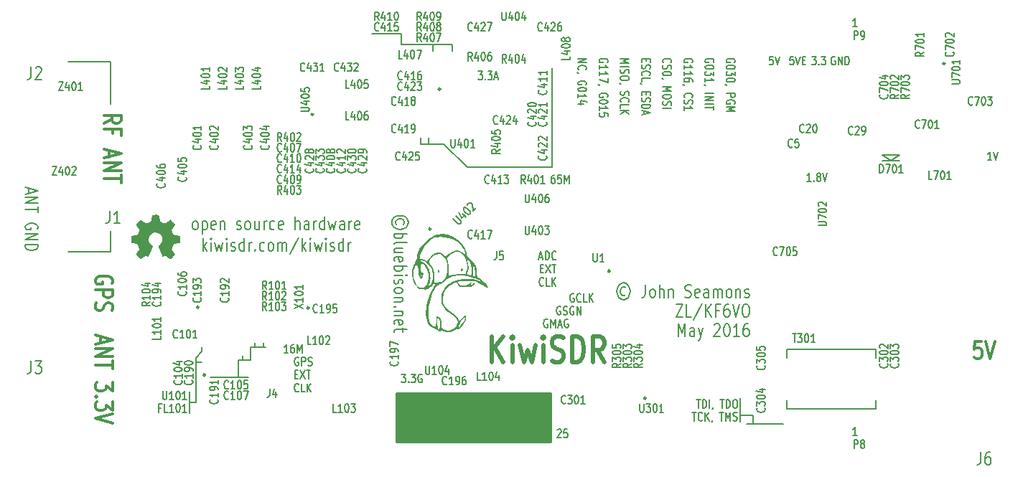
<source format=gto>
G04 (created by PCBNEW (2013-mar-25)-stable) date Wednesday, November 09, 2016 11:18:42 PM*
%MOIN*%
G04 Gerber Fmt 3.4, Leading zero omitted, Abs format*
%FSLAX34Y34*%
G01*
G70*
G90*
G04 APERTURE LIST*
%ADD10C,0.006*%
%ADD11C,0.00590551*%
%ADD12C,0.011811*%
%ADD13C,0.00787402*%
%ADD14C,0.019685*%
%ADD15C,0.00984252*%
%ADD16C,9.84252e-05*%
%ADD17C,0.01*%
G04 APERTURE END LIST*
G54D10*
G54D11*
X49901Y-34940D02*
X50984Y-36023D01*
X49212Y-34645D02*
X49212Y-34940D01*
X49409Y-30314D02*
X49409Y-30610D01*
X41535Y-44192D02*
X41535Y-44389D01*
X41141Y-44192D02*
X41141Y-44389D01*
X40551Y-44783D02*
X40551Y-44980D01*
X38681Y-44586D02*
X38385Y-44881D01*
X38681Y-44389D02*
X38681Y-44586D01*
X38385Y-45078D02*
X38681Y-45078D01*
X38090Y-46948D02*
X38385Y-46948D01*
X38090Y-46456D02*
X38090Y-47440D01*
X38385Y-44881D02*
X38385Y-46948D01*
X64271Y-47539D02*
X64271Y-47933D01*
X63681Y-47539D02*
X64271Y-47539D01*
X63976Y-47933D02*
X65649Y-47933D01*
X63681Y-46751D02*
X63681Y-47834D01*
X61447Y-47403D02*
X61627Y-47403D01*
X61537Y-47797D02*
X61537Y-47403D01*
X61912Y-47759D02*
X61897Y-47778D01*
X61852Y-47797D01*
X61822Y-47797D01*
X61777Y-47778D01*
X61747Y-47740D01*
X61732Y-47703D01*
X61717Y-47628D01*
X61717Y-47572D01*
X61732Y-47497D01*
X61747Y-47459D01*
X61777Y-47422D01*
X61822Y-47403D01*
X61852Y-47403D01*
X61897Y-47422D01*
X61912Y-47440D01*
X62047Y-47797D02*
X62047Y-47403D01*
X62227Y-47797D02*
X62092Y-47572D01*
X62227Y-47403D02*
X62047Y-47628D01*
X62377Y-47778D02*
X62377Y-47797D01*
X62362Y-47834D01*
X62347Y-47853D01*
X62707Y-47403D02*
X62887Y-47403D01*
X62797Y-47797D02*
X62797Y-47403D01*
X62992Y-47797D02*
X62992Y-47403D01*
X63097Y-47684D01*
X63202Y-47403D01*
X63202Y-47797D01*
X63337Y-47778D02*
X63382Y-47797D01*
X63457Y-47797D01*
X63487Y-47778D01*
X63502Y-47759D01*
X63517Y-47722D01*
X63517Y-47684D01*
X63502Y-47647D01*
X63487Y-47628D01*
X63457Y-47609D01*
X63397Y-47590D01*
X63367Y-47572D01*
X63352Y-47553D01*
X63337Y-47515D01*
X63337Y-47478D01*
X63352Y-47440D01*
X63367Y-47422D01*
X63397Y-47403D01*
X63472Y-47403D01*
X63517Y-47422D01*
X61644Y-46812D02*
X61824Y-46812D01*
X61734Y-47206D02*
X61734Y-46812D01*
X61929Y-47206D02*
X61929Y-46812D01*
X62004Y-46812D01*
X62049Y-46831D01*
X62079Y-46869D01*
X62094Y-46906D01*
X62109Y-46981D01*
X62109Y-47037D01*
X62094Y-47112D01*
X62079Y-47150D01*
X62049Y-47187D01*
X62004Y-47206D01*
X61929Y-47206D01*
X62244Y-47206D02*
X62244Y-46812D01*
X62409Y-47187D02*
X62409Y-47206D01*
X62394Y-47244D01*
X62379Y-47262D01*
X62739Y-46812D02*
X62919Y-46812D01*
X62829Y-47206D02*
X62829Y-46812D01*
X63023Y-47206D02*
X63023Y-46812D01*
X63098Y-46812D01*
X63143Y-46831D01*
X63173Y-46869D01*
X63188Y-46906D01*
X63203Y-46981D01*
X63203Y-47037D01*
X63188Y-47112D01*
X63173Y-47150D01*
X63143Y-47187D01*
X63098Y-47206D01*
X63023Y-47206D01*
X63398Y-46812D02*
X63458Y-46812D01*
X63488Y-46831D01*
X63518Y-46869D01*
X63533Y-46944D01*
X63533Y-47075D01*
X63518Y-47150D01*
X63488Y-47187D01*
X63458Y-47206D01*
X63398Y-47206D01*
X63368Y-47187D01*
X63338Y-47150D01*
X63323Y-47075D01*
X63323Y-46944D01*
X63338Y-46869D01*
X63368Y-46831D01*
X63398Y-46812D01*
X66136Y-30868D02*
X65986Y-30868D01*
X65971Y-31055D01*
X65986Y-31036D01*
X66016Y-31017D01*
X66091Y-31017D01*
X66121Y-31036D01*
X66136Y-31055D01*
X66151Y-31092D01*
X66151Y-31186D01*
X66136Y-31224D01*
X66121Y-31242D01*
X66091Y-31261D01*
X66016Y-31261D01*
X65986Y-31242D01*
X65971Y-31224D01*
X66241Y-30868D02*
X66346Y-31261D01*
X66451Y-30868D01*
X66556Y-31055D02*
X66661Y-31055D01*
X66706Y-31261D02*
X66556Y-31261D01*
X66556Y-30868D01*
X66706Y-30868D01*
G54D12*
X74859Y-44117D02*
X74559Y-44117D01*
X74529Y-44492D01*
X74559Y-44455D01*
X74619Y-44417D01*
X74769Y-44417D01*
X74829Y-44455D01*
X74859Y-44492D01*
X74889Y-44567D01*
X74889Y-44755D01*
X74859Y-44830D01*
X74829Y-44867D01*
X74769Y-44905D01*
X74619Y-44905D01*
X74559Y-44867D01*
X74529Y-44830D01*
X75069Y-44117D02*
X75279Y-44905D01*
X75489Y-44117D01*
G54D11*
X34448Y-38976D02*
X34448Y-39960D01*
X34448Y-39960D02*
X32480Y-39960D01*
X34448Y-31102D02*
X32480Y-31102D01*
X34448Y-33070D02*
X34448Y-31102D01*
G54D13*
X38717Y-39904D02*
X38717Y-39313D01*
X38762Y-39679D02*
X38897Y-39904D01*
X38897Y-39510D02*
X38717Y-39735D01*
X39100Y-39904D02*
X39100Y-39510D01*
X39100Y-39313D02*
X39077Y-39341D01*
X39100Y-39370D01*
X39122Y-39341D01*
X39100Y-39313D01*
X39100Y-39370D01*
X39280Y-39510D02*
X39370Y-39904D01*
X39460Y-39623D01*
X39550Y-39904D01*
X39640Y-39510D01*
X39820Y-39904D02*
X39820Y-39510D01*
X39820Y-39313D02*
X39797Y-39341D01*
X39820Y-39370D01*
X39842Y-39341D01*
X39820Y-39313D01*
X39820Y-39370D01*
X40022Y-39876D02*
X40067Y-39904D01*
X40157Y-39904D01*
X40202Y-39876D01*
X40224Y-39820D01*
X40224Y-39791D01*
X40202Y-39735D01*
X40157Y-39707D01*
X40089Y-39707D01*
X40044Y-39679D01*
X40022Y-39623D01*
X40022Y-39595D01*
X40044Y-39538D01*
X40089Y-39510D01*
X40157Y-39510D01*
X40202Y-39538D01*
X40629Y-39904D02*
X40629Y-39313D01*
X40629Y-39876D02*
X40584Y-39904D01*
X40494Y-39904D01*
X40449Y-39876D01*
X40427Y-39848D01*
X40404Y-39791D01*
X40404Y-39623D01*
X40427Y-39566D01*
X40449Y-39538D01*
X40494Y-39510D01*
X40584Y-39510D01*
X40629Y-39538D01*
X40854Y-39904D02*
X40854Y-39510D01*
X40854Y-39623D02*
X40877Y-39566D01*
X40899Y-39538D01*
X40944Y-39510D01*
X40989Y-39510D01*
X41147Y-39848D02*
X41169Y-39876D01*
X41147Y-39904D01*
X41124Y-39876D01*
X41147Y-39848D01*
X41147Y-39904D01*
X41574Y-39876D02*
X41529Y-39904D01*
X41439Y-39904D01*
X41394Y-39876D01*
X41372Y-39848D01*
X41349Y-39791D01*
X41349Y-39623D01*
X41372Y-39566D01*
X41394Y-39538D01*
X41439Y-39510D01*
X41529Y-39510D01*
X41574Y-39538D01*
X41844Y-39904D02*
X41799Y-39876D01*
X41777Y-39848D01*
X41754Y-39791D01*
X41754Y-39623D01*
X41777Y-39566D01*
X41799Y-39538D01*
X41844Y-39510D01*
X41912Y-39510D01*
X41957Y-39538D01*
X41979Y-39566D01*
X42002Y-39623D01*
X42002Y-39791D01*
X41979Y-39848D01*
X41957Y-39876D01*
X41912Y-39904D01*
X41844Y-39904D01*
X42204Y-39904D02*
X42204Y-39510D01*
X42204Y-39566D02*
X42227Y-39538D01*
X42272Y-39510D01*
X42339Y-39510D01*
X42384Y-39538D01*
X42407Y-39595D01*
X42407Y-39904D01*
X42407Y-39595D02*
X42429Y-39538D01*
X42474Y-39510D01*
X42542Y-39510D01*
X42587Y-39538D01*
X42609Y-39595D01*
X42609Y-39904D01*
X43172Y-39285D02*
X42767Y-40044D01*
X43329Y-39904D02*
X43329Y-39313D01*
X43374Y-39679D02*
X43509Y-39904D01*
X43509Y-39510D02*
X43329Y-39735D01*
X43712Y-39904D02*
X43712Y-39510D01*
X43712Y-39313D02*
X43689Y-39341D01*
X43712Y-39370D01*
X43734Y-39341D01*
X43712Y-39313D01*
X43712Y-39370D01*
X43892Y-39510D02*
X43982Y-39904D01*
X44071Y-39623D01*
X44161Y-39904D01*
X44251Y-39510D01*
X44431Y-39904D02*
X44431Y-39510D01*
X44431Y-39313D02*
X44409Y-39341D01*
X44431Y-39370D01*
X44454Y-39341D01*
X44431Y-39313D01*
X44431Y-39370D01*
X44634Y-39876D02*
X44679Y-39904D01*
X44769Y-39904D01*
X44814Y-39876D01*
X44836Y-39820D01*
X44836Y-39791D01*
X44814Y-39735D01*
X44769Y-39707D01*
X44701Y-39707D01*
X44656Y-39679D01*
X44634Y-39623D01*
X44634Y-39595D01*
X44656Y-39538D01*
X44701Y-39510D01*
X44769Y-39510D01*
X44814Y-39538D01*
X45241Y-39904D02*
X45241Y-39313D01*
X45241Y-39876D02*
X45196Y-39904D01*
X45106Y-39904D01*
X45061Y-39876D01*
X45039Y-39848D01*
X45016Y-39791D01*
X45016Y-39623D01*
X45039Y-39566D01*
X45061Y-39538D01*
X45106Y-39510D01*
X45196Y-39510D01*
X45241Y-39538D01*
X45466Y-39904D02*
X45466Y-39510D01*
X45466Y-39623D02*
X45489Y-39566D01*
X45511Y-39538D01*
X45556Y-39510D01*
X45601Y-39510D01*
X58346Y-41619D02*
X58301Y-41591D01*
X58211Y-41591D01*
X58166Y-41619D01*
X58121Y-41676D01*
X58098Y-41732D01*
X58098Y-41844D01*
X58121Y-41901D01*
X58166Y-41957D01*
X58211Y-41985D01*
X58301Y-41985D01*
X58346Y-41957D01*
X58256Y-41394D02*
X58143Y-41422D01*
X58031Y-41507D01*
X57964Y-41647D01*
X57941Y-41788D01*
X57964Y-41929D01*
X58031Y-42069D01*
X58143Y-42154D01*
X58256Y-42182D01*
X58368Y-42154D01*
X58481Y-42069D01*
X58548Y-41929D01*
X58571Y-41788D01*
X58548Y-41647D01*
X58481Y-41507D01*
X58368Y-41422D01*
X58256Y-41394D01*
X59268Y-41479D02*
X59268Y-41901D01*
X59246Y-41985D01*
X59201Y-42041D01*
X59133Y-42069D01*
X59088Y-42069D01*
X59561Y-42069D02*
X59516Y-42041D01*
X59493Y-42013D01*
X59471Y-41957D01*
X59471Y-41788D01*
X59493Y-41732D01*
X59516Y-41704D01*
X59561Y-41676D01*
X59628Y-41676D01*
X59673Y-41704D01*
X59696Y-41732D01*
X59718Y-41788D01*
X59718Y-41957D01*
X59696Y-42013D01*
X59673Y-42041D01*
X59628Y-42069D01*
X59561Y-42069D01*
X59921Y-42069D02*
X59921Y-41479D01*
X60123Y-42069D02*
X60123Y-41760D01*
X60101Y-41704D01*
X60056Y-41676D01*
X59988Y-41676D01*
X59943Y-41704D01*
X59921Y-41732D01*
X60348Y-41676D02*
X60348Y-42069D01*
X60348Y-41732D02*
X60371Y-41704D01*
X60416Y-41676D01*
X60483Y-41676D01*
X60528Y-41704D01*
X60551Y-41760D01*
X60551Y-42069D01*
X61113Y-42041D02*
X61181Y-42069D01*
X61293Y-42069D01*
X61338Y-42041D01*
X61361Y-42013D01*
X61383Y-41957D01*
X61383Y-41901D01*
X61361Y-41844D01*
X61338Y-41816D01*
X61293Y-41788D01*
X61203Y-41760D01*
X61158Y-41732D01*
X61136Y-41704D01*
X61113Y-41647D01*
X61113Y-41591D01*
X61136Y-41535D01*
X61158Y-41507D01*
X61203Y-41479D01*
X61316Y-41479D01*
X61383Y-41507D01*
X61766Y-42041D02*
X61721Y-42069D01*
X61631Y-42069D01*
X61586Y-42041D01*
X61563Y-41985D01*
X61563Y-41760D01*
X61586Y-41704D01*
X61631Y-41676D01*
X61721Y-41676D01*
X61766Y-41704D01*
X61788Y-41760D01*
X61788Y-41816D01*
X61563Y-41872D01*
X62193Y-42069D02*
X62193Y-41760D01*
X62170Y-41704D01*
X62125Y-41676D01*
X62035Y-41676D01*
X61991Y-41704D01*
X62193Y-42041D02*
X62148Y-42069D01*
X62035Y-42069D01*
X61991Y-42041D01*
X61968Y-41985D01*
X61968Y-41929D01*
X61991Y-41872D01*
X62035Y-41844D01*
X62148Y-41844D01*
X62193Y-41816D01*
X62418Y-42069D02*
X62418Y-41676D01*
X62418Y-41732D02*
X62440Y-41704D01*
X62485Y-41676D01*
X62553Y-41676D01*
X62598Y-41704D01*
X62620Y-41760D01*
X62620Y-42069D01*
X62620Y-41760D02*
X62643Y-41704D01*
X62688Y-41676D01*
X62755Y-41676D01*
X62800Y-41704D01*
X62823Y-41760D01*
X62823Y-42069D01*
X63115Y-42069D02*
X63070Y-42041D01*
X63048Y-42013D01*
X63025Y-41957D01*
X63025Y-41788D01*
X63048Y-41732D01*
X63070Y-41704D01*
X63115Y-41676D01*
X63183Y-41676D01*
X63228Y-41704D01*
X63250Y-41732D01*
X63273Y-41788D01*
X63273Y-41957D01*
X63250Y-42013D01*
X63228Y-42041D01*
X63183Y-42069D01*
X63115Y-42069D01*
X63475Y-41676D02*
X63475Y-42069D01*
X63475Y-41732D02*
X63498Y-41704D01*
X63543Y-41676D01*
X63610Y-41676D01*
X63655Y-41704D01*
X63678Y-41760D01*
X63678Y-42069D01*
X63880Y-42041D02*
X63925Y-42069D01*
X64015Y-42069D01*
X64060Y-42041D01*
X64083Y-41985D01*
X64083Y-41957D01*
X64060Y-41901D01*
X64015Y-41872D01*
X63948Y-41872D01*
X63903Y-41844D01*
X63880Y-41788D01*
X63880Y-41760D01*
X63903Y-41704D01*
X63948Y-41676D01*
X64015Y-41676D01*
X64060Y-41704D01*
X60686Y-42384D02*
X61001Y-42384D01*
X60686Y-42975D01*
X61001Y-42975D01*
X61406Y-42975D02*
X61181Y-42975D01*
X61181Y-42384D01*
X61901Y-42356D02*
X61496Y-43115D01*
X62058Y-42975D02*
X62058Y-42384D01*
X62328Y-42975D02*
X62125Y-42637D01*
X62328Y-42384D02*
X62058Y-42722D01*
X62688Y-42665D02*
X62530Y-42665D01*
X62530Y-42975D02*
X62530Y-42384D01*
X62755Y-42384D01*
X63138Y-42384D02*
X63048Y-42384D01*
X63003Y-42412D01*
X62980Y-42440D01*
X62935Y-42525D01*
X62913Y-42637D01*
X62913Y-42862D01*
X62935Y-42919D01*
X62958Y-42947D01*
X63003Y-42975D01*
X63093Y-42975D01*
X63138Y-42947D01*
X63160Y-42919D01*
X63183Y-42862D01*
X63183Y-42722D01*
X63160Y-42665D01*
X63138Y-42637D01*
X63093Y-42609D01*
X63003Y-42609D01*
X62958Y-42637D01*
X62935Y-42665D01*
X62913Y-42722D01*
X63318Y-42384D02*
X63475Y-42975D01*
X63633Y-42384D01*
X63880Y-42384D02*
X63970Y-42384D01*
X64015Y-42412D01*
X64060Y-42469D01*
X64083Y-42581D01*
X64083Y-42778D01*
X64060Y-42890D01*
X64015Y-42947D01*
X63970Y-42975D01*
X63880Y-42975D01*
X63835Y-42947D01*
X63790Y-42890D01*
X63768Y-42778D01*
X63768Y-42581D01*
X63790Y-42469D01*
X63835Y-42412D01*
X63880Y-42384D01*
X60798Y-43880D02*
X60798Y-43290D01*
X60956Y-43712D01*
X61113Y-43290D01*
X61113Y-43880D01*
X61541Y-43880D02*
X61541Y-43571D01*
X61518Y-43515D01*
X61473Y-43487D01*
X61383Y-43487D01*
X61338Y-43515D01*
X61541Y-43852D02*
X61496Y-43880D01*
X61383Y-43880D01*
X61338Y-43852D01*
X61316Y-43796D01*
X61316Y-43740D01*
X61338Y-43683D01*
X61383Y-43655D01*
X61496Y-43655D01*
X61541Y-43627D01*
X61721Y-43487D02*
X61833Y-43880D01*
X61946Y-43487D02*
X61833Y-43880D01*
X61788Y-44021D01*
X61766Y-44049D01*
X61721Y-44077D01*
X62463Y-43346D02*
X62485Y-43318D01*
X62530Y-43290D01*
X62643Y-43290D01*
X62688Y-43318D01*
X62710Y-43346D01*
X62733Y-43402D01*
X62733Y-43458D01*
X62710Y-43543D01*
X62440Y-43880D01*
X62733Y-43880D01*
X63025Y-43290D02*
X63070Y-43290D01*
X63115Y-43318D01*
X63138Y-43346D01*
X63160Y-43402D01*
X63183Y-43515D01*
X63183Y-43655D01*
X63160Y-43768D01*
X63138Y-43824D01*
X63115Y-43852D01*
X63070Y-43880D01*
X63025Y-43880D01*
X62980Y-43852D01*
X62958Y-43824D01*
X62935Y-43768D01*
X62913Y-43655D01*
X62913Y-43515D01*
X62935Y-43402D01*
X62958Y-43346D01*
X62980Y-43318D01*
X63025Y-43290D01*
X63633Y-43880D02*
X63363Y-43880D01*
X63498Y-43880D02*
X63498Y-43290D01*
X63453Y-43374D01*
X63408Y-43430D01*
X63363Y-43458D01*
X64038Y-43290D02*
X63948Y-43290D01*
X63903Y-43318D01*
X63880Y-43346D01*
X63835Y-43430D01*
X63813Y-43543D01*
X63813Y-43768D01*
X63835Y-43824D01*
X63858Y-43852D01*
X63903Y-43880D01*
X63993Y-43880D01*
X64038Y-43852D01*
X64060Y-43824D01*
X64083Y-43768D01*
X64083Y-43627D01*
X64060Y-43571D01*
X64038Y-43543D01*
X63993Y-43515D01*
X63903Y-43515D01*
X63858Y-43543D01*
X63835Y-43571D01*
X63813Y-43627D01*
G54D11*
X48818Y-34940D02*
X48818Y-34645D01*
X49901Y-34940D02*
X48818Y-34940D01*
X54921Y-36023D02*
X50984Y-36023D01*
X54921Y-31397D02*
X54921Y-36023D01*
X47933Y-29822D02*
X46555Y-29822D01*
X47933Y-30314D02*
X47933Y-29822D01*
X50295Y-30314D02*
X47933Y-30314D01*
X50295Y-30610D02*
X50295Y-30314D01*
X40354Y-44980D02*
X40354Y-45767D01*
X40944Y-44980D02*
X40354Y-44980D01*
X40944Y-44389D02*
X40944Y-44980D01*
X41633Y-44389D02*
X40944Y-44389D01*
X39074Y-45767D02*
X40846Y-45767D01*
G54D13*
X38335Y-38920D02*
X38290Y-38892D01*
X38267Y-38863D01*
X38245Y-38807D01*
X38245Y-38638D01*
X38267Y-38582D01*
X38290Y-38554D01*
X38335Y-38526D01*
X38402Y-38526D01*
X38447Y-38554D01*
X38470Y-38582D01*
X38492Y-38638D01*
X38492Y-38807D01*
X38470Y-38863D01*
X38447Y-38892D01*
X38402Y-38920D01*
X38335Y-38920D01*
X38695Y-38526D02*
X38695Y-39116D01*
X38695Y-38554D02*
X38740Y-38526D01*
X38830Y-38526D01*
X38875Y-38554D01*
X38897Y-38582D01*
X38920Y-38638D01*
X38920Y-38807D01*
X38897Y-38863D01*
X38875Y-38892D01*
X38830Y-38920D01*
X38740Y-38920D01*
X38695Y-38892D01*
X39302Y-38892D02*
X39257Y-38920D01*
X39167Y-38920D01*
X39122Y-38892D01*
X39100Y-38835D01*
X39100Y-38610D01*
X39122Y-38554D01*
X39167Y-38526D01*
X39257Y-38526D01*
X39302Y-38554D01*
X39325Y-38610D01*
X39325Y-38667D01*
X39100Y-38723D01*
X39527Y-38526D02*
X39527Y-38920D01*
X39527Y-38582D02*
X39550Y-38554D01*
X39595Y-38526D01*
X39662Y-38526D01*
X39707Y-38554D01*
X39730Y-38610D01*
X39730Y-38920D01*
X40292Y-38892D02*
X40337Y-38920D01*
X40427Y-38920D01*
X40472Y-38892D01*
X40494Y-38835D01*
X40494Y-38807D01*
X40472Y-38751D01*
X40427Y-38723D01*
X40359Y-38723D01*
X40314Y-38695D01*
X40292Y-38638D01*
X40292Y-38610D01*
X40314Y-38554D01*
X40359Y-38526D01*
X40427Y-38526D01*
X40472Y-38554D01*
X40764Y-38920D02*
X40719Y-38892D01*
X40697Y-38863D01*
X40674Y-38807D01*
X40674Y-38638D01*
X40697Y-38582D01*
X40719Y-38554D01*
X40764Y-38526D01*
X40832Y-38526D01*
X40877Y-38554D01*
X40899Y-38582D01*
X40922Y-38638D01*
X40922Y-38807D01*
X40899Y-38863D01*
X40877Y-38892D01*
X40832Y-38920D01*
X40764Y-38920D01*
X41327Y-38526D02*
X41327Y-38920D01*
X41124Y-38526D02*
X41124Y-38835D01*
X41147Y-38892D01*
X41192Y-38920D01*
X41259Y-38920D01*
X41304Y-38892D01*
X41327Y-38863D01*
X41552Y-38920D02*
X41552Y-38526D01*
X41552Y-38638D02*
X41574Y-38582D01*
X41597Y-38554D01*
X41642Y-38526D01*
X41687Y-38526D01*
X42047Y-38892D02*
X42002Y-38920D01*
X41912Y-38920D01*
X41867Y-38892D01*
X41844Y-38863D01*
X41822Y-38807D01*
X41822Y-38638D01*
X41844Y-38582D01*
X41867Y-38554D01*
X41912Y-38526D01*
X42002Y-38526D01*
X42047Y-38554D01*
X42429Y-38892D02*
X42384Y-38920D01*
X42294Y-38920D01*
X42249Y-38892D01*
X42227Y-38835D01*
X42227Y-38610D01*
X42249Y-38554D01*
X42294Y-38526D01*
X42384Y-38526D01*
X42429Y-38554D01*
X42452Y-38610D01*
X42452Y-38667D01*
X42227Y-38723D01*
X43014Y-38920D02*
X43014Y-38329D01*
X43217Y-38920D02*
X43217Y-38610D01*
X43194Y-38554D01*
X43149Y-38526D01*
X43082Y-38526D01*
X43037Y-38554D01*
X43014Y-38582D01*
X43644Y-38920D02*
X43644Y-38610D01*
X43622Y-38554D01*
X43577Y-38526D01*
X43487Y-38526D01*
X43442Y-38554D01*
X43644Y-38892D02*
X43599Y-38920D01*
X43487Y-38920D01*
X43442Y-38892D01*
X43419Y-38835D01*
X43419Y-38779D01*
X43442Y-38723D01*
X43487Y-38695D01*
X43599Y-38695D01*
X43644Y-38667D01*
X43869Y-38920D02*
X43869Y-38526D01*
X43869Y-38638D02*
X43892Y-38582D01*
X43914Y-38554D01*
X43959Y-38526D01*
X44004Y-38526D01*
X44364Y-38920D02*
X44364Y-38329D01*
X44364Y-38892D02*
X44319Y-38920D01*
X44229Y-38920D01*
X44184Y-38892D01*
X44161Y-38863D01*
X44139Y-38807D01*
X44139Y-38638D01*
X44161Y-38582D01*
X44184Y-38554D01*
X44229Y-38526D01*
X44319Y-38526D01*
X44364Y-38554D01*
X44544Y-38526D02*
X44634Y-38920D01*
X44724Y-38638D01*
X44814Y-38920D01*
X44904Y-38526D01*
X45286Y-38920D02*
X45286Y-38610D01*
X45264Y-38554D01*
X45219Y-38526D01*
X45129Y-38526D01*
X45084Y-38554D01*
X45286Y-38892D02*
X45241Y-38920D01*
X45129Y-38920D01*
X45084Y-38892D01*
X45061Y-38835D01*
X45061Y-38779D01*
X45084Y-38723D01*
X45129Y-38695D01*
X45241Y-38695D01*
X45286Y-38667D01*
X45511Y-38920D02*
X45511Y-38526D01*
X45511Y-38638D02*
X45534Y-38582D01*
X45556Y-38554D01*
X45601Y-38526D01*
X45646Y-38526D01*
X45984Y-38892D02*
X45939Y-38920D01*
X45849Y-38920D01*
X45804Y-38892D01*
X45781Y-38835D01*
X45781Y-38610D01*
X45804Y-38554D01*
X45849Y-38526D01*
X45939Y-38526D01*
X45984Y-38554D01*
X46006Y-38610D01*
X46006Y-38667D01*
X45781Y-38723D01*
X48045Y-38672D02*
X48073Y-38627D01*
X48073Y-38537D01*
X48045Y-38492D01*
X47989Y-38447D01*
X47933Y-38425D01*
X47820Y-38425D01*
X47764Y-38447D01*
X47708Y-38492D01*
X47679Y-38537D01*
X47679Y-38627D01*
X47708Y-38672D01*
X48270Y-38582D02*
X48242Y-38470D01*
X48158Y-38357D01*
X48017Y-38290D01*
X47876Y-38267D01*
X47736Y-38290D01*
X47595Y-38357D01*
X47511Y-38470D01*
X47483Y-38582D01*
X47511Y-38695D01*
X47595Y-38807D01*
X47736Y-38875D01*
X47876Y-38897D01*
X48017Y-38875D01*
X48158Y-38807D01*
X48242Y-38695D01*
X48270Y-38582D01*
X47595Y-39100D02*
X48186Y-39100D01*
X47961Y-39100D02*
X47989Y-39145D01*
X47989Y-39235D01*
X47961Y-39280D01*
X47933Y-39302D01*
X47876Y-39325D01*
X47708Y-39325D01*
X47651Y-39302D01*
X47623Y-39280D01*
X47595Y-39235D01*
X47595Y-39145D01*
X47623Y-39100D01*
X47595Y-39595D02*
X47623Y-39550D01*
X47679Y-39527D01*
X48186Y-39527D01*
X47989Y-39977D02*
X47595Y-39977D01*
X47989Y-39775D02*
X47679Y-39775D01*
X47623Y-39797D01*
X47595Y-39842D01*
X47595Y-39910D01*
X47623Y-39955D01*
X47651Y-39977D01*
X47623Y-40382D02*
X47595Y-40337D01*
X47595Y-40247D01*
X47623Y-40202D01*
X47679Y-40179D01*
X47904Y-40179D01*
X47961Y-40202D01*
X47989Y-40247D01*
X47989Y-40337D01*
X47961Y-40382D01*
X47904Y-40404D01*
X47848Y-40404D01*
X47792Y-40179D01*
X47595Y-40607D02*
X48186Y-40607D01*
X47961Y-40607D02*
X47989Y-40652D01*
X47989Y-40742D01*
X47961Y-40787D01*
X47933Y-40809D01*
X47876Y-40832D01*
X47708Y-40832D01*
X47651Y-40809D01*
X47623Y-40787D01*
X47595Y-40742D01*
X47595Y-40652D01*
X47623Y-40607D01*
X47595Y-41034D02*
X47989Y-41034D01*
X48186Y-41034D02*
X48158Y-41012D01*
X48129Y-41034D01*
X48158Y-41057D01*
X48186Y-41034D01*
X48129Y-41034D01*
X47623Y-41237D02*
X47595Y-41282D01*
X47595Y-41372D01*
X47623Y-41417D01*
X47679Y-41439D01*
X47708Y-41439D01*
X47764Y-41417D01*
X47792Y-41372D01*
X47792Y-41304D01*
X47820Y-41259D01*
X47876Y-41237D01*
X47904Y-41237D01*
X47961Y-41259D01*
X47989Y-41304D01*
X47989Y-41372D01*
X47961Y-41417D01*
X47595Y-41709D02*
X47623Y-41664D01*
X47651Y-41642D01*
X47708Y-41619D01*
X47876Y-41619D01*
X47933Y-41642D01*
X47961Y-41664D01*
X47989Y-41709D01*
X47989Y-41777D01*
X47961Y-41822D01*
X47933Y-41844D01*
X47876Y-41867D01*
X47708Y-41867D01*
X47651Y-41844D01*
X47623Y-41822D01*
X47595Y-41777D01*
X47595Y-41709D01*
X47989Y-42069D02*
X47595Y-42069D01*
X47933Y-42069D02*
X47961Y-42092D01*
X47989Y-42137D01*
X47989Y-42204D01*
X47961Y-42249D01*
X47904Y-42272D01*
X47595Y-42272D01*
X47651Y-42497D02*
X47623Y-42519D01*
X47595Y-42497D01*
X47623Y-42474D01*
X47651Y-42497D01*
X47595Y-42497D01*
X47989Y-42722D02*
X47595Y-42722D01*
X47933Y-42722D02*
X47961Y-42744D01*
X47989Y-42789D01*
X47989Y-42857D01*
X47961Y-42902D01*
X47904Y-42924D01*
X47595Y-42924D01*
X47623Y-43329D02*
X47595Y-43284D01*
X47595Y-43194D01*
X47623Y-43149D01*
X47679Y-43127D01*
X47904Y-43127D01*
X47961Y-43149D01*
X47989Y-43194D01*
X47989Y-43284D01*
X47961Y-43329D01*
X47904Y-43352D01*
X47848Y-43352D01*
X47792Y-43127D01*
X47989Y-43487D02*
X47989Y-43667D01*
X48186Y-43554D02*
X47679Y-43554D01*
X47623Y-43577D01*
X47595Y-43622D01*
X47595Y-43667D01*
G54D14*
X52137Y-45064D02*
X52137Y-43883D01*
X52677Y-45064D02*
X52272Y-44389D01*
X52677Y-43883D02*
X52137Y-44558D01*
X53082Y-45064D02*
X53082Y-44277D01*
X53082Y-43883D02*
X53037Y-43939D01*
X53082Y-43996D01*
X53127Y-43939D01*
X53082Y-43883D01*
X53082Y-43996D01*
X53442Y-44277D02*
X53622Y-45064D01*
X53802Y-44502D01*
X53982Y-45064D01*
X54161Y-44277D01*
X54521Y-45064D02*
X54521Y-44277D01*
X54521Y-43883D02*
X54476Y-43939D01*
X54521Y-43996D01*
X54566Y-43939D01*
X54521Y-43883D01*
X54521Y-43996D01*
X54926Y-45008D02*
X55061Y-45064D01*
X55286Y-45064D01*
X55376Y-45008D01*
X55421Y-44952D01*
X55466Y-44839D01*
X55466Y-44727D01*
X55421Y-44614D01*
X55376Y-44558D01*
X55286Y-44502D01*
X55106Y-44446D01*
X55016Y-44389D01*
X54971Y-44333D01*
X54926Y-44221D01*
X54926Y-44108D01*
X54971Y-43996D01*
X55016Y-43939D01*
X55106Y-43883D01*
X55331Y-43883D01*
X55466Y-43939D01*
X55871Y-45064D02*
X55871Y-43883D01*
X56096Y-43883D01*
X56231Y-43939D01*
X56321Y-44052D01*
X56366Y-44164D01*
X56411Y-44389D01*
X56411Y-44558D01*
X56366Y-44783D01*
X56321Y-44895D01*
X56231Y-45008D01*
X56096Y-45064D01*
X55871Y-45064D01*
X57356Y-45064D02*
X57041Y-44502D01*
X56816Y-45064D02*
X56816Y-43883D01*
X57176Y-43883D01*
X57266Y-43939D01*
X57311Y-43996D01*
X57356Y-44108D01*
X57356Y-44277D01*
X57311Y-44389D01*
X57266Y-44446D01*
X57176Y-44502D01*
X56816Y-44502D01*
G54D13*
X30638Y-36999D02*
X30638Y-37224D01*
X30469Y-36954D02*
X31060Y-37111D01*
X30469Y-37269D01*
X30469Y-37426D02*
X31060Y-37426D01*
X30469Y-37696D01*
X31060Y-37696D01*
X31060Y-37854D02*
X31060Y-38124D01*
X30469Y-37989D02*
X31060Y-37989D01*
X31032Y-38889D02*
X31060Y-38844D01*
X31060Y-38776D01*
X31032Y-38709D01*
X30975Y-38664D01*
X30919Y-38641D01*
X30807Y-38619D01*
X30722Y-38619D01*
X30610Y-38641D01*
X30553Y-38664D01*
X30497Y-38709D01*
X30469Y-38776D01*
X30469Y-38821D01*
X30497Y-38889D01*
X30525Y-38911D01*
X30722Y-38911D01*
X30722Y-38821D01*
X30469Y-39114D02*
X31060Y-39114D01*
X30469Y-39384D01*
X31060Y-39384D01*
X30469Y-39609D02*
X31060Y-39609D01*
X31060Y-39721D01*
X31032Y-39789D01*
X30975Y-39834D01*
X30919Y-39856D01*
X30807Y-39879D01*
X30722Y-39879D01*
X30610Y-39856D01*
X30553Y-39834D01*
X30497Y-39789D01*
X30469Y-39721D01*
X30469Y-39609D01*
G54D11*
X54334Y-40204D02*
X54484Y-40204D01*
X54304Y-40316D02*
X54409Y-39923D01*
X54514Y-40316D01*
X54619Y-40316D02*
X54619Y-39923D01*
X54694Y-39923D01*
X54739Y-39941D01*
X54769Y-39979D01*
X54784Y-40016D01*
X54799Y-40091D01*
X54799Y-40148D01*
X54784Y-40223D01*
X54769Y-40260D01*
X54739Y-40298D01*
X54694Y-40316D01*
X54619Y-40316D01*
X55114Y-40279D02*
X55099Y-40298D01*
X55054Y-40316D01*
X55024Y-40316D01*
X54979Y-40298D01*
X54949Y-40260D01*
X54934Y-40223D01*
X54919Y-40148D01*
X54919Y-40091D01*
X54934Y-40016D01*
X54949Y-39979D01*
X54979Y-39941D01*
X55024Y-39923D01*
X55054Y-39923D01*
X55099Y-39941D01*
X55114Y-39960D01*
X54386Y-40720D02*
X54491Y-40720D01*
X54536Y-40927D02*
X54386Y-40927D01*
X54386Y-40533D01*
X54536Y-40533D01*
X54641Y-40533D02*
X54851Y-40927D01*
X54851Y-40533D02*
X54641Y-40927D01*
X54926Y-40533D02*
X55106Y-40533D01*
X55016Y-40927D02*
X55016Y-40533D01*
X54536Y-41499D02*
X54521Y-41518D01*
X54476Y-41537D01*
X54446Y-41537D01*
X54401Y-41518D01*
X54371Y-41481D01*
X54356Y-41443D01*
X54341Y-41368D01*
X54341Y-41312D01*
X54356Y-41237D01*
X54371Y-41199D01*
X54401Y-41162D01*
X54446Y-41143D01*
X54476Y-41143D01*
X54521Y-41162D01*
X54536Y-41181D01*
X54821Y-41537D02*
X54671Y-41537D01*
X54671Y-41143D01*
X54926Y-41537D02*
X54926Y-41143D01*
X55106Y-41537D02*
X54971Y-41312D01*
X55106Y-41143D02*
X54926Y-41368D01*
X66954Y-36675D02*
X66774Y-36675D01*
X66864Y-36675D02*
X66864Y-36281D01*
X66834Y-36337D01*
X66804Y-36375D01*
X66774Y-36393D01*
X67089Y-36637D02*
X67104Y-36656D01*
X67089Y-36675D01*
X67074Y-36656D01*
X67089Y-36637D01*
X67089Y-36675D01*
X67284Y-36450D02*
X67254Y-36431D01*
X67239Y-36412D01*
X67224Y-36375D01*
X67224Y-36356D01*
X67239Y-36318D01*
X67254Y-36300D01*
X67284Y-36281D01*
X67344Y-36281D01*
X67374Y-36300D01*
X67389Y-36318D01*
X67404Y-36356D01*
X67404Y-36375D01*
X67389Y-36412D01*
X67374Y-36431D01*
X67344Y-36450D01*
X67284Y-36450D01*
X67254Y-36468D01*
X67239Y-36487D01*
X67224Y-36525D01*
X67224Y-36600D01*
X67239Y-36637D01*
X67254Y-36656D01*
X67284Y-36675D01*
X67344Y-36675D01*
X67374Y-36656D01*
X67389Y-36637D01*
X67404Y-36600D01*
X67404Y-36525D01*
X67389Y-36487D01*
X67374Y-36468D01*
X67344Y-36450D01*
X67494Y-36281D02*
X67599Y-36675D01*
X67704Y-36281D01*
X75348Y-35690D02*
X75168Y-35690D01*
X75258Y-35690D02*
X75258Y-35297D01*
X75228Y-35353D01*
X75198Y-35390D01*
X75168Y-35409D01*
X75438Y-35297D02*
X75543Y-35690D01*
X75648Y-35297D01*
X51503Y-31556D02*
X51698Y-31556D01*
X51593Y-31706D01*
X51638Y-31706D01*
X51668Y-31725D01*
X51683Y-31744D01*
X51698Y-31781D01*
X51698Y-31875D01*
X51683Y-31913D01*
X51668Y-31931D01*
X51638Y-31950D01*
X51548Y-31950D01*
X51518Y-31931D01*
X51503Y-31913D01*
X51833Y-31913D02*
X51848Y-31931D01*
X51833Y-31950D01*
X51818Y-31931D01*
X51833Y-31913D01*
X51833Y-31950D01*
X51953Y-31556D02*
X52148Y-31556D01*
X52043Y-31706D01*
X52088Y-31706D01*
X52118Y-31725D01*
X52133Y-31744D01*
X52148Y-31781D01*
X52148Y-31875D01*
X52133Y-31913D01*
X52118Y-31931D01*
X52088Y-31950D01*
X51998Y-31950D01*
X51968Y-31931D01*
X51953Y-31913D01*
X52268Y-31838D02*
X52418Y-31838D01*
X52238Y-31950D02*
X52343Y-31556D01*
X52448Y-31950D01*
X47937Y-45631D02*
X48132Y-45631D01*
X48027Y-45781D01*
X48072Y-45781D01*
X48102Y-45800D01*
X48117Y-45819D01*
X48132Y-45856D01*
X48132Y-45950D01*
X48117Y-45988D01*
X48102Y-46006D01*
X48072Y-46025D01*
X47982Y-46025D01*
X47952Y-46006D01*
X47937Y-45988D01*
X48267Y-45988D02*
X48282Y-46006D01*
X48267Y-46025D01*
X48252Y-46006D01*
X48267Y-45988D01*
X48267Y-46025D01*
X48387Y-45631D02*
X48582Y-45631D01*
X48477Y-45781D01*
X48522Y-45781D01*
X48552Y-45800D01*
X48567Y-45819D01*
X48582Y-45856D01*
X48582Y-45950D01*
X48567Y-45988D01*
X48552Y-46006D01*
X48522Y-46025D01*
X48432Y-46025D01*
X48402Y-46006D01*
X48387Y-45988D01*
X48882Y-45650D02*
X48852Y-45631D01*
X48807Y-45631D01*
X48762Y-45650D01*
X48732Y-45688D01*
X48717Y-45725D01*
X48702Y-45800D01*
X48702Y-45856D01*
X48717Y-45931D01*
X48732Y-45969D01*
X48762Y-46006D01*
X48807Y-46025D01*
X48837Y-46025D01*
X48882Y-46006D01*
X48897Y-45988D01*
X48897Y-45856D01*
X48837Y-45856D01*
X55939Y-41910D02*
X55909Y-41891D01*
X55864Y-41891D01*
X55819Y-41910D01*
X55789Y-41947D01*
X55774Y-41985D01*
X55759Y-42060D01*
X55759Y-42116D01*
X55774Y-42191D01*
X55789Y-42229D01*
X55819Y-42266D01*
X55864Y-42285D01*
X55894Y-42285D01*
X55939Y-42266D01*
X55954Y-42247D01*
X55954Y-42116D01*
X55894Y-42116D01*
X56269Y-42247D02*
X56254Y-42266D01*
X56209Y-42285D01*
X56179Y-42285D01*
X56134Y-42266D01*
X56104Y-42229D01*
X56089Y-42191D01*
X56074Y-42116D01*
X56074Y-42060D01*
X56089Y-41985D01*
X56104Y-41947D01*
X56134Y-41910D01*
X56179Y-41891D01*
X56209Y-41891D01*
X56254Y-41910D01*
X56269Y-41929D01*
X56554Y-42285D02*
X56404Y-42285D01*
X56404Y-41891D01*
X56659Y-42285D02*
X56659Y-41891D01*
X56839Y-42285D02*
X56704Y-42060D01*
X56839Y-41891D02*
X56659Y-42116D01*
X55318Y-42500D02*
X55288Y-42482D01*
X55243Y-42482D01*
X55198Y-42500D01*
X55168Y-42538D01*
X55153Y-42575D01*
X55138Y-42650D01*
X55138Y-42707D01*
X55153Y-42782D01*
X55168Y-42819D01*
X55198Y-42857D01*
X55243Y-42875D01*
X55273Y-42875D01*
X55318Y-42857D01*
X55333Y-42838D01*
X55333Y-42707D01*
X55273Y-42707D01*
X55453Y-42857D02*
X55498Y-42875D01*
X55573Y-42875D01*
X55603Y-42857D01*
X55618Y-42838D01*
X55633Y-42800D01*
X55633Y-42763D01*
X55618Y-42725D01*
X55603Y-42707D01*
X55573Y-42688D01*
X55513Y-42669D01*
X55483Y-42650D01*
X55468Y-42632D01*
X55453Y-42594D01*
X55453Y-42557D01*
X55468Y-42519D01*
X55483Y-42500D01*
X55513Y-42482D01*
X55588Y-42482D01*
X55633Y-42500D01*
X55933Y-42500D02*
X55903Y-42482D01*
X55858Y-42482D01*
X55813Y-42500D01*
X55783Y-42538D01*
X55768Y-42575D01*
X55753Y-42650D01*
X55753Y-42707D01*
X55768Y-42782D01*
X55783Y-42819D01*
X55813Y-42857D01*
X55858Y-42875D01*
X55888Y-42875D01*
X55933Y-42857D01*
X55948Y-42838D01*
X55948Y-42707D01*
X55888Y-42707D01*
X56083Y-42875D02*
X56083Y-42482D01*
X56263Y-42875D01*
X56263Y-42482D01*
X54728Y-43091D02*
X54698Y-43072D01*
X54653Y-43072D01*
X54608Y-43091D01*
X54578Y-43128D01*
X54563Y-43166D01*
X54548Y-43241D01*
X54548Y-43297D01*
X54563Y-43372D01*
X54578Y-43410D01*
X54608Y-43447D01*
X54653Y-43466D01*
X54683Y-43466D01*
X54728Y-43447D01*
X54743Y-43428D01*
X54743Y-43297D01*
X54683Y-43297D01*
X54878Y-43466D02*
X54878Y-43072D01*
X54983Y-43353D01*
X55088Y-43072D01*
X55088Y-43466D01*
X55223Y-43353D02*
X55373Y-43353D01*
X55193Y-43466D02*
X55298Y-43072D01*
X55403Y-43466D01*
X55673Y-43091D02*
X55643Y-43072D01*
X55598Y-43072D01*
X55553Y-43091D01*
X55523Y-43128D01*
X55508Y-43166D01*
X55493Y-43241D01*
X55493Y-43297D01*
X55508Y-43372D01*
X55523Y-43410D01*
X55553Y-43447D01*
X55598Y-43466D01*
X55628Y-43466D01*
X55673Y-43447D01*
X55688Y-43428D01*
X55688Y-43297D01*
X55628Y-43297D01*
X43153Y-44863D02*
X43123Y-44844D01*
X43078Y-44844D01*
X43033Y-44863D01*
X43003Y-44900D01*
X42988Y-44938D01*
X42973Y-45013D01*
X42973Y-45069D01*
X42988Y-45144D01*
X43003Y-45181D01*
X43033Y-45219D01*
X43078Y-45238D01*
X43108Y-45238D01*
X43153Y-45219D01*
X43168Y-45200D01*
X43168Y-45069D01*
X43108Y-45069D01*
X43303Y-45238D02*
X43303Y-44844D01*
X43423Y-44844D01*
X43453Y-44863D01*
X43468Y-44881D01*
X43483Y-44919D01*
X43483Y-44975D01*
X43468Y-45013D01*
X43453Y-45031D01*
X43423Y-45050D01*
X43303Y-45050D01*
X43603Y-45219D02*
X43648Y-45238D01*
X43723Y-45238D01*
X43753Y-45219D01*
X43768Y-45200D01*
X43783Y-45163D01*
X43783Y-45125D01*
X43768Y-45088D01*
X43753Y-45069D01*
X43723Y-45050D01*
X43663Y-45031D01*
X43633Y-45013D01*
X43618Y-44994D01*
X43603Y-44956D01*
X43603Y-44919D01*
X43618Y-44881D01*
X43633Y-44863D01*
X43663Y-44844D01*
X43738Y-44844D01*
X43783Y-44863D01*
X42988Y-45642D02*
X43093Y-45642D01*
X43138Y-45848D02*
X42988Y-45848D01*
X42988Y-45454D01*
X43138Y-45454D01*
X43243Y-45454D02*
X43453Y-45848D01*
X43453Y-45454D02*
X43243Y-45848D01*
X43528Y-45454D02*
X43708Y-45454D01*
X43618Y-45848D02*
X43618Y-45454D01*
X43168Y-46421D02*
X43153Y-46439D01*
X43108Y-46458D01*
X43078Y-46458D01*
X43033Y-46439D01*
X43003Y-46402D01*
X42988Y-46364D01*
X42973Y-46289D01*
X42973Y-46233D01*
X42988Y-46158D01*
X43003Y-46121D01*
X43033Y-46083D01*
X43078Y-46064D01*
X43108Y-46064D01*
X43153Y-46083D01*
X43168Y-46102D01*
X43453Y-46458D02*
X43303Y-46458D01*
X43303Y-46064D01*
X43558Y-46458D02*
X43558Y-46064D01*
X43738Y-46458D02*
X43603Y-46233D01*
X43738Y-46064D02*
X43558Y-46289D01*
X42673Y-44647D02*
X42493Y-44647D01*
X42583Y-44647D02*
X42583Y-44253D01*
X42553Y-44310D01*
X42523Y-44347D01*
X42493Y-44366D01*
X42943Y-44253D02*
X42883Y-44253D01*
X42853Y-44272D01*
X42838Y-44291D01*
X42808Y-44347D01*
X42793Y-44422D01*
X42793Y-44572D01*
X42808Y-44610D01*
X42823Y-44628D01*
X42853Y-44647D01*
X42913Y-44647D01*
X42943Y-44628D01*
X42958Y-44610D01*
X42973Y-44572D01*
X42973Y-44478D01*
X42958Y-44441D01*
X42943Y-44422D01*
X42913Y-44403D01*
X42853Y-44403D01*
X42823Y-44422D01*
X42808Y-44441D01*
X42793Y-44478D01*
X43108Y-44647D02*
X43108Y-44253D01*
X43213Y-44535D01*
X43318Y-44253D01*
X43318Y-44647D01*
X55044Y-36379D02*
X54985Y-36379D01*
X54955Y-36398D01*
X54940Y-36417D01*
X54910Y-36473D01*
X54895Y-36548D01*
X54895Y-36698D01*
X54910Y-36736D01*
X54925Y-36754D01*
X54955Y-36773D01*
X55014Y-36773D01*
X55044Y-36754D01*
X55059Y-36736D01*
X55074Y-36698D01*
X55074Y-36604D01*
X55059Y-36567D01*
X55044Y-36548D01*
X55014Y-36529D01*
X54955Y-36529D01*
X54925Y-36548D01*
X54910Y-36567D01*
X54895Y-36604D01*
X55359Y-36379D02*
X55209Y-36379D01*
X55194Y-36567D01*
X55209Y-36548D01*
X55239Y-36529D01*
X55314Y-36529D01*
X55344Y-36548D01*
X55359Y-36567D01*
X55374Y-36604D01*
X55374Y-36698D01*
X55359Y-36736D01*
X55344Y-36754D01*
X55314Y-36773D01*
X55239Y-36773D01*
X55209Y-36754D01*
X55194Y-36736D01*
X55509Y-36773D02*
X55509Y-36379D01*
X55614Y-36661D01*
X55719Y-36379D01*
X55719Y-36773D01*
X55173Y-48228D02*
X55188Y-48209D01*
X55218Y-48190D01*
X55293Y-48190D01*
X55323Y-48209D01*
X55338Y-48228D01*
X55353Y-48265D01*
X55353Y-48303D01*
X55338Y-48359D01*
X55158Y-48584D01*
X55353Y-48584D01*
X55638Y-48190D02*
X55488Y-48190D01*
X55473Y-48378D01*
X55488Y-48359D01*
X55518Y-48340D01*
X55593Y-48340D01*
X55623Y-48359D01*
X55638Y-48378D01*
X55653Y-48415D01*
X55653Y-48509D01*
X55638Y-48547D01*
X55623Y-48565D01*
X55593Y-48584D01*
X55518Y-48584D01*
X55488Y-48565D01*
X55473Y-48547D01*
X69086Y-48486D02*
X68906Y-48486D01*
X68996Y-48486D02*
X68996Y-48092D01*
X68966Y-48148D01*
X68936Y-48186D01*
X68906Y-48204D01*
X68960Y-49076D02*
X68960Y-48682D01*
X69080Y-48682D01*
X69110Y-48701D01*
X69125Y-48720D01*
X69140Y-48757D01*
X69140Y-48814D01*
X69125Y-48851D01*
X69110Y-48870D01*
X69080Y-48889D01*
X68960Y-48889D01*
X69320Y-48851D02*
X69290Y-48832D01*
X69275Y-48814D01*
X69260Y-48776D01*
X69260Y-48757D01*
X69275Y-48720D01*
X69290Y-48701D01*
X69320Y-48682D01*
X69380Y-48682D01*
X69410Y-48701D01*
X69425Y-48720D01*
X69440Y-48757D01*
X69440Y-48776D01*
X69425Y-48814D01*
X69410Y-48832D01*
X69380Y-48851D01*
X69320Y-48851D01*
X69290Y-48870D01*
X69275Y-48889D01*
X69260Y-48926D01*
X69260Y-49001D01*
X69275Y-49039D01*
X69290Y-49057D01*
X69320Y-49076D01*
X69380Y-49076D01*
X69410Y-49057D01*
X69425Y-49039D01*
X69440Y-49001D01*
X69440Y-48926D01*
X69425Y-48889D01*
X69410Y-48870D01*
X69380Y-48851D01*
X68960Y-30080D02*
X68960Y-29686D01*
X69080Y-29686D01*
X69110Y-29705D01*
X69125Y-29724D01*
X69140Y-29761D01*
X69140Y-29818D01*
X69125Y-29855D01*
X69110Y-29874D01*
X69080Y-29893D01*
X68960Y-29893D01*
X69290Y-30080D02*
X69350Y-30080D01*
X69380Y-30061D01*
X69395Y-30043D01*
X69425Y-29986D01*
X69440Y-29911D01*
X69440Y-29761D01*
X69425Y-29724D01*
X69410Y-29705D01*
X69380Y-29686D01*
X69320Y-29686D01*
X69290Y-29705D01*
X69275Y-29724D01*
X69260Y-29761D01*
X69260Y-29855D01*
X69275Y-29893D01*
X69290Y-29911D01*
X69320Y-29930D01*
X69380Y-29930D01*
X69410Y-29911D01*
X69425Y-29893D01*
X69440Y-29855D01*
X69086Y-29490D02*
X68906Y-29490D01*
X68996Y-29490D02*
X68996Y-29096D01*
X68966Y-29152D01*
X68936Y-29190D01*
X68906Y-29208D01*
X65195Y-30868D02*
X65045Y-30868D01*
X65030Y-31055D01*
X65045Y-31036D01*
X65075Y-31017D01*
X65150Y-31017D01*
X65180Y-31036D01*
X65195Y-31055D01*
X65210Y-31092D01*
X65210Y-31186D01*
X65195Y-31224D01*
X65180Y-31242D01*
X65150Y-31261D01*
X65075Y-31261D01*
X65045Y-31242D01*
X65030Y-31224D01*
X65300Y-30868D02*
X65405Y-31261D01*
X65510Y-30868D01*
X66992Y-30868D02*
X67187Y-30868D01*
X67082Y-31017D01*
X67127Y-31017D01*
X67157Y-31036D01*
X67172Y-31055D01*
X67187Y-31092D01*
X67187Y-31186D01*
X67172Y-31224D01*
X67157Y-31242D01*
X67127Y-31261D01*
X67037Y-31261D01*
X67007Y-31242D01*
X66992Y-31224D01*
X67322Y-31224D02*
X67337Y-31242D01*
X67322Y-31261D01*
X67307Y-31242D01*
X67322Y-31224D01*
X67322Y-31261D01*
X67442Y-30868D02*
X67637Y-30868D01*
X67532Y-31017D01*
X67577Y-31017D01*
X67607Y-31036D01*
X67622Y-31055D01*
X67637Y-31092D01*
X67637Y-31186D01*
X67622Y-31224D01*
X67607Y-31242D01*
X67577Y-31261D01*
X67487Y-31261D01*
X67457Y-31242D01*
X67442Y-31224D01*
X68067Y-30886D02*
X68037Y-30868D01*
X67992Y-30868D01*
X67947Y-30886D01*
X67917Y-30924D01*
X67902Y-30961D01*
X67887Y-31036D01*
X67887Y-31092D01*
X67902Y-31167D01*
X67917Y-31205D01*
X67947Y-31242D01*
X67992Y-31261D01*
X68022Y-31261D01*
X68067Y-31242D01*
X68082Y-31224D01*
X68082Y-31092D01*
X68022Y-31092D01*
X68217Y-31261D02*
X68217Y-30868D01*
X68397Y-31261D01*
X68397Y-30868D01*
X68547Y-31261D02*
X68547Y-30868D01*
X68622Y-30868D01*
X68667Y-30886D01*
X68697Y-30924D01*
X68712Y-30961D01*
X68727Y-31036D01*
X68727Y-31092D01*
X68712Y-31167D01*
X68697Y-31205D01*
X68667Y-31242D01*
X68622Y-31261D01*
X68547Y-31261D01*
X63404Y-31145D02*
X63423Y-31115D01*
X63423Y-31070D01*
X63404Y-31025D01*
X63367Y-30995D01*
X63329Y-30980D01*
X63254Y-30965D01*
X63198Y-30965D01*
X63123Y-30980D01*
X63085Y-30995D01*
X63048Y-31025D01*
X63029Y-31070D01*
X63029Y-31100D01*
X63048Y-31145D01*
X63067Y-31160D01*
X63198Y-31160D01*
X63198Y-31100D01*
X63423Y-31355D02*
X63423Y-31385D01*
X63404Y-31415D01*
X63385Y-31430D01*
X63348Y-31445D01*
X63273Y-31460D01*
X63179Y-31460D01*
X63104Y-31445D01*
X63067Y-31430D01*
X63048Y-31415D01*
X63029Y-31385D01*
X63029Y-31355D01*
X63048Y-31325D01*
X63067Y-31310D01*
X63104Y-31295D01*
X63179Y-31280D01*
X63273Y-31280D01*
X63348Y-31295D01*
X63385Y-31310D01*
X63404Y-31325D01*
X63423Y-31355D01*
X63423Y-31565D02*
X63423Y-31760D01*
X63273Y-31655D01*
X63273Y-31700D01*
X63254Y-31730D01*
X63235Y-31745D01*
X63198Y-31760D01*
X63104Y-31760D01*
X63067Y-31745D01*
X63048Y-31730D01*
X63029Y-31700D01*
X63029Y-31610D01*
X63048Y-31580D01*
X63067Y-31565D01*
X63423Y-31955D02*
X63423Y-31985D01*
X63404Y-32015D01*
X63385Y-32030D01*
X63348Y-32045D01*
X63273Y-32060D01*
X63179Y-32060D01*
X63104Y-32045D01*
X63067Y-32030D01*
X63048Y-32015D01*
X63029Y-31985D01*
X63029Y-31955D01*
X63048Y-31925D01*
X63067Y-31910D01*
X63104Y-31895D01*
X63179Y-31880D01*
X63273Y-31880D01*
X63348Y-31895D01*
X63385Y-31910D01*
X63404Y-31925D01*
X63423Y-31955D01*
X63048Y-32210D02*
X63029Y-32210D01*
X62992Y-32195D01*
X62973Y-32180D01*
X63029Y-32585D02*
X63423Y-32585D01*
X63423Y-32705D01*
X63404Y-32735D01*
X63385Y-32750D01*
X63348Y-32765D01*
X63292Y-32765D01*
X63254Y-32750D01*
X63235Y-32735D01*
X63217Y-32705D01*
X63217Y-32585D01*
X63404Y-33065D02*
X63423Y-33035D01*
X63423Y-32990D01*
X63404Y-32945D01*
X63367Y-32915D01*
X63329Y-32900D01*
X63254Y-32885D01*
X63198Y-32885D01*
X63123Y-32900D01*
X63085Y-32915D01*
X63048Y-32945D01*
X63029Y-32990D01*
X63029Y-33020D01*
X63048Y-33065D01*
X63067Y-33080D01*
X63198Y-33080D01*
X63198Y-33020D01*
X63029Y-33215D02*
X63423Y-33215D01*
X63142Y-33320D01*
X63423Y-33425D01*
X63029Y-33425D01*
X62420Y-31145D02*
X62439Y-31115D01*
X62439Y-31070D01*
X62420Y-31025D01*
X62382Y-30995D01*
X62345Y-30980D01*
X62270Y-30965D01*
X62214Y-30965D01*
X62139Y-30980D01*
X62101Y-30995D01*
X62064Y-31025D01*
X62045Y-31070D01*
X62045Y-31100D01*
X62064Y-31145D01*
X62082Y-31160D01*
X62214Y-31160D01*
X62214Y-31100D01*
X62439Y-31355D02*
X62439Y-31385D01*
X62420Y-31415D01*
X62401Y-31430D01*
X62364Y-31445D01*
X62289Y-31460D01*
X62195Y-31460D01*
X62120Y-31445D01*
X62082Y-31430D01*
X62064Y-31415D01*
X62045Y-31385D01*
X62045Y-31355D01*
X62064Y-31325D01*
X62082Y-31310D01*
X62120Y-31295D01*
X62195Y-31280D01*
X62289Y-31280D01*
X62364Y-31295D01*
X62401Y-31310D01*
X62420Y-31325D01*
X62439Y-31355D01*
X62439Y-31565D02*
X62439Y-31760D01*
X62289Y-31655D01*
X62289Y-31700D01*
X62270Y-31730D01*
X62251Y-31745D01*
X62214Y-31760D01*
X62120Y-31760D01*
X62082Y-31745D01*
X62064Y-31730D01*
X62045Y-31700D01*
X62045Y-31610D01*
X62064Y-31580D01*
X62082Y-31565D01*
X62045Y-32060D02*
X62045Y-31880D01*
X62045Y-31970D02*
X62439Y-31970D01*
X62382Y-31940D01*
X62345Y-31910D01*
X62326Y-31880D01*
X62064Y-32210D02*
X62045Y-32210D01*
X62007Y-32195D01*
X61989Y-32180D01*
X62045Y-32585D02*
X62439Y-32585D01*
X62045Y-32735D02*
X62439Y-32735D01*
X62045Y-32915D01*
X62439Y-32915D01*
X62045Y-33065D02*
X62439Y-33065D01*
X62439Y-33170D02*
X62439Y-33350D01*
X62045Y-33260D02*
X62439Y-33260D01*
X61436Y-31145D02*
X61454Y-31115D01*
X61454Y-31070D01*
X61436Y-31025D01*
X61398Y-30995D01*
X61361Y-30980D01*
X61286Y-30965D01*
X61229Y-30965D01*
X61154Y-30980D01*
X61117Y-30995D01*
X61079Y-31025D01*
X61061Y-31070D01*
X61061Y-31100D01*
X61079Y-31145D01*
X61098Y-31160D01*
X61229Y-31160D01*
X61229Y-31100D01*
X61061Y-31460D02*
X61061Y-31280D01*
X61061Y-31370D02*
X61454Y-31370D01*
X61398Y-31340D01*
X61361Y-31310D01*
X61342Y-31280D01*
X61061Y-31760D02*
X61061Y-31580D01*
X61061Y-31670D02*
X61454Y-31670D01*
X61398Y-31640D01*
X61361Y-31610D01*
X61342Y-31580D01*
X61454Y-32030D02*
X61454Y-31970D01*
X61436Y-31940D01*
X61417Y-31925D01*
X61361Y-31895D01*
X61286Y-31880D01*
X61136Y-31880D01*
X61098Y-31895D01*
X61079Y-31910D01*
X61061Y-31940D01*
X61061Y-32000D01*
X61079Y-32030D01*
X61098Y-32045D01*
X61136Y-32060D01*
X61229Y-32060D01*
X61267Y-32045D01*
X61286Y-32030D01*
X61304Y-32000D01*
X61304Y-31940D01*
X61286Y-31910D01*
X61267Y-31895D01*
X61229Y-31880D01*
X61079Y-32210D02*
X61061Y-32210D01*
X61023Y-32195D01*
X61004Y-32180D01*
X61098Y-32765D02*
X61079Y-32750D01*
X61061Y-32705D01*
X61061Y-32675D01*
X61079Y-32630D01*
X61117Y-32600D01*
X61154Y-32585D01*
X61229Y-32570D01*
X61286Y-32570D01*
X61361Y-32585D01*
X61398Y-32600D01*
X61436Y-32630D01*
X61454Y-32675D01*
X61454Y-32705D01*
X61436Y-32750D01*
X61417Y-32765D01*
X61079Y-32885D02*
X61061Y-32930D01*
X61061Y-33005D01*
X61079Y-33035D01*
X61098Y-33050D01*
X61136Y-33065D01*
X61173Y-33065D01*
X61211Y-33050D01*
X61229Y-33035D01*
X61248Y-33005D01*
X61267Y-32945D01*
X61286Y-32915D01*
X61304Y-32900D01*
X61342Y-32885D01*
X61379Y-32885D01*
X61417Y-32900D01*
X61436Y-32915D01*
X61454Y-32945D01*
X61454Y-33020D01*
X61436Y-33065D01*
X61061Y-33365D02*
X61061Y-33185D01*
X61061Y-33275D02*
X61454Y-33275D01*
X61398Y-33245D01*
X61361Y-33215D01*
X61342Y-33185D01*
X58108Y-30980D02*
X58502Y-30980D01*
X58220Y-31085D01*
X58502Y-31190D01*
X58108Y-31190D01*
X58108Y-31340D02*
X58502Y-31340D01*
X58127Y-31475D02*
X58108Y-31520D01*
X58108Y-31595D01*
X58127Y-31625D01*
X58145Y-31640D01*
X58183Y-31655D01*
X58220Y-31655D01*
X58258Y-31640D01*
X58277Y-31625D01*
X58295Y-31595D01*
X58314Y-31535D01*
X58333Y-31505D01*
X58352Y-31490D01*
X58389Y-31475D01*
X58427Y-31475D01*
X58464Y-31490D01*
X58483Y-31505D01*
X58502Y-31535D01*
X58502Y-31610D01*
X58483Y-31655D01*
X58502Y-31850D02*
X58502Y-31910D01*
X58483Y-31940D01*
X58445Y-31970D01*
X58370Y-31985D01*
X58239Y-31985D01*
X58164Y-31970D01*
X58127Y-31940D01*
X58108Y-31910D01*
X58108Y-31850D01*
X58127Y-31820D01*
X58164Y-31790D01*
X58239Y-31775D01*
X58370Y-31775D01*
X58445Y-31790D01*
X58483Y-31820D01*
X58502Y-31850D01*
X58127Y-32135D02*
X58108Y-32135D01*
X58070Y-32120D01*
X58052Y-32105D01*
X58127Y-32495D02*
X58108Y-32540D01*
X58108Y-32615D01*
X58127Y-32645D01*
X58145Y-32660D01*
X58183Y-32675D01*
X58220Y-32675D01*
X58258Y-32660D01*
X58277Y-32645D01*
X58295Y-32615D01*
X58314Y-32555D01*
X58333Y-32525D01*
X58352Y-32510D01*
X58389Y-32495D01*
X58427Y-32495D01*
X58464Y-32510D01*
X58483Y-32525D01*
X58502Y-32555D01*
X58502Y-32630D01*
X58483Y-32675D01*
X58145Y-32990D02*
X58127Y-32975D01*
X58108Y-32930D01*
X58108Y-32900D01*
X58127Y-32855D01*
X58164Y-32825D01*
X58202Y-32810D01*
X58277Y-32795D01*
X58333Y-32795D01*
X58408Y-32810D01*
X58445Y-32825D01*
X58483Y-32855D01*
X58502Y-32900D01*
X58502Y-32930D01*
X58483Y-32975D01*
X58464Y-32990D01*
X58108Y-33275D02*
X58108Y-33125D01*
X58502Y-33125D01*
X58108Y-33380D02*
X58502Y-33380D01*
X58108Y-33560D02*
X58333Y-33425D01*
X58502Y-33560D02*
X58277Y-33380D01*
X56139Y-30980D02*
X56533Y-30980D01*
X56139Y-31160D01*
X56533Y-31160D01*
X56177Y-31490D02*
X56158Y-31475D01*
X56139Y-31430D01*
X56139Y-31400D01*
X56158Y-31355D01*
X56196Y-31325D01*
X56233Y-31310D01*
X56308Y-31295D01*
X56364Y-31295D01*
X56439Y-31310D01*
X56477Y-31325D01*
X56514Y-31355D01*
X56533Y-31400D01*
X56533Y-31430D01*
X56514Y-31475D01*
X56496Y-31490D01*
X56158Y-31640D02*
X56139Y-31640D01*
X56102Y-31625D01*
X56083Y-31610D01*
X56514Y-32180D02*
X56533Y-32150D01*
X56533Y-32105D01*
X56514Y-32060D01*
X56477Y-32030D01*
X56439Y-32015D01*
X56364Y-32000D01*
X56308Y-32000D01*
X56233Y-32015D01*
X56196Y-32030D01*
X56158Y-32060D01*
X56139Y-32105D01*
X56139Y-32135D01*
X56158Y-32180D01*
X56177Y-32195D01*
X56308Y-32195D01*
X56308Y-32135D01*
X56533Y-32390D02*
X56533Y-32420D01*
X56514Y-32450D01*
X56496Y-32465D01*
X56458Y-32480D01*
X56383Y-32495D01*
X56289Y-32495D01*
X56214Y-32480D01*
X56177Y-32465D01*
X56158Y-32450D01*
X56139Y-32420D01*
X56139Y-32390D01*
X56158Y-32360D01*
X56177Y-32345D01*
X56214Y-32330D01*
X56289Y-32315D01*
X56383Y-32315D01*
X56458Y-32330D01*
X56496Y-32345D01*
X56514Y-32360D01*
X56533Y-32390D01*
X56139Y-32795D02*
X56139Y-32615D01*
X56139Y-32705D02*
X56533Y-32705D01*
X56477Y-32675D01*
X56439Y-32645D01*
X56421Y-32615D01*
X56402Y-33065D02*
X56139Y-33065D01*
X56552Y-32990D02*
X56271Y-32915D01*
X56271Y-33110D01*
X57499Y-31145D02*
X57517Y-31115D01*
X57517Y-31070D01*
X57499Y-31025D01*
X57461Y-30995D01*
X57424Y-30980D01*
X57349Y-30965D01*
X57292Y-30965D01*
X57217Y-30980D01*
X57180Y-30995D01*
X57142Y-31025D01*
X57124Y-31070D01*
X57124Y-31100D01*
X57142Y-31145D01*
X57161Y-31160D01*
X57292Y-31160D01*
X57292Y-31100D01*
X57124Y-31460D02*
X57124Y-31280D01*
X57124Y-31370D02*
X57517Y-31370D01*
X57461Y-31340D01*
X57424Y-31310D01*
X57405Y-31280D01*
X57124Y-31760D02*
X57124Y-31580D01*
X57124Y-31670D02*
X57517Y-31670D01*
X57461Y-31640D01*
X57424Y-31610D01*
X57405Y-31580D01*
X57517Y-31865D02*
X57517Y-32075D01*
X57124Y-31940D01*
X57142Y-32210D02*
X57124Y-32210D01*
X57086Y-32195D01*
X57067Y-32180D01*
X57499Y-32750D02*
X57517Y-32720D01*
X57517Y-32675D01*
X57499Y-32630D01*
X57461Y-32600D01*
X57424Y-32585D01*
X57349Y-32570D01*
X57292Y-32570D01*
X57217Y-32585D01*
X57180Y-32600D01*
X57142Y-32630D01*
X57124Y-32675D01*
X57124Y-32705D01*
X57142Y-32750D01*
X57161Y-32765D01*
X57292Y-32765D01*
X57292Y-32705D01*
X57517Y-32960D02*
X57517Y-32990D01*
X57499Y-33020D01*
X57480Y-33035D01*
X57442Y-33050D01*
X57367Y-33065D01*
X57274Y-33065D01*
X57199Y-33050D01*
X57161Y-33035D01*
X57142Y-33020D01*
X57124Y-32990D01*
X57124Y-32960D01*
X57142Y-32930D01*
X57161Y-32915D01*
X57199Y-32900D01*
X57274Y-32885D01*
X57367Y-32885D01*
X57442Y-32900D01*
X57480Y-32915D01*
X57499Y-32930D01*
X57517Y-32960D01*
X57124Y-33365D02*
X57124Y-33185D01*
X57124Y-33275D02*
X57517Y-33275D01*
X57461Y-33245D01*
X57424Y-33215D01*
X57405Y-33185D01*
X57517Y-33650D02*
X57517Y-33500D01*
X57330Y-33485D01*
X57349Y-33500D01*
X57367Y-33530D01*
X57367Y-33605D01*
X57349Y-33635D01*
X57330Y-33650D01*
X57292Y-33665D01*
X57199Y-33665D01*
X57161Y-33650D01*
X57142Y-33635D01*
X57124Y-33605D01*
X57124Y-33530D01*
X57142Y-33500D01*
X57161Y-33485D01*
X59298Y-30980D02*
X59298Y-31085D01*
X59092Y-31130D02*
X59092Y-30980D01*
X59486Y-30980D01*
X59486Y-31130D01*
X59111Y-31250D02*
X59092Y-31295D01*
X59092Y-31370D01*
X59111Y-31400D01*
X59130Y-31415D01*
X59167Y-31430D01*
X59205Y-31430D01*
X59242Y-31415D01*
X59261Y-31400D01*
X59280Y-31370D01*
X59298Y-31310D01*
X59317Y-31280D01*
X59336Y-31265D01*
X59373Y-31250D01*
X59411Y-31250D01*
X59448Y-31265D01*
X59467Y-31280D01*
X59486Y-31310D01*
X59486Y-31385D01*
X59467Y-31430D01*
X59130Y-31745D02*
X59111Y-31730D01*
X59092Y-31685D01*
X59092Y-31655D01*
X59111Y-31610D01*
X59148Y-31580D01*
X59186Y-31565D01*
X59261Y-31550D01*
X59317Y-31550D01*
X59392Y-31565D01*
X59430Y-31580D01*
X59467Y-31610D01*
X59486Y-31655D01*
X59486Y-31685D01*
X59467Y-31730D01*
X59448Y-31745D01*
X59092Y-32030D02*
X59092Y-31880D01*
X59486Y-31880D01*
X59111Y-32150D02*
X59092Y-32150D01*
X59055Y-32135D01*
X59036Y-32120D01*
X59298Y-32525D02*
X59298Y-32630D01*
X59092Y-32675D02*
X59092Y-32525D01*
X59486Y-32525D01*
X59486Y-32675D01*
X59111Y-32795D02*
X59092Y-32840D01*
X59092Y-32915D01*
X59111Y-32945D01*
X59130Y-32960D01*
X59167Y-32975D01*
X59205Y-32975D01*
X59242Y-32960D01*
X59261Y-32945D01*
X59280Y-32915D01*
X59298Y-32855D01*
X59317Y-32825D01*
X59336Y-32810D01*
X59373Y-32795D01*
X59411Y-32795D01*
X59448Y-32810D01*
X59467Y-32825D01*
X59486Y-32855D01*
X59486Y-32930D01*
X59467Y-32975D01*
X59092Y-33110D02*
X59486Y-33110D01*
X59486Y-33185D01*
X59467Y-33230D01*
X59430Y-33260D01*
X59392Y-33275D01*
X59317Y-33290D01*
X59261Y-33290D01*
X59186Y-33275D01*
X59148Y-33260D01*
X59111Y-33230D01*
X59092Y-33185D01*
X59092Y-33110D01*
X59205Y-33410D02*
X59205Y-33560D01*
X59092Y-33380D02*
X59486Y-33485D01*
X59092Y-33590D01*
X60114Y-31160D02*
X60095Y-31145D01*
X60076Y-31100D01*
X60076Y-31070D01*
X60095Y-31025D01*
X60133Y-30995D01*
X60170Y-30980D01*
X60245Y-30965D01*
X60301Y-30965D01*
X60376Y-30980D01*
X60414Y-30995D01*
X60451Y-31025D01*
X60470Y-31070D01*
X60470Y-31100D01*
X60451Y-31145D01*
X60433Y-31160D01*
X60095Y-31280D02*
X60076Y-31325D01*
X60076Y-31400D01*
X60095Y-31430D01*
X60114Y-31445D01*
X60151Y-31460D01*
X60189Y-31460D01*
X60226Y-31445D01*
X60245Y-31430D01*
X60264Y-31400D01*
X60283Y-31340D01*
X60301Y-31310D01*
X60320Y-31295D01*
X60358Y-31280D01*
X60395Y-31280D01*
X60433Y-31295D01*
X60451Y-31310D01*
X60470Y-31340D01*
X60470Y-31415D01*
X60451Y-31460D01*
X60470Y-31655D02*
X60470Y-31685D01*
X60451Y-31715D01*
X60433Y-31730D01*
X60395Y-31745D01*
X60320Y-31760D01*
X60226Y-31760D01*
X60151Y-31745D01*
X60114Y-31730D01*
X60095Y-31715D01*
X60076Y-31685D01*
X60076Y-31655D01*
X60095Y-31625D01*
X60114Y-31610D01*
X60151Y-31595D01*
X60226Y-31580D01*
X60320Y-31580D01*
X60395Y-31595D01*
X60433Y-31610D01*
X60451Y-31625D01*
X60470Y-31655D01*
X60095Y-31910D02*
X60076Y-31910D01*
X60039Y-31895D01*
X60020Y-31880D01*
X60076Y-32285D02*
X60470Y-32285D01*
X60189Y-32390D01*
X60470Y-32495D01*
X60076Y-32495D01*
X60470Y-32705D02*
X60470Y-32765D01*
X60451Y-32795D01*
X60414Y-32825D01*
X60339Y-32840D01*
X60208Y-32840D01*
X60133Y-32825D01*
X60095Y-32795D01*
X60076Y-32765D01*
X60076Y-32705D01*
X60095Y-32675D01*
X60133Y-32645D01*
X60208Y-32630D01*
X60339Y-32630D01*
X60414Y-32645D01*
X60451Y-32675D01*
X60470Y-32705D01*
X60095Y-32960D02*
X60076Y-33005D01*
X60076Y-33080D01*
X60095Y-33110D01*
X60114Y-33125D01*
X60151Y-33140D01*
X60189Y-33140D01*
X60226Y-33125D01*
X60245Y-33110D01*
X60264Y-33080D01*
X60283Y-33020D01*
X60301Y-32990D01*
X60320Y-32975D01*
X60358Y-32960D01*
X60395Y-32960D01*
X60433Y-32975D01*
X60451Y-32990D01*
X60470Y-33020D01*
X60470Y-33095D01*
X60451Y-33140D01*
X60076Y-33275D02*
X60470Y-33275D01*
G54D12*
X34486Y-41424D02*
X34523Y-41364D01*
X34523Y-41274D01*
X34486Y-41184D01*
X34411Y-41124D01*
X34336Y-41094D01*
X34186Y-41064D01*
X34073Y-41064D01*
X33923Y-41094D01*
X33848Y-41124D01*
X33773Y-41184D01*
X33736Y-41274D01*
X33736Y-41334D01*
X33773Y-41424D01*
X33811Y-41454D01*
X34073Y-41454D01*
X34073Y-41334D01*
X33736Y-41724D02*
X34523Y-41724D01*
X34523Y-41964D01*
X34486Y-42024D01*
X34448Y-42054D01*
X34373Y-42084D01*
X34261Y-42084D01*
X34186Y-42054D01*
X34148Y-42024D01*
X34111Y-41964D01*
X34111Y-41724D01*
X33773Y-42324D02*
X33736Y-42414D01*
X33736Y-42564D01*
X33773Y-42624D01*
X33811Y-42654D01*
X33886Y-42684D01*
X33961Y-42684D01*
X34036Y-42654D01*
X34073Y-42624D01*
X34111Y-42564D01*
X34148Y-42444D01*
X34186Y-42384D01*
X34223Y-42354D01*
X34298Y-42324D01*
X34373Y-42324D01*
X34448Y-42354D01*
X34486Y-42384D01*
X34523Y-42444D01*
X34523Y-42594D01*
X34486Y-42684D01*
X33961Y-43884D02*
X33961Y-44184D01*
X33736Y-43824D02*
X34523Y-44034D01*
X33736Y-44244D01*
X33736Y-44454D02*
X34523Y-44454D01*
X33736Y-44814D01*
X34523Y-44814D01*
X34523Y-45024D02*
X34523Y-45384D01*
X33736Y-45204D02*
X34523Y-45204D01*
X34523Y-46014D02*
X34523Y-46404D01*
X34223Y-46194D01*
X34223Y-46284D01*
X34186Y-46344D01*
X34148Y-46374D01*
X34073Y-46404D01*
X33886Y-46404D01*
X33811Y-46374D01*
X33773Y-46344D01*
X33736Y-46284D01*
X33736Y-46104D01*
X33773Y-46044D01*
X33811Y-46014D01*
X33811Y-46674D02*
X33773Y-46704D01*
X33736Y-46674D01*
X33773Y-46644D01*
X33811Y-46674D01*
X33736Y-46674D01*
X34523Y-46914D02*
X34523Y-47304D01*
X34223Y-47094D01*
X34223Y-47184D01*
X34186Y-47244D01*
X34148Y-47274D01*
X34073Y-47304D01*
X33886Y-47304D01*
X33811Y-47274D01*
X33773Y-47244D01*
X33736Y-47184D01*
X33736Y-47004D01*
X33773Y-46944D01*
X33811Y-46914D01*
X34523Y-47484D02*
X33736Y-47694D01*
X34523Y-47904D01*
X34130Y-33974D02*
X34505Y-33764D01*
X34130Y-33614D02*
X34917Y-33614D01*
X34917Y-33854D01*
X34880Y-33914D01*
X34842Y-33944D01*
X34767Y-33974D01*
X34655Y-33974D01*
X34580Y-33944D01*
X34542Y-33914D01*
X34505Y-33854D01*
X34505Y-33614D01*
X34542Y-34454D02*
X34542Y-34244D01*
X34130Y-34244D02*
X34917Y-34244D01*
X34917Y-34544D01*
X34355Y-35234D02*
X34355Y-35534D01*
X34130Y-35174D02*
X34917Y-35384D01*
X34130Y-35594D01*
X34130Y-35804D02*
X34917Y-35804D01*
X34130Y-36164D01*
X34917Y-36164D01*
X34917Y-36374D02*
X34917Y-36734D01*
X34130Y-36554D02*
X34917Y-36554D01*
G54D15*
X43651Y-42549D02*
G75*
G03X43651Y-42549I-49J0D01*
G74*
G01*
X38828Y-45669D02*
G75*
G03X38828Y-45669I-49J0D01*
G74*
G01*
X49753Y-32381D02*
G75*
G03X49753Y-32381I-49J0D01*
G74*
G01*
X57627Y-40846D02*
G75*
G03X57627Y-40846I-49J0D01*
G74*
G01*
X73179Y-31200D02*
G75*
G03X73179Y-31200I-49J0D01*
G74*
G01*
X38533Y-42519D02*
G75*
G03X38533Y-42519I-49J0D01*
G74*
G01*
X43848Y-33562D02*
G75*
G03X43848Y-33562I-49J0D01*
G74*
G01*
G54D11*
X70275Y-35728D02*
X71062Y-35728D01*
X70275Y-35433D02*
X70669Y-35728D01*
X70669Y-35728D02*
X71062Y-35433D01*
X70275Y-35433D02*
X71062Y-35433D01*
G54D15*
X49307Y-38886D02*
G75*
G03X49307Y-38886I-49J0D01*
G74*
G01*
G54D16*
G36*
X51965Y-41599D02*
X51953Y-41623D01*
X51938Y-41626D01*
X51887Y-41606D01*
X51877Y-41595D01*
X51842Y-41568D01*
X51768Y-41522D01*
X51665Y-41465D01*
X51613Y-41438D01*
X51613Y-41309D01*
X51601Y-41287D01*
X51542Y-41253D01*
X51447Y-41213D01*
X51375Y-41187D01*
X51375Y-40961D01*
X51375Y-40906D01*
X51346Y-40698D01*
X51302Y-40581D01*
X51229Y-40429D01*
X51250Y-40566D01*
X51262Y-40675D01*
X51269Y-40807D01*
X51270Y-40892D01*
X51272Y-40996D01*
X51281Y-41053D01*
X51301Y-41077D01*
X51323Y-41081D01*
X51353Y-41072D01*
X51370Y-41036D01*
X51375Y-40961D01*
X51375Y-41187D01*
X51328Y-41171D01*
X51212Y-41134D01*
X51212Y-40854D01*
X51198Y-40715D01*
X51170Y-40572D01*
X51131Y-40454D01*
X51115Y-40422D01*
X51072Y-40360D01*
X51029Y-40317D01*
X50997Y-40299D01*
X50988Y-40318D01*
X50994Y-40337D01*
X51009Y-40389D01*
X51030Y-40479D01*
X51046Y-40557D01*
X51065Y-40668D01*
X51065Y-40747D01*
X51045Y-40822D01*
X51035Y-40846D01*
X50998Y-40935D01*
X50987Y-40984D01*
X50987Y-40596D01*
X50959Y-40425D01*
X50922Y-40318D01*
X50922Y-40097D01*
X50903Y-40007D01*
X50852Y-39888D01*
X50777Y-39755D01*
X50688Y-39627D01*
X50545Y-39477D01*
X50373Y-39369D01*
X50167Y-39299D01*
X49919Y-39265D01*
X49767Y-39261D01*
X49628Y-39263D01*
X49530Y-39273D01*
X49456Y-39292D01*
X49385Y-39325D01*
X49364Y-39337D01*
X49192Y-39468D01*
X49039Y-39641D01*
X48917Y-39839D01*
X48836Y-40046D01*
X48814Y-40152D01*
X48795Y-40293D01*
X48900Y-40293D01*
X48989Y-40306D01*
X49061Y-40337D01*
X49062Y-40338D01*
X49109Y-40364D01*
X49144Y-40347D01*
X49167Y-40316D01*
X49217Y-40249D01*
X49282Y-40169D01*
X49297Y-40152D01*
X49390Y-40071D01*
X49506Y-40009D01*
X49625Y-39972D01*
X49724Y-39971D01*
X49724Y-39972D01*
X49795Y-40004D01*
X49879Y-40060D01*
X49906Y-40083D01*
X49971Y-40138D01*
X50006Y-40155D01*
X50029Y-40139D01*
X50044Y-40113D01*
X50094Y-40060D01*
X50185Y-40000D01*
X50296Y-39943D01*
X50409Y-39900D01*
X50457Y-39887D01*
X50578Y-39888D01*
X50706Y-39931D01*
X50815Y-40006D01*
X50861Y-40061D01*
X50900Y-40118D01*
X50918Y-40124D01*
X50922Y-40097D01*
X50922Y-40318D01*
X50902Y-40261D01*
X50822Y-40120D01*
X50722Y-40016D01*
X50678Y-39990D01*
X50602Y-39954D01*
X50543Y-39942D01*
X50473Y-39952D01*
X50398Y-39972D01*
X50261Y-40031D01*
X50149Y-40117D01*
X50075Y-40215D01*
X50067Y-40237D01*
X50065Y-40294D01*
X50083Y-40380D01*
X50095Y-40418D01*
X50125Y-40566D01*
X50131Y-40763D01*
X50131Y-40801D01*
X50128Y-40935D01*
X50134Y-41016D01*
X50151Y-41049D01*
X50156Y-41051D01*
X50202Y-41043D01*
X50289Y-41026D01*
X50397Y-41003D01*
X50399Y-41003D01*
X50570Y-40974D01*
X50720Y-40970D01*
X50747Y-40973D01*
X50836Y-40982D01*
X50885Y-40972D01*
X50918Y-40934D01*
X50941Y-40894D01*
X50983Y-40756D01*
X50987Y-40596D01*
X50987Y-40984D01*
X51004Y-41008D01*
X51048Y-41024D01*
X51050Y-41024D01*
X51134Y-41043D01*
X51178Y-41033D01*
X51200Y-40988D01*
X51205Y-40964D01*
X51212Y-40854D01*
X51212Y-41134D01*
X51198Y-41131D01*
X51136Y-41114D01*
X50839Y-41060D01*
X50568Y-41052D01*
X50326Y-41089D01*
X50118Y-41171D01*
X50080Y-41199D01*
X50080Y-40672D01*
X50051Y-40487D01*
X49990Y-40318D01*
X49898Y-40174D01*
X49777Y-40069D01*
X49754Y-40056D01*
X49661Y-40040D01*
X49551Y-40065D01*
X49438Y-40123D01*
X49337Y-40206D01*
X49265Y-40304D01*
X49240Y-40366D01*
X49237Y-40438D01*
X49274Y-40506D01*
X49296Y-40530D01*
X49367Y-40641D01*
X49420Y-40795D01*
X49453Y-40975D01*
X49459Y-41151D01*
X49458Y-41257D01*
X49462Y-41337D01*
X49469Y-41373D01*
X49515Y-41385D01*
X49596Y-41380D01*
X49694Y-41362D01*
X49787Y-41335D01*
X49854Y-41303D01*
X49857Y-41302D01*
X49966Y-41185D01*
X50038Y-41033D01*
X50076Y-40857D01*
X50080Y-40672D01*
X50080Y-41199D01*
X49948Y-41297D01*
X49937Y-41308D01*
X49853Y-41382D01*
X49769Y-41438D01*
X49724Y-41457D01*
X49625Y-41500D01*
X49536Y-41581D01*
X49453Y-41709D01*
X49408Y-41798D01*
X49318Y-42025D01*
X49249Y-42273D01*
X49203Y-42526D01*
X49182Y-42771D01*
X49188Y-42990D01*
X49218Y-43155D01*
X49271Y-43263D01*
X49349Y-43351D01*
X49440Y-43404D01*
X49488Y-43412D01*
X49521Y-43408D01*
X49540Y-43387D01*
X49548Y-43335D01*
X49549Y-43240D01*
X49549Y-43189D01*
X49549Y-43077D01*
X49555Y-42990D01*
X49563Y-42947D01*
X49564Y-42945D01*
X49607Y-42938D01*
X49668Y-42969D01*
X49729Y-43023D01*
X49770Y-43084D01*
X49794Y-43169D01*
X49807Y-43281D01*
X49809Y-43338D01*
X49814Y-43449D01*
X49840Y-43517D01*
X49898Y-43559D01*
X49984Y-43588D01*
X50069Y-43612D01*
X50121Y-43619D01*
X50164Y-43610D01*
X50218Y-43587D01*
X50372Y-43499D01*
X50482Y-43390D01*
X50533Y-43290D01*
X50552Y-43203D01*
X50540Y-43135D01*
X50509Y-43074D01*
X50430Y-42977D01*
X50310Y-42871D01*
X50165Y-42772D01*
X50112Y-42742D01*
X50046Y-42690D01*
X49969Y-42605D01*
X49903Y-42516D01*
X49842Y-42419D01*
X49807Y-42345D01*
X49794Y-42265D01*
X49792Y-42157D01*
X49793Y-42127D01*
X49797Y-41997D01*
X49805Y-41906D01*
X49824Y-41836D01*
X49859Y-41766D01*
X49916Y-41677D01*
X49935Y-41648D01*
X49995Y-41560D01*
X50048Y-41498D01*
X50108Y-41448D01*
X50189Y-41401D01*
X50304Y-41346D01*
X50378Y-41313D01*
X50580Y-41247D01*
X50815Y-41211D01*
X51058Y-41204D01*
X51287Y-41229D01*
X51406Y-41259D01*
X51506Y-41288D01*
X51581Y-41306D01*
X51613Y-41309D01*
X51613Y-41438D01*
X51610Y-41436D01*
X51363Y-41309D01*
X50978Y-41308D01*
X50831Y-41310D01*
X50707Y-41314D01*
X50617Y-41321D01*
X50573Y-41330D01*
X50572Y-41331D01*
X50572Y-41368D01*
X50604Y-41428D01*
X50611Y-41437D01*
X50695Y-41502D01*
X50807Y-41523D01*
X50931Y-41500D01*
X51054Y-41435D01*
X51058Y-41431D01*
X51135Y-41381D01*
X51181Y-41367D01*
X51191Y-41385D01*
X51157Y-41436D01*
X51150Y-41444D01*
X51115Y-41488D01*
X51123Y-41503D01*
X51144Y-41505D01*
X51194Y-41482D01*
X51251Y-41429D01*
X51307Y-41367D01*
X51338Y-41359D01*
X51347Y-41396D01*
X51325Y-41441D01*
X51272Y-41501D01*
X51254Y-41517D01*
X51204Y-41555D01*
X51151Y-41579D01*
X51082Y-41590D01*
X50977Y-41595D01*
X50891Y-41596D01*
X50621Y-41596D01*
X50560Y-41476D01*
X50499Y-41356D01*
X50349Y-41419D01*
X50207Y-41500D01*
X50073Y-41617D01*
X49963Y-41751D01*
X49894Y-41887D01*
X49890Y-41902D01*
X49852Y-42112D01*
X49867Y-42297D01*
X49939Y-42462D01*
X50068Y-42610D01*
X50194Y-42706D01*
X50340Y-42809D01*
X50446Y-42893D01*
X50519Y-42970D01*
X50574Y-43050D01*
X50588Y-43076D01*
X50640Y-43179D01*
X50728Y-43055D01*
X50805Y-42966D01*
X50873Y-42920D01*
X50923Y-42920D01*
X50944Y-42947D01*
X50946Y-43016D01*
X50916Y-43112D01*
X50887Y-43170D01*
X50887Y-42999D01*
X50865Y-42989D01*
X50826Y-43014D01*
X50772Y-43081D01*
X50713Y-43175D01*
X50657Y-43281D01*
X50613Y-43386D01*
X50606Y-43408D01*
X50596Y-43464D01*
X50614Y-43471D01*
X50654Y-43437D01*
X50711Y-43362D01*
X50776Y-43262D01*
X50849Y-43131D01*
X50886Y-43045D01*
X50887Y-42999D01*
X50887Y-43170D01*
X50863Y-43222D01*
X50795Y-43335D01*
X50720Y-43435D01*
X50647Y-43512D01*
X50583Y-43552D01*
X50554Y-43554D01*
X50494Y-43558D01*
X50407Y-43587D01*
X50356Y-43612D01*
X50240Y-43663D01*
X50133Y-43680D01*
X50014Y-43664D01*
X49925Y-43639D01*
X49817Y-43616D01*
X49756Y-43625D01*
X49754Y-43626D01*
X49742Y-43630D01*
X49742Y-43308D01*
X49730Y-43190D01*
X49698Y-43094D01*
X49652Y-43032D01*
X49616Y-43019D01*
X49605Y-43046D01*
X49600Y-43117D01*
X49603Y-43216D01*
X49611Y-43326D01*
X49625Y-43430D01*
X49641Y-43514D01*
X49642Y-43517D01*
X49657Y-43557D01*
X49678Y-43547D01*
X49700Y-43518D01*
X49724Y-43456D01*
X49740Y-43360D01*
X49742Y-43308D01*
X49742Y-43630D01*
X49705Y-43641D01*
X49650Y-43629D01*
X49621Y-43597D01*
X49621Y-43594D01*
X49595Y-43571D01*
X49527Y-43539D01*
X49474Y-43520D01*
X49343Y-43462D01*
X49249Y-43381D01*
X49178Y-43263D01*
X49135Y-43143D01*
X49098Y-43007D01*
X49079Y-42882D01*
X49078Y-42749D01*
X49094Y-42586D01*
X49105Y-42504D01*
X49142Y-42295D01*
X49193Y-42111D01*
X49266Y-41927D01*
X49367Y-41720D01*
X49424Y-41610D01*
X49469Y-41521D01*
X49496Y-41467D01*
X49500Y-41456D01*
X49475Y-41446D01*
X49444Y-41444D01*
X49405Y-41461D01*
X49405Y-41015D01*
X49370Y-40815D01*
X49355Y-40764D01*
X49297Y-40654D01*
X49211Y-40545D01*
X49108Y-40451D01*
X49002Y-40384D01*
X48909Y-40357D01*
X48900Y-40357D01*
X48819Y-40358D01*
X48914Y-40401D01*
X49039Y-40487D01*
X49143Y-40619D01*
X49222Y-40790D01*
X49270Y-40985D01*
X49279Y-41063D01*
X49285Y-41195D01*
X49276Y-41294D01*
X49249Y-41383D01*
X49233Y-41423D01*
X49198Y-41505D01*
X49190Y-41532D01*
X49190Y-41195D01*
X49186Y-40964D01*
X49136Y-40770D01*
X49039Y-40610D01*
X49021Y-40590D01*
X48939Y-40507D01*
X48883Y-40476D01*
X48850Y-40497D01*
X48837Y-40575D01*
X48836Y-40687D01*
X48841Y-40799D01*
X48851Y-40864D01*
X48870Y-40893D01*
X48899Y-40899D01*
X48941Y-40924D01*
X48955Y-40991D01*
X48937Y-41089D01*
X48925Y-41124D01*
X48894Y-41172D01*
X48894Y-41049D01*
X48870Y-41021D01*
X48864Y-41020D01*
X48837Y-41044D01*
X48833Y-41067D01*
X48848Y-41099D01*
X48864Y-41096D01*
X48893Y-41057D01*
X48894Y-41049D01*
X48894Y-41172D01*
X48885Y-41186D01*
X48839Y-41197D01*
X48794Y-41162D01*
X48760Y-41089D01*
X48744Y-40984D01*
X48743Y-40969D01*
X48737Y-40870D01*
X48721Y-40761D01*
X48699Y-40658D01*
X48675Y-40578D01*
X48652Y-40537D01*
X48647Y-40536D01*
X48620Y-40560D01*
X48579Y-40623D01*
X48556Y-40665D01*
X48502Y-40826D01*
X48485Y-41012D01*
X48507Y-41195D01*
X48552Y-41323D01*
X48644Y-41481D01*
X48741Y-41580D01*
X48845Y-41621D01*
X48956Y-41605D01*
X49013Y-41577D01*
X49093Y-41515D01*
X49146Y-41435D01*
X49177Y-41322D01*
X49190Y-41195D01*
X49190Y-41532D01*
X49188Y-41543D01*
X49201Y-41547D01*
X49226Y-41536D01*
X49272Y-41491D01*
X49325Y-41414D01*
X49346Y-41374D01*
X49396Y-41208D01*
X49405Y-41015D01*
X49405Y-41461D01*
X49389Y-41469D01*
X49350Y-41516D01*
X49292Y-41588D01*
X49238Y-41628D01*
X49186Y-41662D01*
X49167Y-41687D01*
X49138Y-41695D01*
X49067Y-41699D01*
X48965Y-41696D01*
X48963Y-41696D01*
X48847Y-41687D01*
X48771Y-41669D01*
X48711Y-41634D01*
X48662Y-41591D01*
X48535Y-41426D01*
X48457Y-41226D01*
X48428Y-40991D01*
X48428Y-40955D01*
X48434Y-40807D01*
X48455Y-40696D01*
X48494Y-40600D01*
X48497Y-40596D01*
X48533Y-40518D01*
X48551Y-40466D01*
X48550Y-40454D01*
X48558Y-40425D01*
X48593Y-40381D01*
X48638Y-40308D01*
X48651Y-40238D01*
X48671Y-40093D01*
X48727Y-39927D01*
X48809Y-39761D01*
X48844Y-39703D01*
X48953Y-39569D01*
X49096Y-39435D01*
X49257Y-39314D01*
X49419Y-39215D01*
X49569Y-39152D01*
X49611Y-39141D01*
X49863Y-39118D01*
X50106Y-39151D01*
X50335Y-39235D01*
X50541Y-39365D01*
X50718Y-39537D01*
X50859Y-39746D01*
X50956Y-39987D01*
X50973Y-40050D01*
X50999Y-40142D01*
X51025Y-40208D01*
X51042Y-40227D01*
X51141Y-40281D01*
X51244Y-40372D01*
X51330Y-40479D01*
X51346Y-40507D01*
X51394Y-40616D01*
X51423Y-40746D01*
X51437Y-40881D01*
X51446Y-41002D01*
X51458Y-41076D01*
X51479Y-41123D01*
X51514Y-41153D01*
X51559Y-41180D01*
X51694Y-41266D01*
X51813Y-41363D01*
X51903Y-41459D01*
X51948Y-41534D01*
X51965Y-41599D01*
X51965Y-41599D01*
X51965Y-41599D01*
G37*
G36*
X49712Y-40838D02*
X49693Y-40887D01*
X49666Y-40899D01*
X49629Y-40874D01*
X49621Y-40838D01*
X49640Y-40789D01*
X49666Y-40778D01*
X49704Y-40803D01*
X49712Y-40838D01*
X49712Y-40838D01*
X49712Y-40838D01*
G37*
G36*
X50802Y-40778D02*
X50782Y-40827D01*
X50739Y-40835D01*
X50702Y-40799D01*
X50701Y-40795D01*
X50701Y-40741D01*
X50751Y-40717D01*
X50761Y-40717D01*
X50794Y-40743D01*
X50802Y-40778D01*
X50802Y-40778D01*
X50802Y-40778D01*
G37*
G36*
X37660Y-39418D02*
X37659Y-39455D01*
X37659Y-39482D01*
X37658Y-39501D01*
X37657Y-39514D01*
X37655Y-39522D01*
X37652Y-39526D01*
X37649Y-39528D01*
X37640Y-39530D01*
X37621Y-39534D01*
X37594Y-39539D01*
X37562Y-39545D01*
X37525Y-39552D01*
X37523Y-39552D01*
X37486Y-39559D01*
X37452Y-39565D01*
X37422Y-39571D01*
X37401Y-39575D01*
X37388Y-39577D01*
X37388Y-39577D01*
X37381Y-39579D01*
X37374Y-39582D01*
X37368Y-39587D01*
X37362Y-39596D01*
X37354Y-39611D01*
X37345Y-39631D01*
X37333Y-39660D01*
X37318Y-39698D01*
X37312Y-39714D01*
X37299Y-39746D01*
X37289Y-39771D01*
X37282Y-39790D01*
X37279Y-39806D01*
X37280Y-39822D01*
X37285Y-39838D01*
X37295Y-39856D01*
X37311Y-39880D01*
X37332Y-39910D01*
X37357Y-39946D01*
X37378Y-39977D01*
X37397Y-40005D01*
X37413Y-40028D01*
X37425Y-40045D01*
X37430Y-40054D01*
X37430Y-40054D01*
X37431Y-40059D01*
X37429Y-40065D01*
X37423Y-40074D01*
X37412Y-40088D01*
X37396Y-40106D01*
X37372Y-40130D01*
X37342Y-40161D01*
X37329Y-40174D01*
X37299Y-40204D01*
X37272Y-40230D01*
X37249Y-40252D01*
X37231Y-40269D01*
X37220Y-40280D01*
X37216Y-40282D01*
X37209Y-40279D01*
X37195Y-40270D01*
X37173Y-40256D01*
X37146Y-40238D01*
X37114Y-40216D01*
X37096Y-40204D01*
X37063Y-40181D01*
X37033Y-40161D01*
X37008Y-40145D01*
X36989Y-40132D01*
X36977Y-40126D01*
X36974Y-40125D01*
X36966Y-40128D01*
X36950Y-40135D01*
X36928Y-40145D01*
X36913Y-40153D01*
X36885Y-40166D01*
X36866Y-40174D01*
X36855Y-40176D01*
X36853Y-40175D01*
X36850Y-40168D01*
X36842Y-40151D01*
X36831Y-40126D01*
X36817Y-40094D01*
X36801Y-40056D01*
X36783Y-40013D01*
X36768Y-39979D01*
X36741Y-39914D01*
X36719Y-39860D01*
X36700Y-39814D01*
X36685Y-39777D01*
X36673Y-39748D01*
X36664Y-39726D01*
X36657Y-39709D01*
X36653Y-39697D01*
X36650Y-39688D01*
X36649Y-39683D01*
X36648Y-39680D01*
X36648Y-39679D01*
X36653Y-39673D01*
X36665Y-39661D01*
X36683Y-39646D01*
X36690Y-39641D01*
X36741Y-39598D01*
X36781Y-39553D01*
X36810Y-39505D01*
X36828Y-39453D01*
X36837Y-39396D01*
X36837Y-39368D01*
X36831Y-39308D01*
X36815Y-39252D01*
X36789Y-39202D01*
X36755Y-39157D01*
X36713Y-39119D01*
X36666Y-39089D01*
X36614Y-39067D01*
X36559Y-39056D01*
X36500Y-39054D01*
X36450Y-39062D01*
X36395Y-39081D01*
X36344Y-39109D01*
X36299Y-39146D01*
X36261Y-39190D01*
X36232Y-39239D01*
X36215Y-39286D01*
X36207Y-39337D01*
X36207Y-39391D01*
X36214Y-39445D01*
X36229Y-39495D01*
X36240Y-39520D01*
X36263Y-39554D01*
X36293Y-39589D01*
X36327Y-39620D01*
X36357Y-39644D01*
X36374Y-39655D01*
X36385Y-39665D01*
X36391Y-39676D01*
X36391Y-39690D01*
X36386Y-39709D01*
X36376Y-39735D01*
X36365Y-39762D01*
X36351Y-39794D01*
X36335Y-39832D01*
X36318Y-39873D01*
X36300Y-39917D01*
X36282Y-39962D01*
X36264Y-40005D01*
X36247Y-40044D01*
X36233Y-40079D01*
X36222Y-40107D01*
X36214Y-40127D01*
X36211Y-40134D01*
X36202Y-40155D01*
X36194Y-40169D01*
X36185Y-40174D01*
X36172Y-40173D01*
X36153Y-40165D01*
X36128Y-40152D01*
X36104Y-40140D01*
X36083Y-40132D01*
X36068Y-40127D01*
X36063Y-40127D01*
X36056Y-40132D01*
X36040Y-40141D01*
X36019Y-40156D01*
X35993Y-40173D01*
X35964Y-40192D01*
X35935Y-40212D01*
X35907Y-40231D01*
X35882Y-40248D01*
X35862Y-40262D01*
X35850Y-40271D01*
X35849Y-40271D01*
X35837Y-40279D01*
X35829Y-40282D01*
X35823Y-40278D01*
X35809Y-40267D01*
X35790Y-40249D01*
X35766Y-40226D01*
X35739Y-40199D01*
X35717Y-40178D01*
X35688Y-40149D01*
X35662Y-40122D01*
X35640Y-40098D01*
X35624Y-40080D01*
X35614Y-40067D01*
X35612Y-40063D01*
X35616Y-40055D01*
X35625Y-40039D01*
X35639Y-40016D01*
X35658Y-39988D01*
X35679Y-39956D01*
X35691Y-39938D01*
X35714Y-39905D01*
X35734Y-39875D01*
X35750Y-39850D01*
X35762Y-39831D01*
X35769Y-39819D01*
X35770Y-39817D01*
X35768Y-39808D01*
X35762Y-39791D01*
X35752Y-39767D01*
X35741Y-39738D01*
X35729Y-39707D01*
X35716Y-39675D01*
X35703Y-39646D01*
X35692Y-39620D01*
X35684Y-39600D01*
X35678Y-39589D01*
X35677Y-39588D01*
X35668Y-39583D01*
X35647Y-39578D01*
X35614Y-39570D01*
X35570Y-39561D01*
X35513Y-39550D01*
X35455Y-39540D01*
X35429Y-39535D01*
X35408Y-39530D01*
X35393Y-39526D01*
X35390Y-39524D01*
X35387Y-39518D01*
X35385Y-39507D01*
X35384Y-39487D01*
X35383Y-39459D01*
X35382Y-39420D01*
X35382Y-39371D01*
X35382Y-39367D01*
X35382Y-39326D01*
X35383Y-39289D01*
X35384Y-39257D01*
X35385Y-39233D01*
X35386Y-39218D01*
X35387Y-39214D01*
X35394Y-39212D01*
X35411Y-39208D01*
X35437Y-39203D01*
X35469Y-39197D01*
X35507Y-39190D01*
X35525Y-39187D01*
X35564Y-39179D01*
X35600Y-39172D01*
X35631Y-39166D01*
X35655Y-39161D01*
X35670Y-39158D01*
X35672Y-39157D01*
X35678Y-39154D01*
X35685Y-39146D01*
X35693Y-39132D01*
X35704Y-39112D01*
X35717Y-39082D01*
X35731Y-39050D01*
X35745Y-39016D01*
X35757Y-38986D01*
X35767Y-38962D01*
X35773Y-38944D01*
X35776Y-38936D01*
X35772Y-38928D01*
X35763Y-38911D01*
X35749Y-38888D01*
X35731Y-38860D01*
X35709Y-38828D01*
X35696Y-38809D01*
X35673Y-38775D01*
X35653Y-38744D01*
X35636Y-38718D01*
X35623Y-38698D01*
X35615Y-38685D01*
X35614Y-38681D01*
X35615Y-38675D01*
X35622Y-38664D01*
X35636Y-38648D01*
X35656Y-38626D01*
X35684Y-38596D01*
X35716Y-38565D01*
X35745Y-38536D01*
X35772Y-38509D01*
X35795Y-38488D01*
X35813Y-38471D01*
X35825Y-38461D01*
X35829Y-38459D01*
X35836Y-38463D01*
X35851Y-38472D01*
X35873Y-38486D01*
X35901Y-38505D01*
X35934Y-38526D01*
X35960Y-38544D01*
X35994Y-38567D01*
X36025Y-38588D01*
X36052Y-38606D01*
X36073Y-38619D01*
X36086Y-38627D01*
X36090Y-38629D01*
X36098Y-38627D01*
X36115Y-38620D01*
X36139Y-38611D01*
X36167Y-38600D01*
X36197Y-38588D01*
X36228Y-38575D01*
X36255Y-38564D01*
X36278Y-38553D01*
X36294Y-38546D01*
X36301Y-38542D01*
X36304Y-38534D01*
X36309Y-38516D01*
X36315Y-38490D01*
X36322Y-38457D01*
X36329Y-38419D01*
X36335Y-38388D01*
X36343Y-38347D01*
X36350Y-38310D01*
X36357Y-38279D01*
X36362Y-38255D01*
X36365Y-38239D01*
X36367Y-38235D01*
X36374Y-38233D01*
X36392Y-38232D01*
X36420Y-38230D01*
X36456Y-38230D01*
X36500Y-38229D01*
X36522Y-38229D01*
X36568Y-38229D01*
X36604Y-38229D01*
X36631Y-38230D01*
X36650Y-38231D01*
X36662Y-38232D01*
X36670Y-38234D01*
X36675Y-38236D01*
X36677Y-38240D01*
X36679Y-38243D01*
X36681Y-38253D01*
X36686Y-38272D01*
X36691Y-38300D01*
X36698Y-38334D01*
X36705Y-38373D01*
X36709Y-38391D01*
X36716Y-38431D01*
X36723Y-38466D01*
X36729Y-38496D01*
X36733Y-38519D01*
X36736Y-38532D01*
X36737Y-38535D01*
X36743Y-38540D01*
X36759Y-38549D01*
X36782Y-38561D01*
X36810Y-38573D01*
X36841Y-38586D01*
X36872Y-38599D01*
X36901Y-38610D01*
X36927Y-38619D01*
X36946Y-38625D01*
X36957Y-38627D01*
X36959Y-38627D01*
X36965Y-38623D01*
X36981Y-38613D01*
X37003Y-38598D01*
X37031Y-38579D01*
X37063Y-38557D01*
X37086Y-38542D01*
X37120Y-38519D01*
X37151Y-38498D01*
X37178Y-38481D01*
X37198Y-38468D01*
X37211Y-38461D01*
X37215Y-38459D01*
X37221Y-38463D01*
X37235Y-38475D01*
X37254Y-38493D01*
X37277Y-38515D01*
X37302Y-38540D01*
X37329Y-38567D01*
X37355Y-38593D01*
X37379Y-38619D01*
X37400Y-38642D01*
X37417Y-38660D01*
X37427Y-38673D01*
X37430Y-38678D01*
X37426Y-38685D01*
X37417Y-38701D01*
X37403Y-38724D01*
X37384Y-38753D01*
X37363Y-38785D01*
X37348Y-38807D01*
X37325Y-38841D01*
X37304Y-38872D01*
X37287Y-38898D01*
X37275Y-38918D01*
X37267Y-38931D01*
X37266Y-38934D01*
X37268Y-38942D01*
X37275Y-38958D01*
X37284Y-38982D01*
X37295Y-39009D01*
X37308Y-39040D01*
X37321Y-39070D01*
X37333Y-39099D01*
X37344Y-39124D01*
X37352Y-39142D01*
X37358Y-39152D01*
X37358Y-39153D01*
X37365Y-39155D01*
X37382Y-39159D01*
X37407Y-39164D01*
X37439Y-39171D01*
X37477Y-39178D01*
X37505Y-39183D01*
X37545Y-39191D01*
X37582Y-39198D01*
X37612Y-39204D01*
X37636Y-39209D01*
X37650Y-39212D01*
X37654Y-39214D01*
X37656Y-39220D01*
X37657Y-39238D01*
X37658Y-39265D01*
X37659Y-39299D01*
X37660Y-39339D01*
X37660Y-39371D01*
X37660Y-39418D01*
X37660Y-39418D01*
X37660Y-39418D01*
G37*
G54D15*
X59301Y-46751D02*
G75*
G03X59301Y-46751I-49J0D01*
G74*
G01*
G54D13*
X69980Y-44488D02*
X65846Y-44488D01*
X65846Y-46850D02*
X65846Y-47244D01*
X65846Y-47244D02*
X69980Y-47244D01*
X69980Y-47244D02*
X69980Y-46850D01*
X65846Y-44881D02*
X65846Y-44488D01*
X69980Y-44488D02*
X69980Y-44881D01*
G54D11*
X48860Y-30179D02*
X48755Y-29991D01*
X48680Y-30179D02*
X48680Y-29785D01*
X48800Y-29785D01*
X48830Y-29804D01*
X48845Y-29822D01*
X48860Y-29860D01*
X48860Y-29916D01*
X48845Y-29954D01*
X48830Y-29972D01*
X48800Y-29991D01*
X48680Y-29991D01*
X49130Y-29916D02*
X49130Y-30179D01*
X49055Y-29766D02*
X48980Y-30047D01*
X49175Y-30047D01*
X49355Y-29785D02*
X49385Y-29785D01*
X49415Y-29804D01*
X49430Y-29822D01*
X49445Y-29860D01*
X49460Y-29935D01*
X49460Y-30029D01*
X49445Y-30104D01*
X49430Y-30141D01*
X49415Y-30160D01*
X49385Y-30179D01*
X49355Y-30179D01*
X49325Y-30160D01*
X49310Y-30141D01*
X49295Y-30104D01*
X49280Y-30029D01*
X49280Y-29935D01*
X49295Y-29860D01*
X49310Y-29822D01*
X49325Y-29804D01*
X49355Y-29785D01*
X49565Y-29785D02*
X49775Y-29785D01*
X49640Y-30179D01*
X39903Y-46775D02*
X39888Y-46794D01*
X39843Y-46812D01*
X39813Y-46812D01*
X39768Y-46794D01*
X39738Y-46756D01*
X39723Y-46719D01*
X39708Y-46644D01*
X39708Y-46587D01*
X39723Y-46512D01*
X39738Y-46475D01*
X39768Y-46437D01*
X39813Y-46419D01*
X39843Y-46419D01*
X39888Y-46437D01*
X39903Y-46456D01*
X40203Y-46812D02*
X40023Y-46812D01*
X40113Y-46812D02*
X40113Y-46419D01*
X40083Y-46475D01*
X40053Y-46512D01*
X40023Y-46531D01*
X40398Y-46419D02*
X40428Y-46419D01*
X40458Y-46437D01*
X40473Y-46456D01*
X40488Y-46494D01*
X40503Y-46569D01*
X40503Y-46662D01*
X40488Y-46737D01*
X40473Y-46775D01*
X40458Y-46794D01*
X40428Y-46812D01*
X40398Y-46812D01*
X40368Y-46794D01*
X40353Y-46775D01*
X40338Y-46737D01*
X40323Y-46662D01*
X40323Y-46569D01*
X40338Y-46494D01*
X40353Y-46456D01*
X40368Y-46437D01*
X40398Y-46419D01*
X40608Y-46419D02*
X40818Y-46419D01*
X40683Y-46812D01*
X36932Y-36769D02*
X36951Y-36784D01*
X36970Y-36829D01*
X36970Y-36859D01*
X36951Y-36904D01*
X36914Y-36934D01*
X36876Y-36949D01*
X36801Y-36964D01*
X36745Y-36964D01*
X36670Y-36949D01*
X36632Y-36934D01*
X36595Y-36904D01*
X36576Y-36859D01*
X36576Y-36829D01*
X36595Y-36784D01*
X36614Y-36769D01*
X36707Y-36499D02*
X36970Y-36499D01*
X36557Y-36574D02*
X36839Y-36649D01*
X36839Y-36454D01*
X36576Y-36274D02*
X36576Y-36244D01*
X36595Y-36214D01*
X36614Y-36199D01*
X36651Y-36184D01*
X36726Y-36169D01*
X36820Y-36169D01*
X36895Y-36184D01*
X36932Y-36199D01*
X36951Y-36214D01*
X36970Y-36244D01*
X36970Y-36274D01*
X36951Y-36304D01*
X36932Y-36319D01*
X36895Y-36334D01*
X36820Y-36349D01*
X36726Y-36349D01*
X36651Y-36334D01*
X36614Y-36319D01*
X36595Y-36304D01*
X36576Y-36274D01*
X36576Y-35899D02*
X36576Y-35959D01*
X36595Y-35989D01*
X36614Y-36004D01*
X36670Y-36034D01*
X36745Y-36049D01*
X36895Y-36049D01*
X36932Y-36034D01*
X36951Y-36019D01*
X36970Y-35989D01*
X36970Y-35929D01*
X36951Y-35899D01*
X36932Y-35884D01*
X36895Y-35869D01*
X36801Y-35869D01*
X36764Y-35884D01*
X36745Y-35899D01*
X36726Y-35929D01*
X36726Y-35989D01*
X36745Y-36019D01*
X36764Y-36034D01*
X36801Y-36049D01*
X41675Y-41694D02*
X41570Y-41507D01*
X41495Y-41694D02*
X41495Y-41301D01*
X41615Y-41301D01*
X41645Y-41319D01*
X41660Y-41338D01*
X41675Y-41376D01*
X41675Y-41432D01*
X41660Y-41469D01*
X41645Y-41488D01*
X41615Y-41507D01*
X41495Y-41507D01*
X41975Y-41694D02*
X41795Y-41694D01*
X41885Y-41694D02*
X41885Y-41301D01*
X41855Y-41357D01*
X41825Y-41394D01*
X41795Y-41413D01*
X42170Y-41301D02*
X42200Y-41301D01*
X42230Y-41319D01*
X42245Y-41338D01*
X42260Y-41376D01*
X42275Y-41451D01*
X42275Y-41544D01*
X42260Y-41619D01*
X42245Y-41657D01*
X42230Y-41676D01*
X42200Y-41694D01*
X42170Y-41694D01*
X42140Y-41676D01*
X42125Y-41657D01*
X42110Y-41619D01*
X42095Y-41544D01*
X42095Y-41451D01*
X42110Y-41376D01*
X42125Y-41338D01*
X42140Y-41319D01*
X42170Y-41301D01*
X42574Y-41694D02*
X42395Y-41694D01*
X42485Y-41694D02*
X42485Y-41301D01*
X42455Y-41357D01*
X42425Y-41394D01*
X42395Y-41413D01*
X72580Y-36576D02*
X72430Y-36576D01*
X72430Y-36182D01*
X72655Y-36182D02*
X72865Y-36182D01*
X72730Y-36576D01*
X73045Y-36182D02*
X73075Y-36182D01*
X73105Y-36201D01*
X73120Y-36220D01*
X73135Y-36257D01*
X73150Y-36332D01*
X73150Y-36426D01*
X73135Y-36501D01*
X73120Y-36539D01*
X73105Y-36557D01*
X73075Y-36576D01*
X73045Y-36576D01*
X73015Y-36557D01*
X73000Y-36539D01*
X72985Y-36501D01*
X72970Y-36426D01*
X72970Y-36332D01*
X72985Y-36257D01*
X73000Y-36220D01*
X73015Y-36201D01*
X73045Y-36182D01*
X73450Y-36576D02*
X73270Y-36576D01*
X73360Y-36576D02*
X73360Y-36182D01*
X73330Y-36239D01*
X73300Y-36276D01*
X73270Y-36295D01*
X41824Y-46320D02*
X41824Y-46601D01*
X41809Y-46658D01*
X41779Y-46695D01*
X41734Y-46714D01*
X41704Y-46714D01*
X42109Y-46452D02*
X42109Y-46714D01*
X42034Y-46302D02*
X41959Y-46583D01*
X42154Y-46583D01*
X42974Y-42582D02*
X43368Y-42372D01*
X42974Y-42372D02*
X43368Y-42582D01*
X43368Y-42087D02*
X43368Y-42267D01*
X43368Y-42177D02*
X42974Y-42177D01*
X43030Y-42207D01*
X43068Y-42237D01*
X43086Y-42267D01*
X42974Y-41892D02*
X42974Y-41862D01*
X42993Y-41832D01*
X43011Y-41817D01*
X43049Y-41802D01*
X43124Y-41787D01*
X43218Y-41787D01*
X43293Y-41802D01*
X43330Y-41817D01*
X43349Y-41832D01*
X43368Y-41862D01*
X43368Y-41892D01*
X43349Y-41922D01*
X43330Y-41937D01*
X43293Y-41952D01*
X43218Y-41967D01*
X43124Y-41967D01*
X43049Y-41952D01*
X43011Y-41937D01*
X42993Y-41922D01*
X42974Y-41892D01*
X43368Y-41487D02*
X43368Y-41667D01*
X43368Y-41577D02*
X42974Y-41577D01*
X43030Y-41607D01*
X43068Y-41637D01*
X43086Y-41667D01*
X36770Y-47197D02*
X36665Y-47197D01*
X36665Y-47403D02*
X36665Y-47009D01*
X36815Y-47009D01*
X37085Y-47403D02*
X36935Y-47403D01*
X36935Y-47009D01*
X37355Y-47403D02*
X37175Y-47403D01*
X37265Y-47403D02*
X37265Y-47009D01*
X37235Y-47065D01*
X37205Y-47103D01*
X37175Y-47122D01*
X37550Y-47009D02*
X37580Y-47009D01*
X37610Y-47028D01*
X37625Y-47047D01*
X37640Y-47084D01*
X37655Y-47159D01*
X37655Y-47253D01*
X37640Y-47328D01*
X37625Y-47365D01*
X37610Y-47384D01*
X37580Y-47403D01*
X37550Y-47403D01*
X37520Y-47384D01*
X37505Y-47365D01*
X37490Y-47328D01*
X37475Y-47253D01*
X37475Y-47159D01*
X37490Y-47084D01*
X37505Y-47047D01*
X37520Y-47028D01*
X37550Y-47009D01*
X37955Y-47403D02*
X37775Y-47403D01*
X37865Y-47403D02*
X37865Y-47009D01*
X37835Y-47065D01*
X37805Y-47103D01*
X37775Y-47122D01*
X52521Y-35194D02*
X52334Y-35299D01*
X52521Y-35374D02*
X52127Y-35374D01*
X52127Y-35254D01*
X52146Y-35224D01*
X52165Y-35209D01*
X52202Y-35194D01*
X52259Y-35194D01*
X52296Y-35209D01*
X52315Y-35224D01*
X52334Y-35254D01*
X52334Y-35374D01*
X52259Y-34925D02*
X52521Y-34925D01*
X52109Y-35000D02*
X52390Y-35074D01*
X52390Y-34880D01*
X52127Y-34700D02*
X52127Y-34670D01*
X52146Y-34640D01*
X52165Y-34625D01*
X52202Y-34610D01*
X52277Y-34595D01*
X52371Y-34595D01*
X52446Y-34610D01*
X52484Y-34625D01*
X52502Y-34640D01*
X52521Y-34670D01*
X52521Y-34700D01*
X52502Y-34730D01*
X52484Y-34745D01*
X52446Y-34760D01*
X52371Y-34775D01*
X52277Y-34775D01*
X52202Y-34760D01*
X52165Y-34745D01*
X52146Y-34730D01*
X52127Y-34700D01*
X52127Y-34310D02*
X52127Y-34460D01*
X52315Y-34475D01*
X52296Y-34460D01*
X52277Y-34430D01*
X52277Y-34355D01*
X52296Y-34325D01*
X52315Y-34310D01*
X52352Y-34295D01*
X52446Y-34295D01*
X52484Y-34310D01*
X52502Y-34325D01*
X52521Y-34355D01*
X52521Y-34430D01*
X52502Y-34460D01*
X52484Y-34475D01*
X52797Y-31163D02*
X52692Y-30975D01*
X52617Y-31163D02*
X52617Y-30769D01*
X52737Y-30769D01*
X52767Y-30788D01*
X52782Y-30807D01*
X52797Y-30844D01*
X52797Y-30900D01*
X52782Y-30938D01*
X52767Y-30957D01*
X52737Y-30975D01*
X52617Y-30975D01*
X53067Y-30900D02*
X53067Y-31163D01*
X52992Y-30750D02*
X52917Y-31032D01*
X53112Y-31032D01*
X53292Y-30769D02*
X53322Y-30769D01*
X53352Y-30788D01*
X53367Y-30807D01*
X53382Y-30844D01*
X53397Y-30919D01*
X53397Y-31013D01*
X53382Y-31088D01*
X53367Y-31125D01*
X53352Y-31144D01*
X53322Y-31163D01*
X53292Y-31163D01*
X53262Y-31144D01*
X53247Y-31125D01*
X53232Y-31088D01*
X53217Y-31013D01*
X53217Y-30919D01*
X53232Y-30844D01*
X53247Y-30807D01*
X53262Y-30788D01*
X53292Y-30769D01*
X53667Y-30900D02*
X53667Y-31163D01*
X53592Y-30750D02*
X53517Y-31032D01*
X53712Y-31032D01*
X50247Y-34706D02*
X50247Y-35025D01*
X50262Y-35062D01*
X50277Y-35081D01*
X50307Y-35100D01*
X50367Y-35100D01*
X50397Y-35081D01*
X50412Y-35062D01*
X50427Y-35025D01*
X50427Y-34706D01*
X50712Y-34837D02*
X50712Y-35100D01*
X50637Y-34687D02*
X50562Y-34969D01*
X50757Y-34969D01*
X50937Y-34706D02*
X50967Y-34706D01*
X50997Y-34725D01*
X51012Y-34744D01*
X51027Y-34781D01*
X51042Y-34856D01*
X51042Y-34950D01*
X51027Y-35025D01*
X51012Y-35062D01*
X50997Y-35081D01*
X50967Y-35100D01*
X50937Y-35100D01*
X50907Y-35081D01*
X50892Y-35062D01*
X50877Y-35025D01*
X50862Y-34950D01*
X50862Y-34856D01*
X50877Y-34781D01*
X50892Y-34744D01*
X50907Y-34725D01*
X50937Y-34706D01*
X51342Y-35100D02*
X51162Y-35100D01*
X51252Y-35100D02*
X51252Y-34706D01*
X51222Y-34762D01*
X51192Y-34800D01*
X51162Y-34819D01*
X67285Y-38728D02*
X67604Y-38728D01*
X67641Y-38713D01*
X67660Y-38698D01*
X67679Y-38668D01*
X67679Y-38608D01*
X67660Y-38578D01*
X67641Y-38563D01*
X67604Y-38548D01*
X67285Y-38548D01*
X67285Y-38428D02*
X67285Y-38218D01*
X67679Y-38353D01*
X67285Y-38038D02*
X67285Y-38008D01*
X67304Y-37979D01*
X67322Y-37964D01*
X67360Y-37949D01*
X67435Y-37934D01*
X67529Y-37934D01*
X67604Y-37949D01*
X67641Y-37964D01*
X67660Y-37979D01*
X67679Y-38008D01*
X67679Y-38038D01*
X67660Y-38068D01*
X67641Y-38083D01*
X67604Y-38098D01*
X67529Y-38113D01*
X67435Y-38113D01*
X67360Y-38098D01*
X67322Y-38083D01*
X67304Y-38068D01*
X67285Y-38038D01*
X67322Y-37814D02*
X67304Y-37799D01*
X67285Y-37769D01*
X67285Y-37694D01*
X67304Y-37664D01*
X67322Y-37649D01*
X67360Y-37634D01*
X67397Y-37634D01*
X67454Y-37649D01*
X67679Y-37829D01*
X67679Y-37634D01*
X49066Y-45238D02*
X49066Y-45556D01*
X49081Y-45594D01*
X49096Y-45613D01*
X49126Y-45631D01*
X49186Y-45631D01*
X49216Y-45613D01*
X49231Y-45594D01*
X49246Y-45556D01*
X49246Y-45238D01*
X49561Y-45631D02*
X49381Y-45631D01*
X49471Y-45631D02*
X49471Y-45238D01*
X49441Y-45294D01*
X49411Y-45331D01*
X49381Y-45350D01*
X49756Y-45238D02*
X49786Y-45238D01*
X49816Y-45256D01*
X49831Y-45275D01*
X49846Y-45313D01*
X49861Y-45388D01*
X49861Y-45481D01*
X49846Y-45556D01*
X49831Y-45594D01*
X49816Y-45613D01*
X49786Y-45631D01*
X49756Y-45631D01*
X49726Y-45613D01*
X49711Y-45594D01*
X49696Y-45556D01*
X49681Y-45481D01*
X49681Y-45388D01*
X49696Y-45313D01*
X49711Y-45275D01*
X49726Y-45256D01*
X49756Y-45238D01*
X50131Y-45369D02*
X50131Y-45631D01*
X50056Y-45219D02*
X49981Y-45500D01*
X50176Y-45500D01*
X52609Y-28801D02*
X52609Y-29119D01*
X52624Y-29157D01*
X52639Y-29176D01*
X52669Y-29194D01*
X52729Y-29194D01*
X52759Y-29176D01*
X52774Y-29157D01*
X52789Y-29119D01*
X52789Y-28801D01*
X53074Y-28932D02*
X53074Y-29194D01*
X52999Y-28782D02*
X52924Y-29063D01*
X53119Y-29063D01*
X53299Y-28801D02*
X53329Y-28801D01*
X53359Y-28819D01*
X53374Y-28838D01*
X53389Y-28876D01*
X53404Y-28951D01*
X53404Y-29044D01*
X53389Y-29119D01*
X53374Y-29157D01*
X53359Y-29176D01*
X53329Y-29194D01*
X53299Y-29194D01*
X53269Y-29176D01*
X53254Y-29157D01*
X53239Y-29119D01*
X53224Y-29044D01*
X53224Y-28951D01*
X53239Y-28876D01*
X53254Y-28838D01*
X53269Y-28819D01*
X53299Y-28801D01*
X53674Y-28932D02*
X53674Y-29194D01*
X53599Y-28782D02*
X53524Y-29063D01*
X53719Y-29063D01*
X56846Y-40021D02*
X56846Y-40340D01*
X56861Y-40377D01*
X56876Y-40396D01*
X56906Y-40415D01*
X56966Y-40415D01*
X56996Y-40396D01*
X57011Y-40377D01*
X57026Y-40340D01*
X57026Y-40021D01*
X57341Y-40415D02*
X57161Y-40415D01*
X57251Y-40415D02*
X57251Y-40021D01*
X57221Y-40077D01*
X57191Y-40115D01*
X57161Y-40134D01*
X73486Y-32134D02*
X73804Y-32134D01*
X73842Y-32119D01*
X73861Y-32104D01*
X73879Y-32074D01*
X73879Y-32014D01*
X73861Y-31984D01*
X73842Y-31969D01*
X73804Y-31954D01*
X73486Y-31954D01*
X73486Y-31834D02*
X73486Y-31624D01*
X73879Y-31759D01*
X73486Y-31444D02*
X73486Y-31414D01*
X73504Y-31384D01*
X73523Y-31369D01*
X73561Y-31354D01*
X73636Y-31339D01*
X73729Y-31339D01*
X73804Y-31354D01*
X73842Y-31369D01*
X73861Y-31384D01*
X73879Y-31414D01*
X73879Y-31444D01*
X73861Y-31474D01*
X73842Y-31489D01*
X73804Y-31504D01*
X73729Y-31519D01*
X73636Y-31519D01*
X73561Y-31504D01*
X73523Y-31489D01*
X73504Y-31474D01*
X73486Y-31444D01*
X73879Y-31039D02*
X73879Y-31219D01*
X73879Y-31129D02*
X73486Y-31129D01*
X73542Y-31159D01*
X73579Y-31189D01*
X73598Y-31219D01*
X36861Y-46419D02*
X36861Y-46737D01*
X36876Y-46775D01*
X36891Y-46794D01*
X36921Y-46812D01*
X36981Y-46812D01*
X37011Y-46794D01*
X37026Y-46775D01*
X37041Y-46737D01*
X37041Y-46419D01*
X37356Y-46812D02*
X37176Y-46812D01*
X37266Y-46812D02*
X37266Y-46419D01*
X37236Y-46475D01*
X37206Y-46512D01*
X37176Y-46531D01*
X37551Y-46419D02*
X37581Y-46419D01*
X37611Y-46437D01*
X37626Y-46456D01*
X37641Y-46494D01*
X37656Y-46569D01*
X37656Y-46662D01*
X37641Y-46737D01*
X37626Y-46775D01*
X37611Y-46794D01*
X37581Y-46812D01*
X37551Y-46812D01*
X37521Y-46794D01*
X37506Y-46775D01*
X37491Y-46737D01*
X37476Y-46662D01*
X37476Y-46569D01*
X37491Y-46494D01*
X37506Y-46456D01*
X37521Y-46437D01*
X37551Y-46419D01*
X37956Y-46812D02*
X37776Y-46812D01*
X37866Y-46812D02*
X37866Y-46419D01*
X37836Y-46475D01*
X37806Y-46512D01*
X37776Y-46531D01*
X43269Y-33413D02*
X43588Y-33413D01*
X43625Y-33398D01*
X43644Y-33383D01*
X43663Y-33353D01*
X43663Y-33293D01*
X43644Y-33263D01*
X43625Y-33248D01*
X43588Y-33233D01*
X43269Y-33233D01*
X43400Y-32949D02*
X43663Y-32949D01*
X43250Y-33023D02*
X43532Y-33098D01*
X43532Y-32904D01*
X43269Y-32724D02*
X43269Y-32694D01*
X43288Y-32664D01*
X43307Y-32649D01*
X43344Y-32634D01*
X43419Y-32619D01*
X43513Y-32619D01*
X43588Y-32634D01*
X43625Y-32649D01*
X43644Y-32664D01*
X43663Y-32694D01*
X43663Y-32724D01*
X43644Y-32754D01*
X43625Y-32769D01*
X43588Y-32784D01*
X43513Y-32799D01*
X43419Y-32799D01*
X43344Y-32784D01*
X43307Y-32769D01*
X43288Y-32754D01*
X43269Y-32724D01*
X43269Y-32334D02*
X43269Y-32484D01*
X43457Y-32499D01*
X43438Y-32484D01*
X43419Y-32454D01*
X43419Y-32379D01*
X43438Y-32349D01*
X43457Y-32334D01*
X43494Y-32319D01*
X43588Y-32319D01*
X43625Y-32334D01*
X43644Y-32349D01*
X43663Y-32379D01*
X43663Y-32454D01*
X43644Y-32484D01*
X43625Y-32499D01*
X71990Y-34176D02*
X71975Y-34195D01*
X71930Y-34214D01*
X71900Y-34214D01*
X71855Y-34195D01*
X71825Y-34158D01*
X71810Y-34120D01*
X71795Y-34045D01*
X71795Y-33989D01*
X71810Y-33914D01*
X71825Y-33877D01*
X71855Y-33839D01*
X71900Y-33820D01*
X71930Y-33820D01*
X71975Y-33839D01*
X71990Y-33858D01*
X72095Y-33820D02*
X72305Y-33820D01*
X72170Y-34214D01*
X72485Y-33820D02*
X72514Y-33820D01*
X72544Y-33839D01*
X72559Y-33858D01*
X72574Y-33895D01*
X72589Y-33970D01*
X72589Y-34064D01*
X72574Y-34139D01*
X72559Y-34176D01*
X72544Y-34195D01*
X72514Y-34214D01*
X72485Y-34214D01*
X72455Y-34195D01*
X72440Y-34176D01*
X72425Y-34139D01*
X72410Y-34064D01*
X72410Y-33970D01*
X72425Y-33895D01*
X72440Y-33858D01*
X72455Y-33839D01*
X72485Y-33820D01*
X72889Y-34214D02*
X72709Y-34214D01*
X72799Y-34214D02*
X72799Y-33820D01*
X72769Y-33877D01*
X72739Y-33914D01*
X72709Y-33933D01*
X68892Y-34472D02*
X68877Y-34491D01*
X68832Y-34509D01*
X68802Y-34509D01*
X68757Y-34491D01*
X68727Y-34453D01*
X68712Y-34416D01*
X68697Y-34341D01*
X68697Y-34284D01*
X68712Y-34209D01*
X68727Y-34172D01*
X68757Y-34134D01*
X68802Y-34116D01*
X68832Y-34116D01*
X68877Y-34134D01*
X68892Y-34153D01*
X69011Y-34153D02*
X69026Y-34134D01*
X69056Y-34116D01*
X69131Y-34116D01*
X69161Y-34134D01*
X69176Y-34153D01*
X69191Y-34191D01*
X69191Y-34228D01*
X69176Y-34284D01*
X68997Y-34509D01*
X69191Y-34509D01*
X69341Y-34509D02*
X69401Y-34509D01*
X69431Y-34491D01*
X69446Y-34472D01*
X69476Y-34416D01*
X69491Y-34341D01*
X69491Y-34191D01*
X69476Y-34153D01*
X69461Y-34134D01*
X69431Y-34116D01*
X69371Y-34116D01*
X69341Y-34134D01*
X69326Y-34153D01*
X69311Y-34191D01*
X69311Y-34284D01*
X69326Y-34322D01*
X69341Y-34341D01*
X69371Y-34359D01*
X69431Y-34359D01*
X69461Y-34341D01*
X69476Y-34322D01*
X69491Y-34284D01*
X66089Y-35062D02*
X66074Y-35081D01*
X66029Y-35100D01*
X65999Y-35100D01*
X65954Y-35081D01*
X65924Y-35044D01*
X65909Y-35006D01*
X65894Y-34931D01*
X65894Y-34875D01*
X65909Y-34800D01*
X65924Y-34762D01*
X65954Y-34725D01*
X65999Y-34706D01*
X66029Y-34706D01*
X66074Y-34725D01*
X66089Y-34744D01*
X66374Y-34706D02*
X66224Y-34706D01*
X66209Y-34894D01*
X66224Y-34875D01*
X66254Y-34856D01*
X66329Y-34856D01*
X66359Y-34875D01*
X66374Y-34894D01*
X66389Y-34931D01*
X66389Y-35025D01*
X66374Y-35062D01*
X66359Y-35081D01*
X66329Y-35100D01*
X66254Y-35100D01*
X66224Y-35081D01*
X66209Y-35062D01*
X66628Y-34373D02*
X66613Y-34392D01*
X66568Y-34411D01*
X66538Y-34411D01*
X66493Y-34392D01*
X66463Y-34355D01*
X66448Y-34317D01*
X66433Y-34242D01*
X66433Y-34186D01*
X66448Y-34111D01*
X66463Y-34073D01*
X66493Y-34036D01*
X66538Y-34017D01*
X66568Y-34017D01*
X66613Y-34036D01*
X66628Y-34055D01*
X66748Y-34055D02*
X66763Y-34036D01*
X66793Y-34017D01*
X66868Y-34017D01*
X66898Y-34036D01*
X66913Y-34055D01*
X66928Y-34092D01*
X66928Y-34130D01*
X66913Y-34186D01*
X66733Y-34411D01*
X66928Y-34411D01*
X67123Y-34017D02*
X67153Y-34017D01*
X67183Y-34036D01*
X67198Y-34055D01*
X67213Y-34092D01*
X67228Y-34167D01*
X67228Y-34261D01*
X67213Y-34336D01*
X67198Y-34373D01*
X67183Y-34392D01*
X67153Y-34411D01*
X67123Y-34411D01*
X67093Y-34392D01*
X67078Y-34373D01*
X67063Y-34336D01*
X67048Y-34261D01*
X67048Y-34167D01*
X67063Y-34092D01*
X67078Y-34055D01*
X67093Y-34036D01*
X67123Y-34017D01*
X74450Y-33094D02*
X74435Y-33113D01*
X74390Y-33131D01*
X74360Y-33131D01*
X74315Y-33113D01*
X74285Y-33075D01*
X74270Y-33038D01*
X74255Y-32963D01*
X74255Y-32906D01*
X74270Y-32831D01*
X74285Y-32794D01*
X74315Y-32756D01*
X74360Y-32738D01*
X74390Y-32738D01*
X74435Y-32756D01*
X74450Y-32775D01*
X74555Y-32738D02*
X74765Y-32738D01*
X74630Y-33131D01*
X74945Y-32738D02*
X74975Y-32738D01*
X75005Y-32756D01*
X75020Y-32775D01*
X75035Y-32813D01*
X75050Y-32888D01*
X75050Y-32981D01*
X75035Y-33056D01*
X75020Y-33094D01*
X75005Y-33113D01*
X74975Y-33131D01*
X74945Y-33131D01*
X74915Y-33113D01*
X74900Y-33094D01*
X74885Y-33056D01*
X74870Y-32981D01*
X74870Y-32888D01*
X74885Y-32813D01*
X74900Y-32775D01*
X74915Y-32756D01*
X74945Y-32738D01*
X75155Y-32738D02*
X75350Y-32738D01*
X75245Y-32888D01*
X75290Y-32888D01*
X75320Y-32906D01*
X75335Y-32925D01*
X75350Y-32963D01*
X75350Y-33056D01*
X75335Y-33094D01*
X75320Y-33113D01*
X75290Y-33131D01*
X75200Y-33131D01*
X75170Y-33113D01*
X75155Y-33094D01*
X53692Y-37265D02*
X53692Y-37584D01*
X53707Y-37621D01*
X53722Y-37640D01*
X53752Y-37659D01*
X53812Y-37659D01*
X53842Y-37640D01*
X53857Y-37621D01*
X53872Y-37584D01*
X53872Y-37265D01*
X54157Y-37396D02*
X54157Y-37659D01*
X54082Y-37246D02*
X54007Y-37528D01*
X54202Y-37528D01*
X54382Y-37265D02*
X54412Y-37265D01*
X54442Y-37284D01*
X54457Y-37303D01*
X54472Y-37340D01*
X54487Y-37415D01*
X54487Y-37509D01*
X54472Y-37584D01*
X54457Y-37621D01*
X54442Y-37640D01*
X54412Y-37659D01*
X54382Y-37659D01*
X54352Y-37640D01*
X54337Y-37621D01*
X54322Y-37584D01*
X54307Y-37509D01*
X54307Y-37415D01*
X54322Y-37340D01*
X54337Y-37303D01*
X54352Y-37284D01*
X54382Y-37265D01*
X54757Y-37265D02*
X54697Y-37265D01*
X54667Y-37284D01*
X54652Y-37303D01*
X54622Y-37359D01*
X54607Y-37434D01*
X54607Y-37584D01*
X54622Y-37621D01*
X54637Y-37640D01*
X54667Y-37659D01*
X54727Y-37659D01*
X54757Y-37640D01*
X54772Y-37621D01*
X54787Y-37584D01*
X54787Y-37490D01*
X54772Y-37453D01*
X54757Y-37434D01*
X54727Y-37415D01*
X54667Y-37415D01*
X54637Y-37434D01*
X54622Y-37453D01*
X54607Y-37490D01*
X37917Y-36474D02*
X37935Y-36489D01*
X37954Y-36534D01*
X37954Y-36564D01*
X37935Y-36609D01*
X37898Y-36639D01*
X37860Y-36654D01*
X37785Y-36669D01*
X37729Y-36669D01*
X37654Y-36654D01*
X37617Y-36639D01*
X37579Y-36609D01*
X37560Y-36564D01*
X37560Y-36534D01*
X37579Y-36489D01*
X37598Y-36474D01*
X37692Y-36204D02*
X37954Y-36204D01*
X37542Y-36279D02*
X37823Y-36354D01*
X37823Y-36159D01*
X37560Y-35979D02*
X37560Y-35949D01*
X37579Y-35919D01*
X37598Y-35904D01*
X37635Y-35889D01*
X37710Y-35874D01*
X37804Y-35874D01*
X37879Y-35889D01*
X37917Y-35904D01*
X37935Y-35919D01*
X37954Y-35949D01*
X37954Y-35979D01*
X37935Y-36009D01*
X37917Y-36024D01*
X37879Y-36039D01*
X37804Y-36054D01*
X37710Y-36054D01*
X37635Y-36039D01*
X37598Y-36024D01*
X37579Y-36009D01*
X37560Y-35979D01*
X37560Y-35589D02*
X37560Y-35739D01*
X37748Y-35754D01*
X37729Y-35739D01*
X37710Y-35709D01*
X37710Y-35634D01*
X37729Y-35604D01*
X37748Y-35589D01*
X37785Y-35574D01*
X37879Y-35574D01*
X37917Y-35589D01*
X37935Y-35604D01*
X37954Y-35634D01*
X37954Y-35709D01*
X37935Y-35739D01*
X37917Y-35754D01*
X32023Y-32049D02*
X32233Y-32049D01*
X32023Y-32442D01*
X32233Y-32442D01*
X32488Y-32180D02*
X32488Y-32442D01*
X32413Y-32030D02*
X32338Y-32311D01*
X32533Y-32311D01*
X32713Y-32049D02*
X32743Y-32049D01*
X32773Y-32067D01*
X32788Y-32086D01*
X32803Y-32124D01*
X32818Y-32199D01*
X32818Y-32292D01*
X32803Y-32367D01*
X32788Y-32405D01*
X32773Y-32424D01*
X32743Y-32442D01*
X32713Y-32442D01*
X32683Y-32424D01*
X32668Y-32405D01*
X32653Y-32367D01*
X32638Y-32292D01*
X32638Y-32199D01*
X32653Y-32124D01*
X32668Y-32086D01*
X32683Y-32067D01*
X32713Y-32049D01*
X33118Y-32442D02*
X32938Y-32442D01*
X33028Y-32442D02*
X33028Y-32049D01*
X32998Y-32105D01*
X32968Y-32142D01*
X32938Y-32161D01*
G54D13*
X34389Y-38034D02*
X34389Y-38456D01*
X34367Y-38540D01*
X34322Y-38596D01*
X34254Y-38624D01*
X34209Y-38624D01*
X34862Y-38624D02*
X34592Y-38624D01*
X34727Y-38624D02*
X34727Y-38034D01*
X34682Y-38118D01*
X34637Y-38174D01*
X34592Y-38203D01*
G54D11*
X70136Y-36281D02*
X70136Y-35887D01*
X70211Y-35887D01*
X70256Y-35906D01*
X70286Y-35943D01*
X70301Y-35981D01*
X70316Y-36056D01*
X70316Y-36112D01*
X70301Y-36187D01*
X70286Y-36225D01*
X70256Y-36262D01*
X70211Y-36281D01*
X70136Y-36281D01*
X70421Y-35887D02*
X70631Y-35887D01*
X70496Y-36281D01*
X70811Y-35887D02*
X70841Y-35887D01*
X70871Y-35906D01*
X70886Y-35925D01*
X70901Y-35962D01*
X70916Y-36037D01*
X70916Y-36131D01*
X70901Y-36206D01*
X70886Y-36243D01*
X70871Y-36262D01*
X70841Y-36281D01*
X70811Y-36281D01*
X70781Y-36262D01*
X70766Y-36243D01*
X70751Y-36206D01*
X70736Y-36131D01*
X70736Y-36037D01*
X70751Y-35962D01*
X70766Y-35925D01*
X70781Y-35906D01*
X70811Y-35887D01*
X71216Y-36281D02*
X71036Y-36281D01*
X71126Y-36281D02*
X71126Y-35887D01*
X71096Y-35943D01*
X71066Y-35981D01*
X71036Y-36000D01*
X51616Y-45927D02*
X51466Y-45927D01*
X51466Y-45533D01*
X51886Y-45927D02*
X51706Y-45927D01*
X51796Y-45927D02*
X51796Y-45533D01*
X51766Y-45589D01*
X51736Y-45627D01*
X51706Y-45645D01*
X52080Y-45533D02*
X52110Y-45533D01*
X52140Y-45552D01*
X52155Y-45570D01*
X52170Y-45608D01*
X52185Y-45683D01*
X52185Y-45777D01*
X52170Y-45852D01*
X52155Y-45889D01*
X52140Y-45908D01*
X52110Y-45927D01*
X52080Y-45927D01*
X52050Y-45908D01*
X52035Y-45889D01*
X52020Y-45852D01*
X52005Y-45777D01*
X52005Y-45683D01*
X52020Y-45608D01*
X52035Y-45570D01*
X52050Y-45552D01*
X52080Y-45533D01*
X52455Y-45664D02*
X52455Y-45927D01*
X52380Y-45514D02*
X52305Y-45795D01*
X52500Y-45795D01*
X55769Y-30864D02*
X55769Y-31014D01*
X55375Y-31014D01*
X55507Y-30624D02*
X55769Y-30624D01*
X55357Y-30699D02*
X55638Y-30774D01*
X55638Y-30579D01*
X55375Y-30399D02*
X55375Y-30369D01*
X55394Y-30339D01*
X55413Y-30324D01*
X55450Y-30309D01*
X55525Y-30294D01*
X55619Y-30294D01*
X55694Y-30309D01*
X55732Y-30324D01*
X55750Y-30339D01*
X55769Y-30369D01*
X55769Y-30399D01*
X55750Y-30429D01*
X55732Y-30444D01*
X55694Y-30459D01*
X55619Y-30474D01*
X55525Y-30474D01*
X55450Y-30459D01*
X55413Y-30444D01*
X55394Y-30429D01*
X55375Y-30399D01*
X55544Y-30114D02*
X55525Y-30144D01*
X55507Y-30159D01*
X55469Y-30174D01*
X55450Y-30174D01*
X55413Y-30159D01*
X55394Y-30144D01*
X55375Y-30114D01*
X55375Y-30054D01*
X55394Y-30024D01*
X55413Y-30009D01*
X55450Y-29994D01*
X55469Y-29994D01*
X55507Y-30009D01*
X55525Y-30024D01*
X55544Y-30054D01*
X55544Y-30114D01*
X55563Y-30144D01*
X55582Y-30159D01*
X55619Y-30174D01*
X55694Y-30174D01*
X55732Y-30159D01*
X55750Y-30144D01*
X55769Y-30114D01*
X55769Y-30054D01*
X55750Y-30024D01*
X55732Y-30009D01*
X55694Y-29994D01*
X55619Y-29994D01*
X55582Y-30009D01*
X55563Y-30024D01*
X55544Y-30054D01*
X46891Y-29194D02*
X46786Y-29007D01*
X46711Y-29194D02*
X46711Y-28801D01*
X46831Y-28801D01*
X46861Y-28819D01*
X46876Y-28838D01*
X46891Y-28876D01*
X46891Y-28932D01*
X46876Y-28969D01*
X46861Y-28988D01*
X46831Y-29007D01*
X46711Y-29007D01*
X47161Y-28932D02*
X47161Y-29194D01*
X47086Y-28782D02*
X47011Y-29063D01*
X47206Y-29063D01*
X47491Y-29194D02*
X47311Y-29194D01*
X47401Y-29194D02*
X47401Y-28801D01*
X47371Y-28857D01*
X47341Y-28894D01*
X47311Y-28913D01*
X47686Y-28801D02*
X47716Y-28801D01*
X47746Y-28819D01*
X47761Y-28838D01*
X47776Y-28876D01*
X47791Y-28951D01*
X47791Y-29044D01*
X47776Y-29119D01*
X47761Y-29157D01*
X47746Y-29176D01*
X47716Y-29194D01*
X47686Y-29194D01*
X47656Y-29176D01*
X47641Y-29157D01*
X47626Y-29119D01*
X47611Y-29044D01*
X47611Y-28951D01*
X47626Y-28876D01*
X47641Y-28838D01*
X47656Y-28819D01*
X47686Y-28801D01*
X48860Y-29194D02*
X48755Y-29007D01*
X48680Y-29194D02*
X48680Y-28801D01*
X48800Y-28801D01*
X48830Y-28819D01*
X48845Y-28838D01*
X48860Y-28876D01*
X48860Y-28932D01*
X48845Y-28969D01*
X48830Y-28988D01*
X48800Y-29007D01*
X48680Y-29007D01*
X49130Y-28932D02*
X49130Y-29194D01*
X49055Y-28782D02*
X48980Y-29063D01*
X49175Y-29063D01*
X49355Y-28801D02*
X49385Y-28801D01*
X49415Y-28819D01*
X49430Y-28838D01*
X49445Y-28876D01*
X49460Y-28951D01*
X49460Y-29044D01*
X49445Y-29119D01*
X49430Y-29157D01*
X49415Y-29176D01*
X49385Y-29194D01*
X49355Y-29194D01*
X49325Y-29176D01*
X49310Y-29157D01*
X49295Y-29119D01*
X49280Y-29044D01*
X49280Y-28951D01*
X49295Y-28876D01*
X49310Y-28838D01*
X49325Y-28819D01*
X49355Y-28801D01*
X49610Y-29194D02*
X49670Y-29194D01*
X49700Y-29176D01*
X49715Y-29157D01*
X49745Y-29101D01*
X49760Y-29026D01*
X49760Y-28876D01*
X49745Y-28838D01*
X49730Y-28819D01*
X49700Y-28801D01*
X49640Y-28801D01*
X49610Y-28819D01*
X49595Y-28838D01*
X49580Y-28876D01*
X49580Y-28969D01*
X49595Y-29007D01*
X49610Y-29026D01*
X49640Y-29044D01*
X49700Y-29044D01*
X49730Y-29026D01*
X49745Y-29007D01*
X49760Y-28969D01*
X51222Y-31064D02*
X51117Y-30877D01*
X51042Y-31064D02*
X51042Y-30671D01*
X51162Y-30671D01*
X51192Y-30689D01*
X51207Y-30708D01*
X51222Y-30746D01*
X51222Y-30802D01*
X51207Y-30839D01*
X51192Y-30858D01*
X51162Y-30877D01*
X51042Y-30877D01*
X51492Y-30802D02*
X51492Y-31064D01*
X51417Y-30652D02*
X51342Y-30933D01*
X51537Y-30933D01*
X51717Y-30671D02*
X51747Y-30671D01*
X51777Y-30689D01*
X51792Y-30708D01*
X51807Y-30746D01*
X51822Y-30821D01*
X51822Y-30914D01*
X51807Y-30989D01*
X51792Y-31027D01*
X51777Y-31046D01*
X51747Y-31064D01*
X51717Y-31064D01*
X51687Y-31046D01*
X51672Y-31027D01*
X51657Y-30989D01*
X51642Y-30914D01*
X51642Y-30821D01*
X51657Y-30746D01*
X51672Y-30708D01*
X51687Y-30689D01*
X51717Y-30671D01*
X52092Y-30671D02*
X52032Y-30671D01*
X52002Y-30689D01*
X51987Y-30708D01*
X51957Y-30764D01*
X51942Y-30839D01*
X51942Y-30989D01*
X51957Y-31027D01*
X51972Y-31046D01*
X52002Y-31064D01*
X52062Y-31064D01*
X52092Y-31046D01*
X52107Y-31027D01*
X52122Y-30989D01*
X52122Y-30896D01*
X52107Y-30858D01*
X52092Y-30839D01*
X52062Y-30821D01*
X52002Y-30821D01*
X51972Y-30839D01*
X51957Y-30858D01*
X51942Y-30896D01*
X48860Y-29686D02*
X48755Y-29499D01*
X48680Y-29686D02*
X48680Y-29293D01*
X48800Y-29293D01*
X48830Y-29311D01*
X48845Y-29330D01*
X48860Y-29368D01*
X48860Y-29424D01*
X48845Y-29461D01*
X48830Y-29480D01*
X48800Y-29499D01*
X48680Y-29499D01*
X49130Y-29424D02*
X49130Y-29686D01*
X49055Y-29274D02*
X48980Y-29555D01*
X49175Y-29555D01*
X49355Y-29293D02*
X49385Y-29293D01*
X49415Y-29311D01*
X49430Y-29330D01*
X49445Y-29368D01*
X49460Y-29443D01*
X49460Y-29536D01*
X49445Y-29611D01*
X49430Y-29649D01*
X49415Y-29668D01*
X49385Y-29686D01*
X49355Y-29686D01*
X49325Y-29668D01*
X49310Y-29649D01*
X49295Y-29611D01*
X49280Y-29536D01*
X49280Y-29443D01*
X49295Y-29368D01*
X49310Y-29330D01*
X49325Y-29311D01*
X49355Y-29293D01*
X49640Y-29461D02*
X49610Y-29443D01*
X49595Y-29424D01*
X49580Y-29386D01*
X49580Y-29368D01*
X49595Y-29330D01*
X49610Y-29311D01*
X49640Y-29293D01*
X49700Y-29293D01*
X49730Y-29311D01*
X49745Y-29330D01*
X49760Y-29368D01*
X49760Y-29386D01*
X49745Y-29424D01*
X49730Y-29443D01*
X49700Y-29461D01*
X49640Y-29461D01*
X49610Y-29480D01*
X49595Y-29499D01*
X49580Y-29536D01*
X49580Y-29611D01*
X49595Y-29649D01*
X49610Y-29668D01*
X49640Y-29686D01*
X49700Y-29686D01*
X49730Y-29668D01*
X49745Y-29649D01*
X49760Y-29611D01*
X49760Y-29536D01*
X49745Y-29499D01*
X49730Y-29480D01*
X49700Y-29461D01*
X70495Y-32635D02*
X70514Y-32650D01*
X70533Y-32695D01*
X70533Y-32725D01*
X70514Y-32770D01*
X70477Y-32800D01*
X70439Y-32815D01*
X70364Y-32830D01*
X70308Y-32830D01*
X70233Y-32815D01*
X70195Y-32800D01*
X70158Y-32770D01*
X70139Y-32725D01*
X70139Y-32695D01*
X70158Y-32650D01*
X70177Y-32635D01*
X70139Y-32530D02*
X70139Y-32320D01*
X70533Y-32455D01*
X70139Y-32140D02*
X70139Y-32110D01*
X70158Y-32080D01*
X70177Y-32065D01*
X70214Y-32050D01*
X70289Y-32035D01*
X70383Y-32035D01*
X70458Y-32050D01*
X70495Y-32065D01*
X70514Y-32080D01*
X70533Y-32110D01*
X70533Y-32140D01*
X70514Y-32170D01*
X70495Y-32185D01*
X70458Y-32200D01*
X70383Y-32215D01*
X70289Y-32215D01*
X70214Y-32200D01*
X70177Y-32185D01*
X70158Y-32170D01*
X70139Y-32140D01*
X70270Y-31766D02*
X70533Y-31766D01*
X70120Y-31841D02*
X70402Y-31916D01*
X70402Y-31721D01*
X46891Y-29649D02*
X46876Y-29668D01*
X46831Y-29686D01*
X46801Y-29686D01*
X46756Y-29668D01*
X46726Y-29630D01*
X46711Y-29593D01*
X46696Y-29518D01*
X46696Y-29461D01*
X46711Y-29386D01*
X46726Y-29349D01*
X46756Y-29311D01*
X46801Y-29293D01*
X46831Y-29293D01*
X46876Y-29311D01*
X46891Y-29330D01*
X47161Y-29424D02*
X47161Y-29686D01*
X47086Y-29274D02*
X47011Y-29555D01*
X47206Y-29555D01*
X47491Y-29686D02*
X47311Y-29686D01*
X47401Y-29686D02*
X47401Y-29293D01*
X47371Y-29349D01*
X47341Y-29386D01*
X47311Y-29405D01*
X47776Y-29293D02*
X47626Y-29293D01*
X47611Y-29480D01*
X47626Y-29461D01*
X47656Y-29443D01*
X47731Y-29443D01*
X47761Y-29461D01*
X47776Y-29480D01*
X47791Y-29518D01*
X47791Y-29611D01*
X47776Y-29649D01*
X47761Y-29668D01*
X47731Y-29686D01*
X47656Y-29686D01*
X47626Y-29668D01*
X47611Y-29649D01*
X47974Y-31913D02*
X47959Y-31931D01*
X47914Y-31950D01*
X47884Y-31950D01*
X47839Y-31931D01*
X47809Y-31894D01*
X47794Y-31856D01*
X47779Y-31781D01*
X47779Y-31725D01*
X47794Y-31650D01*
X47809Y-31613D01*
X47839Y-31575D01*
X47884Y-31556D01*
X47914Y-31556D01*
X47959Y-31575D01*
X47974Y-31594D01*
X48244Y-31688D02*
X48244Y-31950D01*
X48169Y-31538D02*
X48094Y-31819D01*
X48289Y-31819D01*
X48574Y-31950D02*
X48394Y-31950D01*
X48484Y-31950D02*
X48484Y-31556D01*
X48454Y-31613D01*
X48424Y-31650D01*
X48394Y-31669D01*
X48844Y-31556D02*
X48784Y-31556D01*
X48754Y-31575D01*
X48739Y-31594D01*
X48709Y-31650D01*
X48694Y-31725D01*
X48694Y-31875D01*
X48709Y-31913D01*
X48724Y-31931D01*
X48754Y-31950D01*
X48814Y-31950D01*
X48844Y-31931D01*
X48859Y-31913D01*
X48874Y-31875D01*
X48874Y-31781D01*
X48859Y-31744D01*
X48844Y-31725D01*
X48814Y-31706D01*
X48754Y-31706D01*
X48724Y-31725D01*
X48709Y-31744D01*
X48694Y-31781D01*
X50041Y-46086D02*
X50026Y-46105D01*
X49981Y-46123D01*
X49951Y-46123D01*
X49906Y-46105D01*
X49876Y-46067D01*
X49861Y-46030D01*
X49846Y-45955D01*
X49846Y-45898D01*
X49861Y-45823D01*
X49876Y-45786D01*
X49906Y-45748D01*
X49951Y-45730D01*
X49981Y-45730D01*
X50026Y-45748D01*
X50041Y-45767D01*
X50341Y-46123D02*
X50161Y-46123D01*
X50251Y-46123D02*
X50251Y-45730D01*
X50221Y-45786D01*
X50191Y-45823D01*
X50161Y-45842D01*
X50491Y-46123D02*
X50551Y-46123D01*
X50581Y-46105D01*
X50596Y-46086D01*
X50626Y-46030D01*
X50641Y-45955D01*
X50641Y-45805D01*
X50626Y-45767D01*
X50611Y-45748D01*
X50581Y-45730D01*
X50521Y-45730D01*
X50491Y-45748D01*
X50476Y-45767D01*
X50461Y-45805D01*
X50461Y-45898D01*
X50476Y-45936D01*
X50491Y-45955D01*
X50521Y-45973D01*
X50581Y-45973D01*
X50611Y-45955D01*
X50626Y-45936D01*
X50641Y-45898D01*
X50911Y-45730D02*
X50851Y-45730D01*
X50821Y-45748D01*
X50806Y-45767D01*
X50776Y-45823D01*
X50761Y-45898D01*
X50761Y-46048D01*
X50776Y-46086D01*
X50791Y-46105D01*
X50821Y-46123D01*
X50881Y-46123D01*
X50911Y-46105D01*
X50926Y-46086D01*
X50941Y-46048D01*
X50941Y-45955D01*
X50926Y-45917D01*
X50911Y-45898D01*
X50881Y-45880D01*
X50821Y-45880D01*
X50791Y-45898D01*
X50776Y-45917D01*
X50761Y-45955D01*
X47759Y-45037D02*
X47778Y-45052D01*
X47797Y-45097D01*
X47797Y-45127D01*
X47778Y-45172D01*
X47740Y-45202D01*
X47703Y-45217D01*
X47628Y-45232D01*
X47572Y-45232D01*
X47497Y-45217D01*
X47459Y-45202D01*
X47422Y-45172D01*
X47403Y-45127D01*
X47403Y-45097D01*
X47422Y-45052D01*
X47440Y-45037D01*
X47797Y-44737D02*
X47797Y-44917D01*
X47797Y-44827D02*
X47403Y-44827D01*
X47459Y-44857D01*
X47497Y-44887D01*
X47515Y-44917D01*
X47797Y-44587D02*
X47797Y-44527D01*
X47778Y-44497D01*
X47759Y-44482D01*
X47703Y-44452D01*
X47628Y-44437D01*
X47478Y-44437D01*
X47440Y-44452D01*
X47422Y-44467D01*
X47403Y-44497D01*
X47403Y-44557D01*
X47422Y-44587D01*
X47440Y-44602D01*
X47478Y-44617D01*
X47572Y-44617D01*
X47609Y-44602D01*
X47628Y-44587D01*
X47647Y-44557D01*
X47647Y-44497D01*
X47628Y-44467D01*
X47609Y-44452D01*
X47572Y-44437D01*
X47403Y-44332D02*
X47403Y-44122D01*
X47797Y-44257D01*
X54470Y-29649D02*
X54455Y-29668D01*
X54410Y-29686D01*
X54380Y-29686D01*
X54335Y-29668D01*
X54305Y-29630D01*
X54290Y-29593D01*
X54275Y-29518D01*
X54275Y-29461D01*
X54290Y-29386D01*
X54305Y-29349D01*
X54335Y-29311D01*
X54380Y-29293D01*
X54410Y-29293D01*
X54455Y-29311D01*
X54470Y-29330D01*
X54740Y-29424D02*
X54740Y-29686D01*
X54665Y-29274D02*
X54590Y-29555D01*
X54785Y-29555D01*
X54890Y-29330D02*
X54905Y-29311D01*
X54935Y-29293D01*
X55010Y-29293D01*
X55040Y-29311D01*
X55055Y-29330D01*
X55070Y-29368D01*
X55070Y-29405D01*
X55055Y-29461D01*
X54875Y-29686D01*
X55070Y-29686D01*
X55340Y-29293D02*
X55280Y-29293D01*
X55250Y-29311D01*
X55235Y-29330D01*
X55205Y-29386D01*
X55190Y-29461D01*
X55190Y-29611D01*
X55205Y-29649D01*
X55220Y-29668D01*
X55250Y-29686D01*
X55310Y-29686D01*
X55340Y-29668D01*
X55355Y-29649D01*
X55370Y-29611D01*
X55370Y-29518D01*
X55355Y-29480D01*
X55340Y-29461D01*
X55310Y-29443D01*
X55250Y-29443D01*
X55220Y-29461D01*
X55205Y-29480D01*
X55190Y-29518D01*
X51222Y-29649D02*
X51207Y-29668D01*
X51162Y-29686D01*
X51132Y-29686D01*
X51087Y-29668D01*
X51057Y-29630D01*
X51042Y-29593D01*
X51027Y-29518D01*
X51027Y-29461D01*
X51042Y-29386D01*
X51057Y-29349D01*
X51087Y-29311D01*
X51132Y-29293D01*
X51162Y-29293D01*
X51207Y-29311D01*
X51222Y-29330D01*
X51492Y-29424D02*
X51492Y-29686D01*
X51417Y-29274D02*
X51342Y-29555D01*
X51537Y-29555D01*
X51642Y-29330D02*
X51657Y-29311D01*
X51687Y-29293D01*
X51762Y-29293D01*
X51792Y-29311D01*
X51807Y-29330D01*
X51822Y-29368D01*
X51822Y-29405D01*
X51807Y-29461D01*
X51627Y-29686D01*
X51822Y-29686D01*
X51927Y-29293D02*
X52137Y-29293D01*
X52002Y-29686D01*
X71517Y-32635D02*
X71330Y-32740D01*
X71517Y-32815D02*
X71123Y-32815D01*
X71123Y-32695D01*
X71142Y-32665D01*
X71161Y-32650D01*
X71198Y-32635D01*
X71255Y-32635D01*
X71292Y-32650D01*
X71311Y-32665D01*
X71330Y-32695D01*
X71330Y-32815D01*
X71123Y-32530D02*
X71123Y-32320D01*
X71517Y-32455D01*
X71123Y-32140D02*
X71123Y-32110D01*
X71142Y-32080D01*
X71161Y-32065D01*
X71198Y-32050D01*
X71273Y-32035D01*
X71367Y-32035D01*
X71442Y-32050D01*
X71480Y-32065D01*
X71498Y-32080D01*
X71517Y-32110D01*
X71517Y-32140D01*
X71498Y-32170D01*
X71480Y-32185D01*
X71442Y-32200D01*
X71367Y-32215D01*
X71273Y-32215D01*
X71198Y-32200D01*
X71161Y-32185D01*
X71142Y-32170D01*
X71123Y-32140D01*
X71123Y-31931D02*
X71123Y-31736D01*
X71273Y-31841D01*
X71273Y-31796D01*
X71292Y-31766D01*
X71311Y-31751D01*
X71348Y-31736D01*
X71442Y-31736D01*
X71480Y-31751D01*
X71498Y-31766D01*
X71517Y-31796D01*
X71517Y-31886D01*
X71498Y-31916D01*
X71480Y-31931D01*
X55553Y-46972D02*
X55538Y-46991D01*
X55493Y-47009D01*
X55463Y-47009D01*
X55418Y-46991D01*
X55388Y-46953D01*
X55373Y-46916D01*
X55358Y-46841D01*
X55358Y-46784D01*
X55373Y-46709D01*
X55388Y-46672D01*
X55418Y-46634D01*
X55463Y-46616D01*
X55493Y-46616D01*
X55538Y-46634D01*
X55553Y-46653D01*
X55658Y-46616D02*
X55853Y-46616D01*
X55748Y-46766D01*
X55793Y-46766D01*
X55823Y-46784D01*
X55838Y-46803D01*
X55853Y-46841D01*
X55853Y-46934D01*
X55838Y-46972D01*
X55823Y-46991D01*
X55793Y-47009D01*
X55703Y-47009D01*
X55673Y-46991D01*
X55658Y-46972D01*
X56047Y-46616D02*
X56077Y-46616D01*
X56107Y-46634D01*
X56122Y-46653D01*
X56137Y-46691D01*
X56152Y-46766D01*
X56152Y-46859D01*
X56137Y-46934D01*
X56122Y-46972D01*
X56107Y-46991D01*
X56077Y-47009D01*
X56047Y-47009D01*
X56017Y-46991D01*
X56002Y-46972D01*
X55988Y-46934D01*
X55973Y-46859D01*
X55973Y-46766D01*
X55988Y-46691D01*
X56002Y-46653D01*
X56017Y-46634D01*
X56047Y-46616D01*
X56452Y-47009D02*
X56272Y-47009D01*
X56362Y-47009D02*
X56362Y-46616D01*
X56332Y-46672D01*
X56302Y-46709D01*
X56272Y-46728D01*
X71025Y-32635D02*
X70838Y-32740D01*
X71025Y-32815D02*
X70631Y-32815D01*
X70631Y-32695D01*
X70650Y-32665D01*
X70669Y-32650D01*
X70706Y-32635D01*
X70763Y-32635D01*
X70800Y-32650D01*
X70819Y-32665D01*
X70838Y-32695D01*
X70838Y-32815D01*
X70631Y-32530D02*
X70631Y-32320D01*
X71025Y-32455D01*
X70631Y-32140D02*
X70631Y-32110D01*
X70650Y-32080D01*
X70669Y-32065D01*
X70706Y-32050D01*
X70781Y-32035D01*
X70875Y-32035D01*
X70950Y-32050D01*
X70988Y-32065D01*
X71006Y-32080D01*
X71025Y-32110D01*
X71025Y-32140D01*
X71006Y-32170D01*
X70988Y-32185D01*
X70950Y-32200D01*
X70875Y-32215D01*
X70781Y-32215D01*
X70706Y-32200D01*
X70669Y-32185D01*
X70650Y-32170D01*
X70631Y-32140D01*
X70669Y-31916D02*
X70650Y-31901D01*
X70631Y-31871D01*
X70631Y-31796D01*
X70650Y-31766D01*
X70669Y-31751D01*
X70706Y-31736D01*
X70744Y-31736D01*
X70800Y-31751D01*
X71025Y-31931D01*
X71025Y-31736D01*
X72206Y-30667D02*
X72019Y-30772D01*
X72206Y-30847D02*
X71812Y-30847D01*
X71812Y-30727D01*
X71831Y-30697D01*
X71850Y-30682D01*
X71887Y-30667D01*
X71944Y-30667D01*
X71981Y-30682D01*
X72000Y-30697D01*
X72019Y-30727D01*
X72019Y-30847D01*
X71812Y-30562D02*
X71812Y-30352D01*
X72206Y-30487D01*
X71812Y-30172D02*
X71812Y-30142D01*
X71831Y-30112D01*
X71850Y-30097D01*
X71887Y-30082D01*
X71962Y-30067D01*
X72056Y-30067D01*
X72131Y-30082D01*
X72169Y-30097D01*
X72187Y-30112D01*
X72206Y-30142D01*
X72206Y-30172D01*
X72187Y-30202D01*
X72169Y-30217D01*
X72131Y-30232D01*
X72056Y-30247D01*
X71962Y-30247D01*
X71887Y-30232D01*
X71850Y-30217D01*
X71831Y-30202D01*
X71812Y-30172D01*
X72206Y-29767D02*
X72206Y-29947D01*
X72206Y-29857D02*
X71812Y-29857D01*
X71869Y-29887D01*
X71906Y-29917D01*
X71925Y-29947D01*
X42364Y-37265D02*
X42259Y-37078D01*
X42184Y-37265D02*
X42184Y-36871D01*
X42304Y-36871D01*
X42334Y-36890D01*
X42349Y-36909D01*
X42364Y-36946D01*
X42364Y-37003D01*
X42349Y-37040D01*
X42334Y-37059D01*
X42304Y-37078D01*
X42184Y-37078D01*
X42634Y-37003D02*
X42634Y-37265D01*
X42559Y-36853D02*
X42484Y-37134D01*
X42679Y-37134D01*
X42859Y-36871D02*
X42889Y-36871D01*
X42919Y-36890D01*
X42934Y-36909D01*
X42949Y-36946D01*
X42964Y-37021D01*
X42964Y-37115D01*
X42949Y-37190D01*
X42934Y-37228D01*
X42919Y-37246D01*
X42889Y-37265D01*
X42859Y-37265D01*
X42829Y-37246D01*
X42814Y-37228D01*
X42799Y-37190D01*
X42784Y-37115D01*
X42784Y-37021D01*
X42799Y-36946D01*
X42814Y-36909D01*
X42829Y-36890D01*
X42859Y-36871D01*
X43068Y-36871D02*
X43263Y-36871D01*
X43158Y-37021D01*
X43203Y-37021D01*
X43233Y-37040D01*
X43248Y-37059D01*
X43263Y-37096D01*
X43263Y-37190D01*
X43248Y-37228D01*
X43233Y-37246D01*
X43203Y-37265D01*
X43113Y-37265D01*
X43083Y-37246D01*
X43068Y-37228D01*
X42364Y-34805D02*
X42259Y-34617D01*
X42184Y-34805D02*
X42184Y-34411D01*
X42304Y-34411D01*
X42334Y-34430D01*
X42349Y-34448D01*
X42364Y-34486D01*
X42364Y-34542D01*
X42349Y-34580D01*
X42334Y-34598D01*
X42304Y-34617D01*
X42184Y-34617D01*
X42634Y-34542D02*
X42634Y-34805D01*
X42559Y-34392D02*
X42484Y-34673D01*
X42679Y-34673D01*
X42859Y-34411D02*
X42889Y-34411D01*
X42919Y-34430D01*
X42934Y-34448D01*
X42949Y-34486D01*
X42964Y-34561D01*
X42964Y-34655D01*
X42949Y-34730D01*
X42934Y-34767D01*
X42919Y-34786D01*
X42889Y-34805D01*
X42859Y-34805D01*
X42829Y-34786D01*
X42814Y-34767D01*
X42799Y-34730D01*
X42784Y-34655D01*
X42784Y-34561D01*
X42799Y-34486D01*
X42814Y-34448D01*
X42829Y-34430D01*
X42859Y-34411D01*
X43083Y-34448D02*
X43098Y-34430D01*
X43128Y-34411D01*
X43203Y-34411D01*
X43233Y-34430D01*
X43248Y-34448D01*
X43263Y-34486D01*
X43263Y-34523D01*
X43248Y-34580D01*
X43068Y-34805D01*
X43263Y-34805D01*
X65395Y-40082D02*
X65380Y-40101D01*
X65335Y-40119D01*
X65305Y-40119D01*
X65260Y-40101D01*
X65230Y-40063D01*
X65215Y-40026D01*
X65200Y-39951D01*
X65200Y-39895D01*
X65215Y-39820D01*
X65230Y-39782D01*
X65260Y-39745D01*
X65305Y-39726D01*
X65335Y-39726D01*
X65380Y-39745D01*
X65395Y-39763D01*
X65500Y-39726D02*
X65710Y-39726D01*
X65575Y-40119D01*
X65890Y-39726D02*
X65920Y-39726D01*
X65950Y-39745D01*
X65965Y-39763D01*
X65980Y-39801D01*
X65995Y-39876D01*
X65995Y-39970D01*
X65980Y-40044D01*
X65965Y-40082D01*
X65950Y-40101D01*
X65920Y-40119D01*
X65890Y-40119D01*
X65860Y-40101D01*
X65845Y-40082D01*
X65830Y-40044D01*
X65815Y-39970D01*
X65815Y-39876D01*
X65830Y-39801D01*
X65845Y-39763D01*
X65860Y-39745D01*
X65890Y-39726D01*
X66280Y-39726D02*
X66130Y-39726D01*
X66115Y-39913D01*
X66130Y-39895D01*
X66160Y-39876D01*
X66235Y-39876D01*
X66265Y-39895D01*
X66280Y-39913D01*
X66295Y-39951D01*
X66295Y-40044D01*
X66280Y-40082D01*
X66265Y-40101D01*
X66235Y-40119D01*
X66160Y-40119D01*
X66130Y-40101D01*
X66115Y-40082D01*
X53682Y-36773D02*
X53577Y-36586D01*
X53502Y-36773D02*
X53502Y-36379D01*
X53622Y-36379D01*
X53652Y-36398D01*
X53667Y-36417D01*
X53682Y-36454D01*
X53682Y-36511D01*
X53667Y-36548D01*
X53652Y-36567D01*
X53622Y-36586D01*
X53502Y-36586D01*
X53952Y-36511D02*
X53952Y-36773D01*
X53877Y-36361D02*
X53802Y-36642D01*
X53997Y-36642D01*
X54177Y-36379D02*
X54207Y-36379D01*
X54237Y-36398D01*
X54252Y-36417D01*
X54267Y-36454D01*
X54282Y-36529D01*
X54282Y-36623D01*
X54267Y-36698D01*
X54252Y-36736D01*
X54237Y-36754D01*
X54207Y-36773D01*
X54177Y-36773D01*
X54147Y-36754D01*
X54132Y-36736D01*
X54117Y-36698D01*
X54102Y-36623D01*
X54102Y-36529D01*
X54117Y-36454D01*
X54132Y-36417D01*
X54147Y-36398D01*
X54177Y-36379D01*
X54582Y-36773D02*
X54402Y-36773D01*
X54492Y-36773D02*
X54492Y-36379D01*
X54462Y-36436D01*
X54432Y-36473D01*
X54402Y-36492D01*
X47974Y-30966D02*
X47824Y-30966D01*
X47824Y-30572D01*
X48214Y-30703D02*
X48214Y-30966D01*
X48139Y-30553D02*
X48064Y-30835D01*
X48259Y-30835D01*
X48439Y-30572D02*
X48469Y-30572D01*
X48499Y-30591D01*
X48514Y-30610D01*
X48529Y-30647D01*
X48544Y-30722D01*
X48544Y-30816D01*
X48529Y-30891D01*
X48514Y-30928D01*
X48499Y-30947D01*
X48469Y-30966D01*
X48439Y-30966D01*
X48409Y-30947D01*
X48394Y-30928D01*
X48379Y-30891D01*
X48364Y-30816D01*
X48364Y-30722D01*
X48379Y-30647D01*
X48394Y-30610D01*
X48409Y-30591D01*
X48439Y-30572D01*
X48649Y-30572D02*
X48859Y-30572D01*
X48724Y-30966D01*
X54157Y-33915D02*
X54176Y-33930D01*
X54194Y-33975D01*
X54194Y-34005D01*
X54176Y-34050D01*
X54138Y-34080D01*
X54101Y-34095D01*
X54026Y-34110D01*
X53969Y-34110D01*
X53894Y-34095D01*
X53857Y-34080D01*
X53819Y-34050D01*
X53801Y-34005D01*
X53801Y-33975D01*
X53819Y-33930D01*
X53838Y-33915D01*
X53932Y-33645D02*
X54194Y-33645D01*
X53782Y-33720D02*
X54063Y-33795D01*
X54063Y-33600D01*
X53838Y-33495D02*
X53819Y-33480D01*
X53801Y-33450D01*
X53801Y-33375D01*
X53819Y-33345D01*
X53838Y-33330D01*
X53876Y-33315D01*
X53913Y-33315D01*
X53969Y-33330D01*
X54194Y-33510D01*
X54194Y-33315D01*
X53801Y-33120D02*
X53801Y-33090D01*
X53819Y-33060D01*
X53838Y-33045D01*
X53876Y-33030D01*
X53951Y-33015D01*
X54044Y-33015D01*
X54119Y-33030D01*
X54157Y-33045D01*
X54176Y-33060D01*
X54194Y-33090D01*
X54194Y-33120D01*
X54176Y-33150D01*
X54157Y-33165D01*
X54119Y-33180D01*
X54044Y-33195D01*
X53951Y-33195D01*
X53876Y-33180D01*
X53838Y-33165D01*
X53819Y-33150D01*
X53801Y-33120D01*
X47679Y-33094D02*
X47664Y-33113D01*
X47619Y-33131D01*
X47589Y-33131D01*
X47544Y-33113D01*
X47514Y-33075D01*
X47499Y-33038D01*
X47484Y-32963D01*
X47484Y-32906D01*
X47499Y-32831D01*
X47514Y-32794D01*
X47544Y-32756D01*
X47589Y-32738D01*
X47619Y-32738D01*
X47664Y-32756D01*
X47679Y-32775D01*
X47949Y-32869D02*
X47949Y-33131D01*
X47874Y-32719D02*
X47799Y-33000D01*
X47994Y-33000D01*
X48278Y-33131D02*
X48098Y-33131D01*
X48188Y-33131D02*
X48188Y-32738D01*
X48158Y-32794D01*
X48128Y-32831D01*
X48098Y-32850D01*
X48458Y-32906D02*
X48428Y-32888D01*
X48413Y-32869D01*
X48398Y-32831D01*
X48398Y-32813D01*
X48413Y-32775D01*
X48428Y-32756D01*
X48458Y-32738D01*
X48518Y-32738D01*
X48548Y-32756D01*
X48563Y-32775D01*
X48578Y-32813D01*
X48578Y-32831D01*
X48563Y-32869D01*
X48548Y-32888D01*
X48518Y-32906D01*
X48458Y-32906D01*
X48428Y-32925D01*
X48413Y-32944D01*
X48398Y-32981D01*
X48398Y-33056D01*
X48413Y-33094D01*
X48428Y-33113D01*
X48458Y-33131D01*
X48518Y-33131D01*
X48548Y-33113D01*
X48563Y-33094D01*
X48578Y-33056D01*
X48578Y-32981D01*
X48563Y-32944D01*
X48548Y-32925D01*
X48518Y-32906D01*
X47679Y-34373D02*
X47664Y-34392D01*
X47619Y-34411D01*
X47589Y-34411D01*
X47544Y-34392D01*
X47514Y-34355D01*
X47499Y-34317D01*
X47484Y-34242D01*
X47484Y-34186D01*
X47499Y-34111D01*
X47514Y-34073D01*
X47544Y-34036D01*
X47589Y-34017D01*
X47619Y-34017D01*
X47664Y-34036D01*
X47679Y-34055D01*
X47949Y-34148D02*
X47949Y-34411D01*
X47874Y-33998D02*
X47799Y-34280D01*
X47994Y-34280D01*
X48278Y-34411D02*
X48098Y-34411D01*
X48188Y-34411D02*
X48188Y-34017D01*
X48158Y-34073D01*
X48128Y-34111D01*
X48098Y-34130D01*
X48428Y-34411D02*
X48488Y-34411D01*
X48518Y-34392D01*
X48533Y-34373D01*
X48563Y-34317D01*
X48578Y-34242D01*
X48578Y-34092D01*
X48563Y-34055D01*
X48548Y-34036D01*
X48518Y-34017D01*
X48458Y-34017D01*
X48428Y-34036D01*
X48413Y-34055D01*
X48398Y-34092D01*
X48398Y-34186D01*
X48413Y-34223D01*
X48428Y-34242D01*
X48458Y-34261D01*
X48518Y-34261D01*
X48548Y-34242D01*
X48563Y-34223D01*
X48578Y-34186D01*
X73547Y-30667D02*
X73565Y-30682D01*
X73584Y-30727D01*
X73584Y-30757D01*
X73565Y-30802D01*
X73528Y-30832D01*
X73490Y-30847D01*
X73415Y-30862D01*
X73359Y-30862D01*
X73284Y-30847D01*
X73247Y-30832D01*
X73209Y-30802D01*
X73190Y-30757D01*
X73190Y-30727D01*
X73209Y-30682D01*
X73228Y-30667D01*
X73190Y-30562D02*
X73190Y-30352D01*
X73584Y-30487D01*
X73190Y-30172D02*
X73190Y-30142D01*
X73209Y-30112D01*
X73228Y-30097D01*
X73265Y-30082D01*
X73340Y-30067D01*
X73434Y-30067D01*
X73509Y-30082D01*
X73547Y-30097D01*
X73565Y-30112D01*
X73584Y-30142D01*
X73584Y-30172D01*
X73565Y-30202D01*
X73547Y-30217D01*
X73509Y-30232D01*
X73434Y-30247D01*
X73340Y-30247D01*
X73265Y-30232D01*
X73228Y-30217D01*
X73209Y-30202D01*
X73190Y-30172D01*
X73228Y-29947D02*
X73209Y-29932D01*
X73190Y-29902D01*
X73190Y-29827D01*
X73209Y-29797D01*
X73228Y-29782D01*
X73265Y-29767D01*
X73303Y-29767D01*
X73359Y-29782D01*
X73584Y-29962D01*
X73584Y-29767D01*
X45299Y-36080D02*
X45317Y-36095D01*
X45336Y-36140D01*
X45336Y-36170D01*
X45317Y-36215D01*
X45280Y-36245D01*
X45242Y-36260D01*
X45167Y-36275D01*
X45111Y-36275D01*
X45036Y-36260D01*
X44999Y-36245D01*
X44961Y-36215D01*
X44942Y-36170D01*
X44942Y-36140D01*
X44961Y-36095D01*
X44980Y-36080D01*
X45074Y-35810D02*
X45336Y-35810D01*
X44924Y-35885D02*
X45205Y-35960D01*
X45205Y-35765D01*
X45336Y-35480D02*
X45336Y-35660D01*
X45336Y-35570D02*
X44942Y-35570D01*
X44999Y-35600D01*
X45036Y-35630D01*
X45055Y-35660D01*
X44980Y-35360D02*
X44961Y-35345D01*
X44942Y-35315D01*
X44942Y-35240D01*
X44961Y-35210D01*
X44980Y-35195D01*
X45017Y-35180D01*
X45055Y-35180D01*
X45111Y-35195D01*
X45336Y-35375D01*
X45336Y-35180D01*
X42364Y-35751D02*
X42349Y-35770D01*
X42304Y-35789D01*
X42274Y-35789D01*
X42229Y-35770D01*
X42199Y-35733D01*
X42184Y-35695D01*
X42169Y-35620D01*
X42169Y-35564D01*
X42184Y-35489D01*
X42199Y-35451D01*
X42229Y-35414D01*
X42274Y-35395D01*
X42304Y-35395D01*
X42349Y-35414D01*
X42364Y-35433D01*
X42634Y-35526D02*
X42634Y-35789D01*
X42559Y-35376D02*
X42484Y-35658D01*
X42679Y-35658D01*
X42964Y-35789D02*
X42784Y-35789D01*
X42874Y-35789D02*
X42874Y-35395D01*
X42844Y-35451D01*
X42814Y-35489D01*
X42784Y-35508D01*
X43158Y-35395D02*
X43188Y-35395D01*
X43218Y-35414D01*
X43233Y-35433D01*
X43248Y-35470D01*
X43263Y-35545D01*
X43263Y-35639D01*
X43248Y-35714D01*
X43233Y-35751D01*
X43218Y-35770D01*
X43188Y-35789D01*
X43158Y-35789D01*
X43128Y-35770D01*
X43113Y-35751D01*
X43098Y-35714D01*
X43083Y-35639D01*
X43083Y-35545D01*
X43098Y-35470D01*
X43113Y-35433D01*
X43128Y-35414D01*
X43158Y-35395D01*
X42364Y-36243D02*
X42349Y-36262D01*
X42304Y-36281D01*
X42274Y-36281D01*
X42229Y-36262D01*
X42199Y-36225D01*
X42184Y-36187D01*
X42169Y-36112D01*
X42169Y-36056D01*
X42184Y-35981D01*
X42199Y-35943D01*
X42229Y-35906D01*
X42274Y-35887D01*
X42304Y-35887D01*
X42349Y-35906D01*
X42364Y-35925D01*
X42634Y-36018D02*
X42634Y-36281D01*
X42559Y-35868D02*
X42484Y-36150D01*
X42679Y-36150D01*
X42964Y-36281D02*
X42784Y-36281D01*
X42874Y-36281D02*
X42874Y-35887D01*
X42844Y-35943D01*
X42814Y-35981D01*
X42784Y-36000D01*
X43233Y-36018D02*
X43233Y-36281D01*
X43158Y-35868D02*
X43083Y-36150D01*
X43278Y-36150D01*
X44923Y-47403D02*
X44773Y-47403D01*
X44773Y-47009D01*
X45193Y-47403D02*
X45013Y-47403D01*
X45103Y-47403D02*
X45103Y-47009D01*
X45073Y-47065D01*
X45043Y-47103D01*
X45013Y-47122D01*
X45388Y-47009D02*
X45418Y-47009D01*
X45448Y-47028D01*
X45463Y-47047D01*
X45478Y-47084D01*
X45493Y-47159D01*
X45493Y-47253D01*
X45478Y-47328D01*
X45463Y-47365D01*
X45448Y-47384D01*
X45418Y-47403D01*
X45388Y-47403D01*
X45358Y-47384D01*
X45343Y-47365D01*
X45328Y-47328D01*
X45313Y-47253D01*
X45313Y-47159D01*
X45328Y-47084D01*
X45343Y-47047D01*
X45358Y-47028D01*
X45388Y-47009D01*
X45598Y-47009D02*
X45793Y-47009D01*
X45688Y-47159D01*
X45733Y-47159D01*
X45763Y-47178D01*
X45778Y-47197D01*
X45793Y-47234D01*
X45793Y-47328D01*
X45778Y-47365D01*
X45763Y-47384D01*
X45733Y-47403D01*
X45643Y-47403D01*
X45613Y-47384D01*
X45598Y-47365D01*
X43742Y-44253D02*
X43592Y-44253D01*
X43592Y-43860D01*
X44011Y-44253D02*
X43832Y-44253D01*
X43922Y-44253D02*
X43922Y-43860D01*
X43892Y-43916D01*
X43862Y-43953D01*
X43832Y-43972D01*
X44206Y-43860D02*
X44236Y-43860D01*
X44266Y-43878D01*
X44281Y-43897D01*
X44296Y-43935D01*
X44311Y-44010D01*
X44311Y-44103D01*
X44296Y-44178D01*
X44281Y-44216D01*
X44266Y-44235D01*
X44236Y-44253D01*
X44206Y-44253D01*
X44176Y-44235D01*
X44161Y-44216D01*
X44146Y-44178D01*
X44131Y-44103D01*
X44131Y-44010D01*
X44146Y-43935D01*
X44161Y-43897D01*
X44176Y-43878D01*
X44206Y-43860D01*
X44431Y-43897D02*
X44446Y-43878D01*
X44476Y-43860D01*
X44551Y-43860D01*
X44581Y-43878D01*
X44596Y-43897D01*
X44611Y-43935D01*
X44611Y-43972D01*
X44596Y-44028D01*
X44416Y-44253D01*
X44611Y-44253D01*
X58131Y-45135D02*
X57944Y-45240D01*
X58131Y-45315D02*
X57738Y-45315D01*
X57738Y-45195D01*
X57756Y-45165D01*
X57775Y-45150D01*
X57813Y-45135D01*
X57869Y-45135D01*
X57906Y-45150D01*
X57925Y-45165D01*
X57944Y-45195D01*
X57944Y-45315D01*
X57738Y-45030D02*
X57738Y-44835D01*
X57888Y-44940D01*
X57888Y-44895D01*
X57906Y-44865D01*
X57925Y-44850D01*
X57963Y-44835D01*
X58056Y-44835D01*
X58094Y-44850D01*
X58113Y-44865D01*
X58131Y-44895D01*
X58131Y-44985D01*
X58113Y-45015D01*
X58094Y-45030D01*
X57738Y-44640D02*
X57738Y-44610D01*
X57756Y-44580D01*
X57775Y-44565D01*
X57813Y-44550D01*
X57888Y-44535D01*
X57981Y-44535D01*
X58056Y-44550D01*
X58094Y-44565D01*
X58113Y-44580D01*
X58131Y-44610D01*
X58131Y-44640D01*
X58113Y-44670D01*
X58094Y-44685D01*
X58056Y-44700D01*
X57981Y-44715D01*
X57888Y-44715D01*
X57813Y-44700D01*
X57775Y-44685D01*
X57756Y-44670D01*
X57738Y-44640D01*
X57738Y-44251D02*
X57738Y-44401D01*
X57925Y-44416D01*
X57906Y-44401D01*
X57888Y-44371D01*
X57888Y-44296D01*
X57906Y-44266D01*
X57925Y-44251D01*
X57963Y-44236D01*
X58056Y-44236D01*
X58094Y-44251D01*
X58113Y-44266D01*
X58131Y-44296D01*
X58131Y-44371D01*
X58113Y-44401D01*
X58094Y-44416D01*
X59116Y-45135D02*
X58928Y-45240D01*
X59116Y-45315D02*
X58722Y-45315D01*
X58722Y-45195D01*
X58741Y-45165D01*
X58759Y-45150D01*
X58797Y-45135D01*
X58853Y-45135D01*
X58891Y-45150D01*
X58909Y-45165D01*
X58928Y-45195D01*
X58928Y-45315D01*
X58722Y-45030D02*
X58722Y-44835D01*
X58872Y-44940D01*
X58872Y-44895D01*
X58891Y-44865D01*
X58909Y-44850D01*
X58947Y-44835D01*
X59041Y-44835D01*
X59078Y-44850D01*
X59097Y-44865D01*
X59116Y-44895D01*
X59116Y-44985D01*
X59097Y-45015D01*
X59078Y-45030D01*
X58722Y-44640D02*
X58722Y-44610D01*
X58741Y-44580D01*
X58759Y-44565D01*
X58797Y-44550D01*
X58872Y-44535D01*
X58966Y-44535D01*
X59041Y-44550D01*
X59078Y-44565D01*
X59097Y-44580D01*
X59116Y-44610D01*
X59116Y-44640D01*
X59097Y-44670D01*
X59078Y-44685D01*
X59041Y-44700D01*
X58966Y-44715D01*
X58872Y-44715D01*
X58797Y-44700D01*
X58759Y-44685D01*
X58741Y-44670D01*
X58722Y-44640D01*
X58853Y-44266D02*
X59116Y-44266D01*
X58703Y-44341D02*
X58984Y-44416D01*
X58984Y-44221D01*
X58623Y-45135D02*
X58436Y-45240D01*
X58623Y-45315D02*
X58230Y-45315D01*
X58230Y-45195D01*
X58248Y-45165D01*
X58267Y-45150D01*
X58305Y-45135D01*
X58361Y-45135D01*
X58398Y-45150D01*
X58417Y-45165D01*
X58436Y-45195D01*
X58436Y-45315D01*
X58230Y-45030D02*
X58230Y-44835D01*
X58380Y-44940D01*
X58380Y-44895D01*
X58398Y-44865D01*
X58417Y-44850D01*
X58455Y-44835D01*
X58548Y-44835D01*
X58586Y-44850D01*
X58605Y-44865D01*
X58623Y-44895D01*
X58623Y-44985D01*
X58605Y-45015D01*
X58586Y-45030D01*
X58230Y-44640D02*
X58230Y-44610D01*
X58248Y-44580D01*
X58267Y-44565D01*
X58305Y-44550D01*
X58380Y-44535D01*
X58473Y-44535D01*
X58548Y-44550D01*
X58586Y-44565D01*
X58605Y-44580D01*
X58623Y-44610D01*
X58623Y-44640D01*
X58605Y-44670D01*
X58586Y-44685D01*
X58548Y-44700D01*
X58473Y-44715D01*
X58380Y-44715D01*
X58305Y-44700D01*
X58267Y-44685D01*
X58248Y-44670D01*
X58230Y-44640D01*
X58230Y-44431D02*
X58230Y-44236D01*
X58380Y-44341D01*
X58380Y-44296D01*
X58398Y-44266D01*
X58417Y-44251D01*
X58455Y-44236D01*
X58548Y-44236D01*
X58586Y-44251D01*
X58605Y-44266D01*
X58623Y-44296D01*
X58623Y-44386D01*
X58605Y-44416D01*
X58586Y-44431D01*
X45791Y-36080D02*
X45809Y-36095D01*
X45828Y-36140D01*
X45828Y-36170D01*
X45809Y-36215D01*
X45772Y-36245D01*
X45734Y-36260D01*
X45659Y-36275D01*
X45603Y-36275D01*
X45528Y-36260D01*
X45491Y-36245D01*
X45453Y-36215D01*
X45434Y-36170D01*
X45434Y-36140D01*
X45453Y-36095D01*
X45472Y-36080D01*
X45566Y-35810D02*
X45828Y-35810D01*
X45416Y-35885D02*
X45697Y-35960D01*
X45697Y-35765D01*
X45434Y-35675D02*
X45434Y-35480D01*
X45584Y-35585D01*
X45584Y-35540D01*
X45603Y-35510D01*
X45622Y-35495D01*
X45659Y-35480D01*
X45753Y-35480D01*
X45791Y-35495D01*
X45809Y-35510D01*
X45828Y-35540D01*
X45828Y-35630D01*
X45809Y-35660D01*
X45791Y-35675D01*
X45434Y-35285D02*
X45434Y-35255D01*
X45453Y-35225D01*
X45472Y-35210D01*
X45509Y-35195D01*
X45584Y-35180D01*
X45678Y-35180D01*
X45753Y-35195D01*
X45791Y-35210D01*
X45809Y-35225D01*
X45828Y-35255D01*
X45828Y-35285D01*
X45809Y-35315D01*
X45791Y-35330D01*
X45753Y-35345D01*
X45678Y-35360D01*
X45584Y-35360D01*
X45509Y-35345D01*
X45472Y-35330D01*
X45453Y-35315D01*
X45434Y-35285D01*
X45021Y-31519D02*
X45006Y-31538D01*
X44961Y-31556D01*
X44931Y-31556D01*
X44886Y-31538D01*
X44856Y-31500D01*
X44841Y-31463D01*
X44826Y-31388D01*
X44826Y-31332D01*
X44841Y-31257D01*
X44856Y-31219D01*
X44886Y-31182D01*
X44931Y-31163D01*
X44961Y-31163D01*
X45006Y-31182D01*
X45021Y-31200D01*
X45291Y-31294D02*
X45291Y-31556D01*
X45216Y-31144D02*
X45141Y-31425D01*
X45336Y-31425D01*
X45426Y-31163D02*
X45621Y-31163D01*
X45516Y-31313D01*
X45561Y-31313D01*
X45591Y-31332D01*
X45606Y-31350D01*
X45621Y-31388D01*
X45621Y-31482D01*
X45606Y-31519D01*
X45591Y-31538D01*
X45561Y-31556D01*
X45471Y-31556D01*
X45441Y-31538D01*
X45426Y-31519D01*
X45741Y-31200D02*
X45756Y-31182D01*
X45786Y-31163D01*
X45861Y-31163D01*
X45891Y-31182D01*
X45906Y-31200D01*
X45921Y-31238D01*
X45921Y-31275D01*
X45906Y-31332D01*
X45726Y-31556D01*
X45921Y-31556D01*
X43446Y-31519D02*
X43431Y-31538D01*
X43386Y-31556D01*
X43356Y-31556D01*
X43311Y-31538D01*
X43281Y-31500D01*
X43266Y-31463D01*
X43251Y-31388D01*
X43251Y-31332D01*
X43266Y-31257D01*
X43281Y-31219D01*
X43311Y-31182D01*
X43356Y-31163D01*
X43386Y-31163D01*
X43431Y-31182D01*
X43446Y-31200D01*
X43716Y-31294D02*
X43716Y-31556D01*
X43641Y-31144D02*
X43566Y-31425D01*
X43761Y-31425D01*
X43851Y-31163D02*
X44046Y-31163D01*
X43941Y-31313D01*
X43986Y-31313D01*
X44016Y-31332D01*
X44031Y-31350D01*
X44046Y-31388D01*
X44046Y-31482D01*
X44031Y-31519D01*
X44016Y-31538D01*
X43986Y-31556D01*
X43896Y-31556D01*
X43866Y-31538D01*
X43851Y-31519D01*
X44346Y-31556D02*
X44166Y-31556D01*
X44256Y-31556D02*
X44256Y-31163D01*
X44226Y-31219D01*
X44196Y-31257D01*
X44166Y-31275D01*
X43822Y-36080D02*
X43841Y-36095D01*
X43860Y-36140D01*
X43860Y-36170D01*
X43841Y-36215D01*
X43803Y-36245D01*
X43766Y-36260D01*
X43691Y-36275D01*
X43635Y-36275D01*
X43560Y-36260D01*
X43522Y-36245D01*
X43485Y-36215D01*
X43466Y-36170D01*
X43466Y-36140D01*
X43485Y-36095D01*
X43503Y-36080D01*
X43597Y-35810D02*
X43860Y-35810D01*
X43447Y-35885D02*
X43728Y-35960D01*
X43728Y-35765D01*
X43503Y-35660D02*
X43485Y-35645D01*
X43466Y-35615D01*
X43466Y-35540D01*
X43485Y-35510D01*
X43503Y-35495D01*
X43541Y-35480D01*
X43578Y-35480D01*
X43635Y-35495D01*
X43860Y-35675D01*
X43860Y-35480D01*
X43635Y-35300D02*
X43616Y-35330D01*
X43597Y-35345D01*
X43560Y-35360D01*
X43541Y-35360D01*
X43503Y-35345D01*
X43485Y-35330D01*
X43466Y-35300D01*
X43466Y-35240D01*
X43485Y-35210D01*
X43503Y-35195D01*
X43541Y-35180D01*
X43560Y-35180D01*
X43597Y-35195D01*
X43616Y-35210D01*
X43635Y-35240D01*
X43635Y-35300D01*
X43653Y-35330D01*
X43672Y-35345D01*
X43710Y-35360D01*
X43785Y-35360D01*
X43822Y-35345D01*
X43841Y-35330D01*
X43860Y-35300D01*
X43860Y-35240D01*
X43841Y-35210D01*
X43822Y-35195D01*
X43785Y-35180D01*
X43710Y-35180D01*
X43672Y-35195D01*
X43653Y-35210D01*
X43635Y-35240D01*
X44314Y-36080D02*
X44333Y-36095D01*
X44352Y-36140D01*
X44352Y-36170D01*
X44333Y-36215D01*
X44296Y-36245D01*
X44258Y-36260D01*
X44183Y-36275D01*
X44127Y-36275D01*
X44052Y-36260D01*
X44014Y-36245D01*
X43977Y-36215D01*
X43958Y-36170D01*
X43958Y-36140D01*
X43977Y-36095D01*
X43996Y-36080D01*
X44089Y-35810D02*
X44352Y-35810D01*
X43939Y-35885D02*
X44221Y-35960D01*
X44221Y-35765D01*
X43958Y-35675D02*
X43958Y-35480D01*
X44108Y-35585D01*
X44108Y-35540D01*
X44127Y-35510D01*
X44146Y-35495D01*
X44183Y-35480D01*
X44277Y-35480D01*
X44314Y-35495D01*
X44333Y-35510D01*
X44352Y-35540D01*
X44352Y-35630D01*
X44333Y-35660D01*
X44314Y-35675D01*
X43958Y-35375D02*
X43958Y-35180D01*
X44108Y-35285D01*
X44108Y-35240D01*
X44127Y-35210D01*
X44146Y-35195D01*
X44183Y-35180D01*
X44277Y-35180D01*
X44314Y-35195D01*
X44333Y-35210D01*
X44352Y-35240D01*
X44352Y-35330D01*
X44333Y-35360D01*
X44314Y-35375D01*
X46283Y-36080D02*
X46302Y-36095D01*
X46320Y-36140D01*
X46320Y-36170D01*
X46302Y-36215D01*
X46264Y-36245D01*
X46227Y-36260D01*
X46152Y-36275D01*
X46095Y-36275D01*
X46020Y-36260D01*
X45983Y-36245D01*
X45945Y-36215D01*
X45927Y-36170D01*
X45927Y-36140D01*
X45945Y-36095D01*
X45964Y-36080D01*
X46058Y-35810D02*
X46320Y-35810D01*
X45908Y-35885D02*
X46189Y-35960D01*
X46189Y-35765D01*
X45964Y-35660D02*
X45945Y-35645D01*
X45927Y-35615D01*
X45927Y-35540D01*
X45945Y-35510D01*
X45964Y-35495D01*
X46002Y-35480D01*
X46039Y-35480D01*
X46095Y-35495D01*
X46320Y-35675D01*
X46320Y-35480D01*
X46320Y-35330D02*
X46320Y-35270D01*
X46302Y-35240D01*
X46283Y-35225D01*
X46227Y-35195D01*
X46152Y-35180D01*
X46002Y-35180D01*
X45964Y-35195D01*
X45945Y-35210D01*
X45927Y-35240D01*
X45927Y-35300D01*
X45945Y-35330D01*
X45964Y-35345D01*
X46002Y-35360D01*
X46095Y-35360D01*
X46133Y-35345D01*
X46152Y-35330D01*
X46170Y-35300D01*
X46170Y-35240D01*
X46152Y-35210D01*
X46133Y-35195D01*
X46095Y-35180D01*
X52009Y-36736D02*
X51994Y-36754D01*
X51949Y-36773D01*
X51919Y-36773D01*
X51874Y-36754D01*
X51844Y-36717D01*
X51829Y-36679D01*
X51814Y-36604D01*
X51814Y-36548D01*
X51829Y-36473D01*
X51844Y-36436D01*
X51874Y-36398D01*
X51919Y-36379D01*
X51949Y-36379D01*
X51994Y-36398D01*
X52009Y-36417D01*
X52279Y-36511D02*
X52279Y-36773D01*
X52204Y-36361D02*
X52129Y-36642D01*
X52324Y-36642D01*
X52609Y-36773D02*
X52429Y-36773D01*
X52519Y-36773D02*
X52519Y-36379D01*
X52489Y-36436D01*
X52459Y-36473D01*
X52429Y-36492D01*
X52714Y-36379D02*
X52909Y-36379D01*
X52804Y-36529D01*
X52849Y-36529D01*
X52879Y-36548D01*
X52894Y-36567D01*
X52909Y-36604D01*
X52909Y-36698D01*
X52894Y-36736D01*
X52879Y-36754D01*
X52849Y-36773D01*
X52759Y-36773D01*
X52729Y-36754D01*
X52714Y-36736D01*
X42364Y-35259D02*
X42349Y-35278D01*
X42304Y-35297D01*
X42274Y-35297D01*
X42229Y-35278D01*
X42199Y-35240D01*
X42184Y-35203D01*
X42169Y-35128D01*
X42169Y-35072D01*
X42184Y-34997D01*
X42199Y-34959D01*
X42229Y-34922D01*
X42274Y-34903D01*
X42304Y-34903D01*
X42349Y-34922D01*
X42364Y-34940D01*
X42634Y-35034D02*
X42634Y-35297D01*
X42559Y-34884D02*
X42484Y-35165D01*
X42679Y-35165D01*
X42859Y-34903D02*
X42889Y-34903D01*
X42919Y-34922D01*
X42934Y-34940D01*
X42949Y-34978D01*
X42964Y-35053D01*
X42964Y-35147D01*
X42949Y-35222D01*
X42934Y-35259D01*
X42919Y-35278D01*
X42889Y-35297D01*
X42859Y-35297D01*
X42829Y-35278D01*
X42814Y-35259D01*
X42799Y-35222D01*
X42784Y-35147D01*
X42784Y-35053D01*
X42799Y-34978D01*
X42814Y-34940D01*
X42829Y-34922D01*
X42859Y-34903D01*
X43068Y-34903D02*
X43278Y-34903D01*
X43143Y-35297D01*
X42364Y-36736D02*
X42349Y-36754D01*
X42304Y-36773D01*
X42274Y-36773D01*
X42229Y-36754D01*
X42199Y-36717D01*
X42184Y-36679D01*
X42169Y-36604D01*
X42169Y-36548D01*
X42184Y-36473D01*
X42199Y-36436D01*
X42229Y-36398D01*
X42274Y-36379D01*
X42304Y-36379D01*
X42349Y-36398D01*
X42364Y-36417D01*
X42634Y-36511D02*
X42634Y-36773D01*
X42559Y-36361D02*
X42484Y-36642D01*
X42679Y-36642D01*
X42859Y-36379D02*
X42889Y-36379D01*
X42919Y-36398D01*
X42934Y-36417D01*
X42949Y-36454D01*
X42964Y-36529D01*
X42964Y-36623D01*
X42949Y-36698D01*
X42934Y-36736D01*
X42919Y-36754D01*
X42889Y-36773D01*
X42859Y-36773D01*
X42829Y-36754D01*
X42814Y-36736D01*
X42799Y-36698D01*
X42784Y-36623D01*
X42784Y-36529D01*
X42799Y-36454D01*
X42814Y-36417D01*
X42829Y-36398D01*
X42859Y-36379D01*
X43113Y-36773D02*
X43173Y-36773D01*
X43203Y-36754D01*
X43218Y-36736D01*
X43248Y-36679D01*
X43263Y-36604D01*
X43263Y-36454D01*
X43248Y-36417D01*
X43233Y-36398D01*
X43203Y-36379D01*
X43143Y-36379D01*
X43113Y-36398D01*
X43098Y-36417D01*
X43083Y-36454D01*
X43083Y-36548D01*
X43098Y-36586D01*
X43113Y-36604D01*
X43143Y-36623D01*
X43203Y-36623D01*
X43233Y-36604D01*
X43248Y-36586D01*
X43263Y-36548D01*
X52403Y-33980D02*
X52388Y-33998D01*
X52343Y-34017D01*
X52313Y-34017D01*
X52268Y-33998D01*
X52238Y-33961D01*
X52223Y-33923D01*
X52208Y-33848D01*
X52208Y-33792D01*
X52223Y-33717D01*
X52238Y-33680D01*
X52268Y-33642D01*
X52313Y-33623D01*
X52343Y-33623D01*
X52388Y-33642D01*
X52403Y-33661D01*
X52673Y-33755D02*
X52673Y-34017D01*
X52598Y-33605D02*
X52523Y-33886D01*
X52718Y-33886D01*
X52823Y-33661D02*
X52838Y-33642D01*
X52868Y-33623D01*
X52943Y-33623D01*
X52973Y-33642D01*
X52988Y-33661D01*
X53003Y-33698D01*
X53003Y-33736D01*
X52988Y-33792D01*
X52808Y-34017D01*
X53003Y-34017D01*
X53273Y-33755D02*
X53273Y-34017D01*
X53198Y-33605D02*
X53123Y-33886D01*
X53318Y-33886D01*
X54649Y-35490D02*
X54668Y-35505D01*
X54686Y-35550D01*
X54686Y-35580D01*
X54668Y-35625D01*
X54630Y-35655D01*
X54593Y-35670D01*
X54518Y-35685D01*
X54461Y-35685D01*
X54386Y-35670D01*
X54349Y-35655D01*
X54311Y-35625D01*
X54293Y-35580D01*
X54293Y-35550D01*
X54311Y-35505D01*
X54330Y-35490D01*
X54424Y-35220D02*
X54686Y-35220D01*
X54274Y-35295D02*
X54555Y-35370D01*
X54555Y-35175D01*
X54330Y-35070D02*
X54311Y-35055D01*
X54293Y-35025D01*
X54293Y-34950D01*
X54311Y-34920D01*
X54330Y-34905D01*
X54368Y-34890D01*
X54405Y-34890D01*
X54461Y-34905D01*
X54686Y-35085D01*
X54686Y-34890D01*
X54330Y-34770D02*
X54311Y-34755D01*
X54293Y-34725D01*
X54293Y-34650D01*
X54311Y-34620D01*
X54330Y-34605D01*
X54368Y-34590D01*
X54405Y-34590D01*
X54461Y-34605D01*
X54686Y-34785D01*
X54686Y-34590D01*
X47974Y-32405D02*
X47959Y-32424D01*
X47914Y-32442D01*
X47884Y-32442D01*
X47839Y-32424D01*
X47809Y-32386D01*
X47794Y-32349D01*
X47779Y-32274D01*
X47779Y-32217D01*
X47794Y-32142D01*
X47809Y-32105D01*
X47839Y-32067D01*
X47884Y-32049D01*
X47914Y-32049D01*
X47959Y-32067D01*
X47974Y-32086D01*
X48244Y-32180D02*
X48244Y-32442D01*
X48169Y-32030D02*
X48094Y-32311D01*
X48289Y-32311D01*
X48394Y-32086D02*
X48409Y-32067D01*
X48439Y-32049D01*
X48514Y-32049D01*
X48544Y-32067D01*
X48559Y-32086D01*
X48574Y-32124D01*
X48574Y-32161D01*
X48559Y-32217D01*
X48379Y-32442D01*
X48574Y-32442D01*
X48679Y-32049D02*
X48874Y-32049D01*
X48769Y-32199D01*
X48814Y-32199D01*
X48844Y-32217D01*
X48859Y-32236D01*
X48874Y-32274D01*
X48874Y-32367D01*
X48859Y-32405D01*
X48844Y-32424D01*
X48814Y-32442D01*
X48724Y-32442D01*
X48694Y-32424D01*
X48679Y-32405D01*
X54649Y-33915D02*
X54668Y-33930D01*
X54686Y-33975D01*
X54686Y-34005D01*
X54668Y-34050D01*
X54630Y-34080D01*
X54593Y-34095D01*
X54518Y-34110D01*
X54461Y-34110D01*
X54386Y-34095D01*
X54349Y-34080D01*
X54311Y-34050D01*
X54293Y-34005D01*
X54293Y-33975D01*
X54311Y-33930D01*
X54330Y-33915D01*
X54424Y-33645D02*
X54686Y-33645D01*
X54274Y-33720D02*
X54555Y-33795D01*
X54555Y-33600D01*
X54330Y-33495D02*
X54311Y-33480D01*
X54293Y-33450D01*
X54293Y-33375D01*
X54311Y-33345D01*
X54330Y-33330D01*
X54368Y-33315D01*
X54405Y-33315D01*
X54461Y-33330D01*
X54686Y-33510D01*
X54686Y-33315D01*
X54686Y-33015D02*
X54686Y-33195D01*
X54686Y-33105D02*
X54293Y-33105D01*
X54349Y-33135D01*
X54386Y-33165D01*
X54405Y-33195D01*
X39903Y-46283D02*
X39888Y-46302D01*
X39843Y-46320D01*
X39813Y-46320D01*
X39768Y-46302D01*
X39738Y-46264D01*
X39723Y-46227D01*
X39708Y-46152D01*
X39708Y-46095D01*
X39723Y-46020D01*
X39738Y-45983D01*
X39768Y-45945D01*
X39813Y-45927D01*
X39843Y-45927D01*
X39888Y-45945D01*
X39903Y-45964D01*
X40203Y-46320D02*
X40023Y-46320D01*
X40113Y-46320D02*
X40113Y-45927D01*
X40083Y-45983D01*
X40053Y-46020D01*
X40023Y-46039D01*
X40398Y-45927D02*
X40428Y-45927D01*
X40458Y-45945D01*
X40473Y-45964D01*
X40488Y-46002D01*
X40503Y-46077D01*
X40503Y-46170D01*
X40488Y-46245D01*
X40473Y-46283D01*
X40458Y-46302D01*
X40428Y-46320D01*
X40398Y-46320D01*
X40368Y-46302D01*
X40353Y-46283D01*
X40338Y-46245D01*
X40323Y-46170D01*
X40323Y-46077D01*
X40338Y-46002D01*
X40353Y-45964D01*
X40368Y-45945D01*
X40398Y-45927D01*
X40788Y-45927D02*
X40638Y-45927D01*
X40623Y-46114D01*
X40638Y-46095D01*
X40668Y-46077D01*
X40743Y-46077D01*
X40773Y-46095D01*
X40788Y-46114D01*
X40803Y-46152D01*
X40803Y-46245D01*
X40788Y-46283D01*
X40773Y-46302D01*
X40743Y-46320D01*
X40668Y-46320D01*
X40638Y-46302D01*
X40623Y-46283D01*
X37917Y-41789D02*
X37935Y-41804D01*
X37954Y-41849D01*
X37954Y-41879D01*
X37935Y-41924D01*
X37898Y-41954D01*
X37860Y-41969D01*
X37785Y-41984D01*
X37729Y-41984D01*
X37654Y-41969D01*
X37617Y-41954D01*
X37579Y-41924D01*
X37560Y-41879D01*
X37560Y-41849D01*
X37579Y-41804D01*
X37598Y-41789D01*
X37954Y-41489D02*
X37954Y-41669D01*
X37954Y-41579D02*
X37560Y-41579D01*
X37617Y-41609D01*
X37654Y-41639D01*
X37673Y-41669D01*
X37560Y-41294D02*
X37560Y-41264D01*
X37579Y-41234D01*
X37598Y-41219D01*
X37635Y-41204D01*
X37710Y-41189D01*
X37804Y-41189D01*
X37879Y-41204D01*
X37917Y-41219D01*
X37935Y-41234D01*
X37954Y-41264D01*
X37954Y-41294D01*
X37935Y-41324D01*
X37917Y-41339D01*
X37879Y-41354D01*
X37804Y-41369D01*
X37710Y-41369D01*
X37635Y-41354D01*
X37598Y-41339D01*
X37579Y-41324D01*
X37560Y-41294D01*
X37560Y-40919D02*
X37560Y-40979D01*
X37579Y-41009D01*
X37598Y-41024D01*
X37654Y-41054D01*
X37729Y-41069D01*
X37879Y-41069D01*
X37917Y-41054D01*
X37935Y-41039D01*
X37954Y-41009D01*
X37954Y-40949D01*
X37935Y-40919D01*
X37917Y-40904D01*
X37879Y-40889D01*
X37785Y-40889D01*
X37748Y-40904D01*
X37729Y-40919D01*
X37710Y-40949D01*
X37710Y-41009D01*
X37729Y-41039D01*
X37748Y-41054D01*
X37785Y-41069D01*
X39393Y-46809D02*
X39412Y-46824D01*
X39431Y-46869D01*
X39431Y-46899D01*
X39412Y-46944D01*
X39374Y-46974D01*
X39337Y-46989D01*
X39262Y-47004D01*
X39206Y-47004D01*
X39131Y-46989D01*
X39093Y-46974D01*
X39056Y-46944D01*
X39037Y-46899D01*
X39037Y-46869D01*
X39056Y-46824D01*
X39074Y-46809D01*
X39431Y-46509D02*
X39431Y-46689D01*
X39431Y-46599D02*
X39037Y-46599D01*
X39093Y-46629D01*
X39131Y-46659D01*
X39149Y-46689D01*
X39431Y-46359D02*
X39431Y-46299D01*
X39412Y-46269D01*
X39393Y-46254D01*
X39337Y-46224D01*
X39262Y-46209D01*
X39112Y-46209D01*
X39074Y-46224D01*
X39056Y-46239D01*
X39037Y-46269D01*
X39037Y-46329D01*
X39056Y-46359D01*
X39074Y-46374D01*
X39112Y-46389D01*
X39206Y-46389D01*
X39243Y-46374D01*
X39262Y-46359D01*
X39281Y-46329D01*
X39281Y-46269D01*
X39262Y-46239D01*
X39243Y-46224D01*
X39206Y-46209D01*
X39431Y-45909D02*
X39431Y-46089D01*
X39431Y-45999D02*
X39037Y-45999D01*
X39093Y-46029D01*
X39131Y-46059D01*
X39149Y-46089D01*
X38606Y-42084D02*
X38624Y-42099D01*
X38643Y-42144D01*
X38643Y-42174D01*
X38624Y-42219D01*
X38587Y-42249D01*
X38549Y-42264D01*
X38474Y-42279D01*
X38418Y-42279D01*
X38343Y-42264D01*
X38306Y-42249D01*
X38268Y-42219D01*
X38249Y-42174D01*
X38249Y-42144D01*
X38268Y-42099D01*
X38287Y-42084D01*
X38643Y-41784D02*
X38643Y-41964D01*
X38643Y-41874D02*
X38249Y-41874D01*
X38306Y-41904D01*
X38343Y-41934D01*
X38362Y-41964D01*
X38643Y-41634D02*
X38643Y-41574D01*
X38624Y-41544D01*
X38606Y-41529D01*
X38549Y-41499D01*
X38474Y-41484D01*
X38324Y-41484D01*
X38287Y-41499D01*
X38268Y-41514D01*
X38249Y-41544D01*
X38249Y-41604D01*
X38268Y-41634D01*
X38287Y-41649D01*
X38324Y-41664D01*
X38418Y-41664D01*
X38456Y-41649D01*
X38474Y-41634D01*
X38493Y-41604D01*
X38493Y-41544D01*
X38474Y-41514D01*
X38456Y-41499D01*
X38418Y-41484D01*
X38249Y-41379D02*
X38249Y-41184D01*
X38399Y-41289D01*
X38399Y-41244D01*
X38418Y-41214D01*
X38437Y-41199D01*
X38474Y-41184D01*
X38568Y-41184D01*
X38606Y-41199D01*
X38624Y-41214D01*
X38643Y-41244D01*
X38643Y-41334D01*
X38624Y-41364D01*
X38606Y-41379D01*
X39885Y-42084D02*
X39904Y-42099D01*
X39923Y-42144D01*
X39923Y-42174D01*
X39904Y-42219D01*
X39866Y-42249D01*
X39829Y-42264D01*
X39754Y-42279D01*
X39698Y-42279D01*
X39623Y-42264D01*
X39585Y-42249D01*
X39548Y-42219D01*
X39529Y-42174D01*
X39529Y-42144D01*
X39548Y-42099D01*
X39566Y-42084D01*
X39923Y-41784D02*
X39923Y-41964D01*
X39923Y-41874D02*
X39529Y-41874D01*
X39585Y-41904D01*
X39623Y-41934D01*
X39641Y-41964D01*
X39923Y-41634D02*
X39923Y-41574D01*
X39904Y-41544D01*
X39885Y-41529D01*
X39829Y-41499D01*
X39754Y-41484D01*
X39604Y-41484D01*
X39566Y-41499D01*
X39548Y-41514D01*
X39529Y-41544D01*
X39529Y-41604D01*
X39548Y-41634D01*
X39566Y-41649D01*
X39604Y-41664D01*
X39698Y-41664D01*
X39735Y-41649D01*
X39754Y-41634D01*
X39773Y-41604D01*
X39773Y-41544D01*
X39754Y-41514D01*
X39735Y-41499D01*
X39698Y-41484D01*
X39566Y-41364D02*
X39548Y-41349D01*
X39529Y-41319D01*
X39529Y-41244D01*
X39548Y-41214D01*
X39566Y-41199D01*
X39604Y-41184D01*
X39641Y-41184D01*
X39698Y-41199D01*
X39923Y-41379D01*
X39923Y-41184D01*
X38212Y-45923D02*
X38231Y-45938D01*
X38249Y-45983D01*
X38249Y-46013D01*
X38231Y-46058D01*
X38193Y-46088D01*
X38156Y-46103D01*
X38081Y-46118D01*
X38024Y-46118D01*
X37949Y-46103D01*
X37912Y-46088D01*
X37874Y-46058D01*
X37856Y-46013D01*
X37856Y-45983D01*
X37874Y-45938D01*
X37893Y-45923D01*
X38249Y-45623D02*
X38249Y-45803D01*
X38249Y-45713D02*
X37856Y-45713D01*
X37912Y-45743D01*
X37949Y-45773D01*
X37968Y-45803D01*
X38249Y-45473D02*
X38249Y-45413D01*
X38231Y-45383D01*
X38212Y-45368D01*
X38156Y-45338D01*
X38081Y-45323D01*
X37931Y-45323D01*
X37893Y-45338D01*
X37874Y-45353D01*
X37856Y-45383D01*
X37856Y-45443D01*
X37874Y-45473D01*
X37893Y-45488D01*
X37931Y-45503D01*
X38024Y-45503D01*
X38062Y-45488D01*
X38081Y-45473D01*
X38099Y-45443D01*
X38099Y-45383D01*
X38081Y-45353D01*
X38062Y-45338D01*
X38024Y-45323D01*
X37856Y-45128D02*
X37856Y-45098D01*
X37874Y-45068D01*
X37893Y-45053D01*
X37931Y-45038D01*
X38006Y-45023D01*
X38099Y-45023D01*
X38174Y-45038D01*
X38212Y-45053D01*
X38231Y-45068D01*
X38249Y-45098D01*
X38249Y-45128D01*
X38231Y-45158D01*
X38212Y-45173D01*
X38174Y-45188D01*
X38099Y-45203D01*
X38006Y-45203D01*
X37931Y-45188D01*
X37893Y-45173D01*
X37874Y-45158D01*
X37856Y-45128D01*
X44037Y-42739D02*
X44022Y-42758D01*
X43977Y-42777D01*
X43947Y-42777D01*
X43902Y-42758D01*
X43872Y-42721D01*
X43857Y-42683D01*
X43842Y-42608D01*
X43842Y-42552D01*
X43857Y-42477D01*
X43872Y-42440D01*
X43902Y-42402D01*
X43947Y-42383D01*
X43977Y-42383D01*
X44022Y-42402D01*
X44037Y-42421D01*
X44337Y-42777D02*
X44157Y-42777D01*
X44247Y-42777D02*
X44247Y-42383D01*
X44217Y-42440D01*
X44187Y-42477D01*
X44157Y-42496D01*
X44487Y-42777D02*
X44547Y-42777D01*
X44577Y-42758D01*
X44592Y-42739D01*
X44622Y-42683D01*
X44637Y-42608D01*
X44637Y-42458D01*
X44622Y-42421D01*
X44607Y-42402D01*
X44577Y-42383D01*
X44517Y-42383D01*
X44487Y-42402D01*
X44472Y-42421D01*
X44457Y-42458D01*
X44457Y-42552D01*
X44472Y-42589D01*
X44487Y-42608D01*
X44517Y-42627D01*
X44577Y-42627D01*
X44607Y-42608D01*
X44622Y-42589D01*
X44637Y-42552D01*
X44922Y-42383D02*
X44772Y-42383D01*
X44757Y-42571D01*
X44772Y-42552D01*
X44802Y-42533D01*
X44877Y-42533D01*
X44907Y-42552D01*
X44922Y-42571D01*
X44937Y-42608D01*
X44937Y-42702D01*
X44922Y-42739D01*
X44907Y-42758D01*
X44877Y-42777D01*
X44802Y-42777D01*
X44772Y-42758D01*
X44757Y-42739D01*
X41675Y-42186D02*
X41570Y-41999D01*
X41495Y-42186D02*
X41495Y-41793D01*
X41615Y-41793D01*
X41645Y-41811D01*
X41660Y-41830D01*
X41675Y-41868D01*
X41675Y-41924D01*
X41660Y-41961D01*
X41645Y-41980D01*
X41615Y-41999D01*
X41495Y-41999D01*
X41975Y-42186D02*
X41795Y-42186D01*
X41885Y-42186D02*
X41885Y-41793D01*
X41855Y-41849D01*
X41825Y-41886D01*
X41795Y-41905D01*
X42170Y-41793D02*
X42200Y-41793D01*
X42230Y-41811D01*
X42245Y-41830D01*
X42260Y-41868D01*
X42275Y-41943D01*
X42275Y-42036D01*
X42260Y-42111D01*
X42245Y-42149D01*
X42230Y-42168D01*
X42200Y-42186D01*
X42170Y-42186D01*
X42140Y-42168D01*
X42125Y-42149D01*
X42110Y-42111D01*
X42095Y-42036D01*
X42095Y-41943D01*
X42110Y-41868D01*
X42125Y-41830D01*
X42140Y-41811D01*
X42170Y-41793D01*
X42395Y-41830D02*
X42410Y-41811D01*
X42440Y-41793D01*
X42514Y-41793D01*
X42544Y-41811D01*
X42559Y-41830D01*
X42574Y-41868D01*
X42574Y-41905D01*
X42559Y-41961D01*
X42380Y-42186D01*
X42574Y-42186D01*
X41675Y-42679D02*
X41570Y-42491D01*
X41495Y-42679D02*
X41495Y-42285D01*
X41615Y-42285D01*
X41645Y-42304D01*
X41660Y-42322D01*
X41675Y-42360D01*
X41675Y-42416D01*
X41660Y-42454D01*
X41645Y-42472D01*
X41615Y-42491D01*
X41495Y-42491D01*
X41975Y-42679D02*
X41795Y-42679D01*
X41885Y-42679D02*
X41885Y-42285D01*
X41855Y-42341D01*
X41825Y-42379D01*
X41795Y-42397D01*
X42170Y-42285D02*
X42200Y-42285D01*
X42230Y-42304D01*
X42245Y-42322D01*
X42260Y-42360D01*
X42275Y-42435D01*
X42275Y-42529D01*
X42260Y-42604D01*
X42245Y-42641D01*
X42230Y-42660D01*
X42200Y-42679D01*
X42170Y-42679D01*
X42140Y-42660D01*
X42125Y-42641D01*
X42110Y-42604D01*
X42095Y-42529D01*
X42095Y-42435D01*
X42110Y-42360D01*
X42125Y-42322D01*
X42140Y-42304D01*
X42170Y-42285D01*
X42380Y-42285D02*
X42574Y-42285D01*
X42470Y-42435D01*
X42514Y-42435D01*
X42544Y-42454D01*
X42559Y-42472D01*
X42574Y-42510D01*
X42574Y-42604D01*
X42559Y-42641D01*
X42544Y-42660D01*
X42514Y-42679D01*
X42425Y-42679D01*
X42395Y-42660D01*
X42380Y-42641D01*
X39037Y-32242D02*
X39037Y-32392D01*
X38643Y-32392D01*
X38774Y-32002D02*
X39037Y-32002D01*
X38624Y-32077D02*
X38906Y-32152D01*
X38906Y-31957D01*
X38643Y-31777D02*
X38643Y-31747D01*
X38662Y-31717D01*
X38681Y-31702D01*
X38718Y-31687D01*
X38793Y-31672D01*
X38887Y-31672D01*
X38962Y-31687D01*
X38999Y-31702D01*
X39018Y-31717D01*
X39037Y-31747D01*
X39037Y-31777D01*
X39018Y-31807D01*
X38999Y-31822D01*
X38962Y-31837D01*
X38887Y-31852D01*
X38793Y-31852D01*
X38718Y-31837D01*
X38681Y-31822D01*
X38662Y-31807D01*
X38643Y-31777D01*
X39037Y-31372D02*
X39037Y-31552D01*
X39037Y-31462D02*
X38643Y-31462D01*
X38699Y-31492D01*
X38737Y-31522D01*
X38756Y-31552D01*
X39824Y-32242D02*
X39824Y-32392D01*
X39431Y-32392D01*
X39562Y-32002D02*
X39824Y-32002D01*
X39412Y-32077D02*
X39693Y-32152D01*
X39693Y-31957D01*
X39431Y-31777D02*
X39431Y-31747D01*
X39449Y-31717D01*
X39468Y-31702D01*
X39505Y-31687D01*
X39580Y-31672D01*
X39674Y-31672D01*
X39749Y-31687D01*
X39787Y-31702D01*
X39805Y-31717D01*
X39824Y-31747D01*
X39824Y-31777D01*
X39805Y-31807D01*
X39787Y-31822D01*
X39749Y-31837D01*
X39674Y-31852D01*
X39580Y-31852D01*
X39505Y-31837D01*
X39468Y-31822D01*
X39449Y-31807D01*
X39431Y-31777D01*
X39468Y-31552D02*
X39449Y-31537D01*
X39431Y-31507D01*
X39431Y-31432D01*
X39449Y-31402D01*
X39468Y-31387D01*
X39505Y-31372D01*
X39543Y-31372D01*
X39599Y-31387D01*
X39824Y-31567D01*
X39824Y-31372D01*
X40612Y-32242D02*
X40612Y-32392D01*
X40218Y-32392D01*
X40349Y-32002D02*
X40612Y-32002D01*
X40199Y-32077D02*
X40480Y-32152D01*
X40480Y-31957D01*
X40218Y-31777D02*
X40218Y-31747D01*
X40237Y-31717D01*
X40255Y-31702D01*
X40293Y-31687D01*
X40368Y-31672D01*
X40462Y-31672D01*
X40537Y-31687D01*
X40574Y-31702D01*
X40593Y-31717D01*
X40612Y-31747D01*
X40612Y-31777D01*
X40593Y-31807D01*
X40574Y-31822D01*
X40537Y-31837D01*
X40462Y-31852D01*
X40368Y-31852D01*
X40293Y-31837D01*
X40255Y-31822D01*
X40237Y-31807D01*
X40218Y-31777D01*
X40218Y-31567D02*
X40218Y-31372D01*
X40368Y-31477D01*
X40368Y-31432D01*
X40387Y-31402D01*
X40405Y-31387D01*
X40443Y-31372D01*
X40537Y-31372D01*
X40574Y-31387D01*
X40593Y-31402D01*
X40612Y-31432D01*
X40612Y-31522D01*
X40593Y-31552D01*
X40574Y-31567D01*
X41399Y-32242D02*
X41399Y-32392D01*
X41005Y-32392D01*
X41137Y-32002D02*
X41399Y-32002D01*
X40987Y-32077D02*
X41268Y-32152D01*
X41268Y-31957D01*
X41005Y-31777D02*
X41005Y-31747D01*
X41024Y-31717D01*
X41043Y-31702D01*
X41080Y-31687D01*
X41155Y-31672D01*
X41249Y-31672D01*
X41324Y-31687D01*
X41362Y-31702D01*
X41380Y-31717D01*
X41399Y-31747D01*
X41399Y-31777D01*
X41380Y-31807D01*
X41362Y-31822D01*
X41324Y-31837D01*
X41249Y-31852D01*
X41155Y-31852D01*
X41080Y-31837D01*
X41043Y-31822D01*
X41024Y-31807D01*
X41005Y-31777D01*
X41137Y-31402D02*
X41399Y-31402D01*
X40987Y-31477D02*
X41268Y-31552D01*
X41268Y-31357D01*
X36773Y-43856D02*
X36773Y-44006D01*
X36379Y-44006D01*
X36773Y-43586D02*
X36773Y-43766D01*
X36773Y-43676D02*
X36379Y-43676D01*
X36436Y-43706D01*
X36473Y-43736D01*
X36492Y-43766D01*
X36379Y-43391D02*
X36379Y-43361D01*
X36398Y-43331D01*
X36417Y-43316D01*
X36454Y-43301D01*
X36529Y-43286D01*
X36623Y-43286D01*
X36698Y-43301D01*
X36736Y-43316D01*
X36754Y-43331D01*
X36773Y-43361D01*
X36773Y-43391D01*
X36754Y-43421D01*
X36736Y-43436D01*
X36698Y-43451D01*
X36623Y-43466D01*
X36529Y-43466D01*
X36454Y-43451D01*
X36417Y-43436D01*
X36398Y-43421D01*
X36379Y-43391D01*
X36773Y-42986D02*
X36773Y-43166D01*
X36773Y-43076D02*
X36379Y-43076D01*
X36436Y-43106D01*
X36473Y-43136D01*
X36492Y-43166D01*
X44806Y-36080D02*
X44825Y-36095D01*
X44844Y-36140D01*
X44844Y-36170D01*
X44825Y-36215D01*
X44788Y-36245D01*
X44750Y-36260D01*
X44675Y-36275D01*
X44619Y-36275D01*
X44544Y-36260D01*
X44506Y-36245D01*
X44469Y-36215D01*
X44450Y-36170D01*
X44450Y-36140D01*
X44469Y-36095D01*
X44488Y-36080D01*
X44581Y-35810D02*
X44844Y-35810D01*
X44431Y-35885D02*
X44713Y-35960D01*
X44713Y-35765D01*
X44450Y-35585D02*
X44450Y-35555D01*
X44469Y-35525D01*
X44488Y-35510D01*
X44525Y-35495D01*
X44600Y-35480D01*
X44694Y-35480D01*
X44769Y-35495D01*
X44806Y-35510D01*
X44825Y-35525D01*
X44844Y-35555D01*
X44844Y-35585D01*
X44825Y-35615D01*
X44806Y-35630D01*
X44769Y-35645D01*
X44694Y-35660D01*
X44600Y-35660D01*
X44525Y-35645D01*
X44488Y-35630D01*
X44469Y-35615D01*
X44450Y-35585D01*
X44619Y-35300D02*
X44600Y-35330D01*
X44581Y-35345D01*
X44544Y-35360D01*
X44525Y-35360D01*
X44488Y-35345D01*
X44469Y-35330D01*
X44450Y-35300D01*
X44450Y-35240D01*
X44469Y-35210D01*
X44488Y-35195D01*
X44525Y-35180D01*
X44544Y-35180D01*
X44581Y-35195D01*
X44600Y-35210D01*
X44619Y-35240D01*
X44619Y-35300D01*
X44638Y-35330D01*
X44656Y-35345D01*
X44694Y-35360D01*
X44769Y-35360D01*
X44806Y-35345D01*
X44825Y-35330D01*
X44844Y-35300D01*
X44844Y-35240D01*
X44825Y-35210D01*
X44806Y-35195D01*
X44769Y-35180D01*
X44694Y-35180D01*
X44656Y-35195D01*
X44638Y-35210D01*
X44619Y-35240D01*
X45513Y-33820D02*
X45363Y-33820D01*
X45363Y-33427D01*
X45753Y-33558D02*
X45753Y-33820D01*
X45678Y-33408D02*
X45603Y-33689D01*
X45798Y-33689D01*
X45978Y-33427D02*
X46008Y-33427D01*
X46038Y-33445D01*
X46053Y-33464D01*
X46068Y-33502D01*
X46083Y-33577D01*
X46083Y-33670D01*
X46068Y-33745D01*
X46053Y-33783D01*
X46038Y-33802D01*
X46008Y-33820D01*
X45978Y-33820D01*
X45948Y-33802D01*
X45933Y-33783D01*
X45918Y-33745D01*
X45903Y-33670D01*
X45903Y-33577D01*
X45918Y-33502D01*
X45933Y-33464D01*
X45948Y-33445D01*
X45978Y-33427D01*
X46353Y-33427D02*
X46293Y-33427D01*
X46263Y-33445D01*
X46248Y-33464D01*
X46218Y-33520D01*
X46203Y-33595D01*
X46203Y-33745D01*
X46218Y-33783D01*
X46233Y-33802D01*
X46263Y-33820D01*
X46323Y-33820D01*
X46353Y-33802D01*
X46368Y-33783D01*
X46383Y-33745D01*
X46383Y-33652D01*
X46368Y-33614D01*
X46353Y-33595D01*
X46323Y-33577D01*
X46263Y-33577D01*
X46233Y-33595D01*
X46218Y-33614D01*
X46203Y-33652D01*
X45513Y-32344D02*
X45363Y-32344D01*
X45363Y-31950D01*
X45753Y-32081D02*
X45753Y-32344D01*
X45678Y-31931D02*
X45603Y-32213D01*
X45798Y-32213D01*
X45978Y-31950D02*
X46008Y-31950D01*
X46038Y-31969D01*
X46053Y-31988D01*
X46068Y-32025D01*
X46083Y-32100D01*
X46083Y-32194D01*
X46068Y-32269D01*
X46053Y-32306D01*
X46038Y-32325D01*
X46008Y-32344D01*
X45978Y-32344D01*
X45948Y-32325D01*
X45933Y-32306D01*
X45918Y-32269D01*
X45903Y-32194D01*
X45903Y-32100D01*
X45918Y-32025D01*
X45933Y-31988D01*
X45948Y-31969D01*
X45978Y-31950D01*
X46368Y-31950D02*
X46218Y-31950D01*
X46203Y-32138D01*
X46218Y-32119D01*
X46248Y-32100D01*
X46323Y-32100D01*
X46353Y-32119D01*
X46368Y-32138D01*
X46383Y-32175D01*
X46383Y-32269D01*
X46368Y-32306D01*
X46353Y-32325D01*
X46323Y-32344D01*
X46248Y-32344D01*
X46218Y-32325D01*
X46203Y-32306D01*
X54649Y-32439D02*
X54668Y-32454D01*
X54686Y-32499D01*
X54686Y-32529D01*
X54668Y-32574D01*
X54630Y-32604D01*
X54593Y-32619D01*
X54518Y-32634D01*
X54461Y-32634D01*
X54386Y-32619D01*
X54349Y-32604D01*
X54311Y-32574D01*
X54293Y-32529D01*
X54293Y-32499D01*
X54311Y-32454D01*
X54330Y-32439D01*
X54424Y-32169D02*
X54686Y-32169D01*
X54274Y-32244D02*
X54555Y-32319D01*
X54555Y-32124D01*
X54686Y-31839D02*
X54686Y-32019D01*
X54686Y-31929D02*
X54293Y-31929D01*
X54349Y-31959D01*
X54386Y-31989D01*
X54405Y-32019D01*
X54686Y-31539D02*
X54686Y-31719D01*
X54686Y-31629D02*
X54293Y-31629D01*
X54349Y-31659D01*
X54386Y-31689D01*
X54405Y-31719D01*
X37720Y-45923D02*
X37739Y-45938D01*
X37757Y-45983D01*
X37757Y-46013D01*
X37739Y-46058D01*
X37701Y-46088D01*
X37664Y-46103D01*
X37589Y-46118D01*
X37532Y-46118D01*
X37457Y-46103D01*
X37420Y-46088D01*
X37382Y-46058D01*
X37364Y-46013D01*
X37364Y-45983D01*
X37382Y-45938D01*
X37401Y-45923D01*
X37757Y-45623D02*
X37757Y-45803D01*
X37757Y-45713D02*
X37364Y-45713D01*
X37420Y-45743D01*
X37457Y-45773D01*
X37476Y-45803D01*
X37364Y-45428D02*
X37364Y-45398D01*
X37382Y-45368D01*
X37401Y-45353D01*
X37439Y-45338D01*
X37514Y-45323D01*
X37607Y-45323D01*
X37682Y-45338D01*
X37720Y-45353D01*
X37739Y-45368D01*
X37757Y-45398D01*
X37757Y-45428D01*
X37739Y-45458D01*
X37720Y-45473D01*
X37682Y-45488D01*
X37607Y-45503D01*
X37514Y-45503D01*
X37439Y-45488D01*
X37401Y-45473D01*
X37382Y-45458D01*
X37364Y-45428D01*
X37495Y-45053D02*
X37757Y-45053D01*
X37345Y-45128D02*
X37626Y-45203D01*
X37626Y-45008D01*
X36736Y-42281D02*
X36754Y-42296D01*
X36773Y-42341D01*
X36773Y-42371D01*
X36754Y-42416D01*
X36717Y-42446D01*
X36679Y-42461D01*
X36604Y-42476D01*
X36548Y-42476D01*
X36473Y-42461D01*
X36436Y-42446D01*
X36398Y-42416D01*
X36379Y-42371D01*
X36379Y-42341D01*
X36398Y-42296D01*
X36417Y-42281D01*
X36773Y-41981D02*
X36773Y-42161D01*
X36773Y-42071D02*
X36379Y-42071D01*
X36436Y-42101D01*
X36473Y-42131D01*
X36492Y-42161D01*
X36773Y-41831D02*
X36773Y-41771D01*
X36754Y-41741D01*
X36736Y-41726D01*
X36679Y-41696D01*
X36604Y-41681D01*
X36454Y-41681D01*
X36417Y-41696D01*
X36398Y-41711D01*
X36379Y-41741D01*
X36379Y-41801D01*
X36398Y-41831D01*
X36417Y-41846D01*
X36454Y-41861D01*
X36548Y-41861D01*
X36586Y-41846D01*
X36604Y-41831D01*
X36623Y-41801D01*
X36623Y-41741D01*
X36604Y-41711D01*
X36586Y-41696D01*
X36548Y-41681D01*
X36511Y-41411D02*
X36773Y-41411D01*
X36361Y-41486D02*
X36642Y-41561D01*
X36642Y-41366D01*
X38606Y-34998D02*
X38624Y-35013D01*
X38643Y-35058D01*
X38643Y-35088D01*
X38624Y-35133D01*
X38587Y-35163D01*
X38549Y-35178D01*
X38474Y-35193D01*
X38418Y-35193D01*
X38343Y-35178D01*
X38306Y-35163D01*
X38268Y-35133D01*
X38249Y-35088D01*
X38249Y-35058D01*
X38268Y-35013D01*
X38287Y-34998D01*
X38381Y-34728D02*
X38643Y-34728D01*
X38231Y-34803D02*
X38512Y-34878D01*
X38512Y-34683D01*
X38249Y-34503D02*
X38249Y-34473D01*
X38268Y-34443D01*
X38287Y-34428D01*
X38324Y-34413D01*
X38399Y-34398D01*
X38493Y-34398D01*
X38568Y-34413D01*
X38606Y-34428D01*
X38624Y-34443D01*
X38643Y-34473D01*
X38643Y-34503D01*
X38624Y-34533D01*
X38606Y-34548D01*
X38568Y-34563D01*
X38493Y-34578D01*
X38399Y-34578D01*
X38324Y-34563D01*
X38287Y-34548D01*
X38268Y-34533D01*
X38249Y-34503D01*
X38643Y-34098D02*
X38643Y-34278D01*
X38643Y-34188D02*
X38249Y-34188D01*
X38306Y-34218D01*
X38343Y-34248D01*
X38362Y-34278D01*
X39393Y-34998D02*
X39412Y-35013D01*
X39431Y-35058D01*
X39431Y-35088D01*
X39412Y-35133D01*
X39374Y-35163D01*
X39337Y-35178D01*
X39262Y-35193D01*
X39206Y-35193D01*
X39131Y-35178D01*
X39093Y-35163D01*
X39056Y-35133D01*
X39037Y-35088D01*
X39037Y-35058D01*
X39056Y-35013D01*
X39074Y-34998D01*
X39168Y-34728D02*
X39431Y-34728D01*
X39018Y-34803D02*
X39299Y-34878D01*
X39299Y-34683D01*
X39037Y-34503D02*
X39037Y-34473D01*
X39056Y-34443D01*
X39074Y-34428D01*
X39112Y-34413D01*
X39187Y-34398D01*
X39281Y-34398D01*
X39356Y-34413D01*
X39393Y-34428D01*
X39412Y-34443D01*
X39431Y-34473D01*
X39431Y-34503D01*
X39412Y-34533D01*
X39393Y-34548D01*
X39356Y-34563D01*
X39281Y-34578D01*
X39187Y-34578D01*
X39112Y-34563D01*
X39074Y-34548D01*
X39056Y-34533D01*
X39037Y-34503D01*
X39074Y-34278D02*
X39056Y-34263D01*
X39037Y-34233D01*
X39037Y-34158D01*
X39056Y-34128D01*
X39074Y-34113D01*
X39112Y-34098D01*
X39149Y-34098D01*
X39206Y-34113D01*
X39431Y-34293D01*
X39431Y-34098D01*
X40968Y-34998D02*
X40987Y-35013D01*
X41005Y-35058D01*
X41005Y-35088D01*
X40987Y-35133D01*
X40949Y-35163D01*
X40912Y-35178D01*
X40837Y-35193D01*
X40780Y-35193D01*
X40705Y-35178D01*
X40668Y-35163D01*
X40630Y-35133D01*
X40612Y-35088D01*
X40612Y-35058D01*
X40630Y-35013D01*
X40649Y-34998D01*
X40743Y-34728D02*
X41005Y-34728D01*
X40593Y-34803D02*
X40874Y-34878D01*
X40874Y-34683D01*
X40612Y-34503D02*
X40612Y-34473D01*
X40630Y-34443D01*
X40649Y-34428D01*
X40687Y-34413D01*
X40762Y-34398D01*
X40855Y-34398D01*
X40930Y-34413D01*
X40968Y-34428D01*
X40987Y-34443D01*
X41005Y-34473D01*
X41005Y-34503D01*
X40987Y-34533D01*
X40968Y-34548D01*
X40930Y-34563D01*
X40855Y-34578D01*
X40762Y-34578D01*
X40687Y-34563D01*
X40649Y-34548D01*
X40630Y-34533D01*
X40612Y-34503D01*
X40612Y-34293D02*
X40612Y-34098D01*
X40762Y-34203D01*
X40762Y-34158D01*
X40780Y-34128D01*
X40799Y-34113D01*
X40837Y-34098D01*
X40930Y-34098D01*
X40968Y-34113D01*
X40987Y-34128D01*
X41005Y-34158D01*
X41005Y-34248D01*
X40987Y-34278D01*
X40968Y-34293D01*
X41755Y-34998D02*
X41774Y-35013D01*
X41793Y-35058D01*
X41793Y-35088D01*
X41774Y-35133D01*
X41736Y-35163D01*
X41699Y-35178D01*
X41624Y-35193D01*
X41568Y-35193D01*
X41493Y-35178D01*
X41455Y-35163D01*
X41418Y-35133D01*
X41399Y-35088D01*
X41399Y-35058D01*
X41418Y-35013D01*
X41437Y-34998D01*
X41530Y-34728D02*
X41793Y-34728D01*
X41380Y-34803D02*
X41661Y-34878D01*
X41661Y-34683D01*
X41399Y-34503D02*
X41399Y-34473D01*
X41418Y-34443D01*
X41437Y-34428D01*
X41474Y-34413D01*
X41549Y-34398D01*
X41643Y-34398D01*
X41718Y-34413D01*
X41755Y-34428D01*
X41774Y-34443D01*
X41793Y-34473D01*
X41793Y-34503D01*
X41774Y-34533D01*
X41755Y-34548D01*
X41718Y-34563D01*
X41643Y-34578D01*
X41549Y-34578D01*
X41474Y-34563D01*
X41437Y-34548D01*
X41418Y-34533D01*
X41399Y-34503D01*
X41530Y-34128D02*
X41793Y-34128D01*
X41380Y-34203D02*
X41661Y-34278D01*
X41661Y-34083D01*
X37541Y-43921D02*
X37526Y-43939D01*
X37481Y-43958D01*
X37451Y-43958D01*
X37406Y-43939D01*
X37376Y-43902D01*
X37361Y-43864D01*
X37346Y-43789D01*
X37346Y-43733D01*
X37361Y-43658D01*
X37376Y-43621D01*
X37406Y-43583D01*
X37451Y-43564D01*
X37481Y-43564D01*
X37526Y-43583D01*
X37541Y-43602D01*
X37841Y-43958D02*
X37661Y-43958D01*
X37751Y-43958D02*
X37751Y-43564D01*
X37721Y-43621D01*
X37691Y-43658D01*
X37661Y-43677D01*
X38036Y-43564D02*
X38066Y-43564D01*
X38096Y-43583D01*
X38111Y-43602D01*
X38126Y-43639D01*
X38141Y-43714D01*
X38141Y-43808D01*
X38126Y-43883D01*
X38111Y-43921D01*
X38096Y-43939D01*
X38066Y-43958D01*
X38036Y-43958D01*
X38006Y-43939D01*
X37991Y-43921D01*
X37976Y-43883D01*
X37961Y-43808D01*
X37961Y-43714D01*
X37976Y-43639D01*
X37991Y-43602D01*
X38006Y-43583D01*
X38036Y-43564D01*
X38441Y-43958D02*
X38261Y-43958D01*
X38351Y-43958D02*
X38351Y-43564D01*
X38321Y-43621D01*
X38291Y-43658D01*
X38261Y-43677D01*
X47875Y-35653D02*
X47860Y-35672D01*
X47815Y-35690D01*
X47785Y-35690D01*
X47740Y-35672D01*
X47710Y-35634D01*
X47695Y-35597D01*
X47680Y-35522D01*
X47680Y-35465D01*
X47695Y-35390D01*
X47710Y-35353D01*
X47740Y-35315D01*
X47785Y-35297D01*
X47815Y-35297D01*
X47860Y-35315D01*
X47875Y-35334D01*
X48145Y-35428D02*
X48145Y-35690D01*
X48070Y-35278D02*
X47995Y-35559D01*
X48190Y-35559D01*
X48295Y-35334D02*
X48310Y-35315D01*
X48340Y-35297D01*
X48415Y-35297D01*
X48445Y-35315D01*
X48460Y-35334D01*
X48475Y-35372D01*
X48475Y-35409D01*
X48460Y-35465D01*
X48280Y-35690D01*
X48475Y-35690D01*
X48760Y-35297D02*
X48610Y-35297D01*
X48595Y-35484D01*
X48610Y-35465D01*
X48640Y-35447D01*
X48715Y-35447D01*
X48745Y-35465D01*
X48760Y-35484D01*
X48775Y-35522D01*
X48775Y-35615D01*
X48760Y-35653D01*
X48745Y-35672D01*
X48715Y-35690D01*
X48640Y-35690D01*
X48610Y-35672D01*
X48595Y-35653D01*
X52355Y-39923D02*
X52355Y-40204D01*
X52340Y-40260D01*
X52310Y-40298D01*
X52265Y-40316D01*
X52235Y-40316D01*
X52655Y-39923D02*
X52505Y-39923D01*
X52490Y-40110D01*
X52505Y-40091D01*
X52535Y-40073D01*
X52610Y-40073D01*
X52640Y-40091D01*
X52655Y-40110D01*
X52670Y-40148D01*
X52670Y-40241D01*
X52655Y-40279D01*
X52640Y-40298D01*
X52610Y-40316D01*
X52535Y-40316D01*
X52505Y-40298D01*
X52490Y-40279D01*
X51222Y-39295D02*
X51207Y-39313D01*
X51162Y-39332D01*
X51132Y-39332D01*
X51087Y-39313D01*
X51057Y-39276D01*
X51042Y-39238D01*
X51027Y-39163D01*
X51027Y-39107D01*
X51042Y-39032D01*
X51057Y-38995D01*
X51087Y-38957D01*
X51132Y-38938D01*
X51162Y-38938D01*
X51207Y-38957D01*
X51222Y-38976D01*
X51492Y-39070D02*
X51492Y-39332D01*
X51417Y-38920D02*
X51342Y-39201D01*
X51537Y-39201D01*
X51822Y-39332D02*
X51642Y-39332D01*
X51732Y-39332D02*
X51732Y-38938D01*
X51702Y-38995D01*
X51672Y-39032D01*
X51642Y-39051D01*
X51927Y-38938D02*
X52137Y-38938D01*
X52002Y-39332D01*
X53692Y-38742D02*
X53692Y-39060D01*
X53707Y-39098D01*
X53722Y-39116D01*
X53752Y-39135D01*
X53812Y-39135D01*
X53842Y-39116D01*
X53857Y-39098D01*
X53872Y-39060D01*
X53872Y-38742D01*
X54157Y-38873D02*
X54157Y-39135D01*
X54082Y-38723D02*
X54007Y-39004D01*
X54202Y-39004D01*
X54382Y-38742D02*
X54412Y-38742D01*
X54442Y-38760D01*
X54457Y-38779D01*
X54472Y-38817D01*
X54487Y-38892D01*
X54487Y-38985D01*
X54472Y-39060D01*
X54457Y-39098D01*
X54442Y-39116D01*
X54412Y-39135D01*
X54382Y-39135D01*
X54352Y-39116D01*
X54337Y-39098D01*
X54322Y-39060D01*
X54307Y-38985D01*
X54307Y-38892D01*
X54322Y-38817D01*
X54337Y-38779D01*
X54352Y-38760D01*
X54382Y-38742D01*
X54592Y-38742D02*
X54787Y-38742D01*
X54682Y-38892D01*
X54727Y-38892D01*
X54757Y-38910D01*
X54772Y-38929D01*
X54787Y-38967D01*
X54787Y-39060D01*
X54772Y-39098D01*
X54757Y-39116D01*
X54727Y-39135D01*
X54637Y-39135D01*
X54607Y-39116D01*
X54592Y-39098D01*
X50338Y-38405D02*
X50563Y-38630D01*
X50600Y-38646D01*
X50624Y-38648D01*
X50659Y-38641D01*
X50701Y-38598D01*
X50709Y-38564D01*
X50706Y-38540D01*
X50690Y-38503D01*
X50465Y-38277D01*
X50759Y-38169D02*
X50945Y-38354D01*
X50600Y-38116D02*
X50746Y-38367D01*
X50884Y-38230D01*
X50826Y-37917D02*
X50847Y-37896D01*
X50881Y-37888D01*
X50905Y-37890D01*
X50942Y-37906D01*
X51006Y-37949D01*
X51072Y-38015D01*
X51115Y-38078D01*
X51131Y-38116D01*
X51133Y-38139D01*
X51125Y-38174D01*
X51104Y-38195D01*
X51070Y-38203D01*
X51046Y-38200D01*
X51009Y-38184D01*
X50945Y-38142D01*
X50879Y-38076D01*
X50836Y-38012D01*
X50820Y-37975D01*
X50818Y-37951D01*
X50826Y-37917D01*
X51011Y-37784D02*
X51009Y-37760D01*
X51017Y-37726D01*
X51070Y-37673D01*
X51104Y-37665D01*
X51128Y-37667D01*
X51165Y-37683D01*
X51192Y-37710D01*
X51221Y-37760D01*
X51253Y-38047D01*
X51390Y-37909D01*
X31728Y-35986D02*
X31938Y-35986D01*
X31728Y-36379D01*
X31938Y-36379D01*
X32193Y-36117D02*
X32193Y-36379D01*
X32118Y-35967D02*
X32043Y-36248D01*
X32238Y-36248D01*
X32418Y-35986D02*
X32448Y-35986D01*
X32478Y-36004D01*
X32493Y-36023D01*
X32508Y-36061D01*
X32523Y-36136D01*
X32523Y-36229D01*
X32508Y-36304D01*
X32493Y-36342D01*
X32478Y-36361D01*
X32448Y-36379D01*
X32418Y-36379D01*
X32388Y-36361D01*
X32373Y-36342D01*
X32358Y-36304D01*
X32343Y-36229D01*
X32343Y-36136D01*
X32358Y-36061D01*
X32373Y-36023D01*
X32388Y-36004D01*
X32418Y-35986D01*
X32643Y-36023D02*
X32658Y-36004D01*
X32688Y-35986D01*
X32763Y-35986D01*
X32793Y-36004D01*
X32808Y-36023D01*
X32823Y-36061D01*
X32823Y-36098D01*
X32808Y-36154D01*
X32628Y-36379D01*
X32823Y-36379D01*
X59007Y-47009D02*
X59007Y-47328D01*
X59022Y-47365D01*
X59037Y-47384D01*
X59067Y-47403D01*
X59127Y-47403D01*
X59157Y-47384D01*
X59172Y-47365D01*
X59187Y-47328D01*
X59187Y-47009D01*
X59307Y-47009D02*
X59502Y-47009D01*
X59397Y-47159D01*
X59442Y-47159D01*
X59472Y-47178D01*
X59487Y-47197D01*
X59502Y-47234D01*
X59502Y-47328D01*
X59487Y-47365D01*
X59472Y-47384D01*
X59442Y-47403D01*
X59352Y-47403D01*
X59322Y-47384D01*
X59307Y-47365D01*
X59697Y-47009D02*
X59727Y-47009D01*
X59757Y-47028D01*
X59772Y-47047D01*
X59787Y-47084D01*
X59802Y-47159D01*
X59802Y-47253D01*
X59787Y-47328D01*
X59772Y-47365D01*
X59757Y-47384D01*
X59727Y-47403D01*
X59697Y-47403D01*
X59667Y-47384D01*
X59652Y-47365D01*
X59637Y-47328D01*
X59622Y-47253D01*
X59622Y-47159D01*
X59637Y-47084D01*
X59652Y-47047D01*
X59667Y-47028D01*
X59697Y-47009D01*
X60102Y-47403D02*
X59922Y-47403D01*
X60012Y-47403D02*
X60012Y-47009D01*
X59982Y-47065D01*
X59952Y-47103D01*
X59922Y-47122D01*
G54D13*
X30748Y-45022D02*
X30748Y-45444D01*
X30725Y-45528D01*
X30680Y-45584D01*
X30613Y-45613D01*
X30568Y-45613D01*
X30928Y-45022D02*
X31220Y-45022D01*
X31062Y-45247D01*
X31130Y-45247D01*
X31175Y-45275D01*
X31197Y-45303D01*
X31220Y-45359D01*
X31220Y-45500D01*
X31197Y-45556D01*
X31175Y-45584D01*
X31130Y-45613D01*
X30995Y-45613D01*
X30950Y-45584D01*
X30928Y-45556D01*
X30748Y-31341D02*
X30748Y-31763D01*
X30725Y-31847D01*
X30680Y-31903D01*
X30613Y-31931D01*
X30568Y-31931D01*
X30950Y-31397D02*
X30973Y-31369D01*
X31017Y-31341D01*
X31130Y-31341D01*
X31175Y-31369D01*
X31197Y-31397D01*
X31220Y-31453D01*
X31220Y-31510D01*
X31197Y-31594D01*
X30928Y-31931D01*
X31220Y-31931D01*
G54D11*
X70495Y-45135D02*
X70514Y-45150D01*
X70533Y-45195D01*
X70533Y-45225D01*
X70514Y-45270D01*
X70477Y-45300D01*
X70439Y-45315D01*
X70364Y-45330D01*
X70308Y-45330D01*
X70233Y-45315D01*
X70195Y-45300D01*
X70158Y-45270D01*
X70139Y-45225D01*
X70139Y-45195D01*
X70158Y-45150D01*
X70177Y-45135D01*
X70139Y-45030D02*
X70139Y-44835D01*
X70289Y-44940D01*
X70289Y-44895D01*
X70308Y-44865D01*
X70327Y-44850D01*
X70364Y-44835D01*
X70458Y-44835D01*
X70495Y-44850D01*
X70514Y-44865D01*
X70533Y-44895D01*
X70533Y-44985D01*
X70514Y-45015D01*
X70495Y-45030D01*
X70139Y-44640D02*
X70139Y-44610D01*
X70158Y-44580D01*
X70177Y-44565D01*
X70214Y-44550D01*
X70289Y-44535D01*
X70383Y-44535D01*
X70458Y-44550D01*
X70495Y-44565D01*
X70514Y-44580D01*
X70533Y-44610D01*
X70533Y-44640D01*
X70514Y-44670D01*
X70495Y-44685D01*
X70458Y-44700D01*
X70383Y-44715D01*
X70289Y-44715D01*
X70214Y-44700D01*
X70177Y-44685D01*
X70158Y-44670D01*
X70139Y-44640D01*
X70177Y-44416D02*
X70158Y-44401D01*
X70139Y-44371D01*
X70139Y-44296D01*
X70158Y-44266D01*
X70177Y-44251D01*
X70214Y-44236D01*
X70252Y-44236D01*
X70308Y-44251D01*
X70533Y-44431D01*
X70533Y-44236D01*
X70988Y-45135D02*
X71006Y-45150D01*
X71025Y-45195D01*
X71025Y-45225D01*
X71006Y-45270D01*
X70969Y-45300D01*
X70931Y-45315D01*
X70856Y-45330D01*
X70800Y-45330D01*
X70725Y-45315D01*
X70688Y-45300D01*
X70650Y-45270D01*
X70631Y-45225D01*
X70631Y-45195D01*
X70650Y-45150D01*
X70669Y-45135D01*
X70631Y-45030D02*
X70631Y-44835D01*
X70781Y-44940D01*
X70781Y-44895D01*
X70800Y-44865D01*
X70819Y-44850D01*
X70856Y-44835D01*
X70950Y-44835D01*
X70988Y-44850D01*
X71006Y-44865D01*
X71025Y-44895D01*
X71025Y-44985D01*
X71006Y-45015D01*
X70988Y-45030D01*
X70631Y-44640D02*
X70631Y-44610D01*
X70650Y-44580D01*
X70669Y-44565D01*
X70706Y-44550D01*
X70781Y-44535D01*
X70875Y-44535D01*
X70950Y-44550D01*
X70988Y-44565D01*
X71006Y-44580D01*
X71025Y-44610D01*
X71025Y-44640D01*
X71006Y-44670D01*
X70988Y-44685D01*
X70950Y-44700D01*
X70875Y-44715D01*
X70781Y-44715D01*
X70706Y-44700D01*
X70669Y-44685D01*
X70650Y-44670D01*
X70631Y-44640D01*
X70631Y-44431D02*
X70631Y-44236D01*
X70781Y-44341D01*
X70781Y-44296D01*
X70800Y-44266D01*
X70819Y-44251D01*
X70856Y-44236D01*
X70950Y-44236D01*
X70988Y-44251D01*
X71006Y-44266D01*
X71025Y-44296D01*
X71025Y-44386D01*
X71006Y-44416D01*
X70988Y-44431D01*
X64787Y-47202D02*
X64805Y-47217D01*
X64824Y-47262D01*
X64824Y-47292D01*
X64805Y-47337D01*
X64768Y-47367D01*
X64730Y-47382D01*
X64655Y-47397D01*
X64599Y-47397D01*
X64524Y-47382D01*
X64487Y-47367D01*
X64449Y-47337D01*
X64431Y-47292D01*
X64431Y-47262D01*
X64449Y-47217D01*
X64468Y-47202D01*
X64431Y-47097D02*
X64431Y-46902D01*
X64580Y-47007D01*
X64580Y-46962D01*
X64599Y-46932D01*
X64618Y-46917D01*
X64655Y-46902D01*
X64749Y-46902D01*
X64787Y-46917D01*
X64805Y-46932D01*
X64824Y-46962D01*
X64824Y-47052D01*
X64805Y-47082D01*
X64787Y-47097D01*
X64431Y-46707D02*
X64431Y-46677D01*
X64449Y-46647D01*
X64468Y-46632D01*
X64505Y-46617D01*
X64580Y-46602D01*
X64674Y-46602D01*
X64749Y-46617D01*
X64787Y-46632D01*
X64805Y-46647D01*
X64824Y-46677D01*
X64824Y-46707D01*
X64805Y-46737D01*
X64787Y-46752D01*
X64749Y-46767D01*
X64674Y-46782D01*
X64580Y-46782D01*
X64505Y-46767D01*
X64468Y-46752D01*
X64449Y-46737D01*
X64431Y-46707D01*
X64562Y-46332D02*
X64824Y-46332D01*
X64412Y-46407D02*
X64693Y-46482D01*
X64693Y-46287D01*
X64787Y-45234D02*
X64805Y-45249D01*
X64824Y-45294D01*
X64824Y-45324D01*
X64805Y-45369D01*
X64768Y-45399D01*
X64730Y-45414D01*
X64655Y-45429D01*
X64599Y-45429D01*
X64524Y-45414D01*
X64487Y-45399D01*
X64449Y-45369D01*
X64431Y-45324D01*
X64431Y-45294D01*
X64449Y-45249D01*
X64468Y-45234D01*
X64431Y-45129D02*
X64431Y-44934D01*
X64580Y-45039D01*
X64580Y-44994D01*
X64599Y-44964D01*
X64618Y-44949D01*
X64655Y-44934D01*
X64749Y-44934D01*
X64787Y-44949D01*
X64805Y-44964D01*
X64824Y-44994D01*
X64824Y-45084D01*
X64805Y-45114D01*
X64787Y-45129D01*
X64431Y-44739D02*
X64431Y-44709D01*
X64449Y-44679D01*
X64468Y-44664D01*
X64505Y-44649D01*
X64580Y-44634D01*
X64674Y-44634D01*
X64749Y-44649D01*
X64787Y-44664D01*
X64805Y-44679D01*
X64824Y-44709D01*
X64824Y-44739D01*
X64805Y-44769D01*
X64787Y-44784D01*
X64749Y-44799D01*
X64674Y-44814D01*
X64580Y-44814D01*
X64505Y-44799D01*
X64468Y-44784D01*
X64449Y-44769D01*
X64431Y-44739D01*
X64431Y-44349D02*
X64431Y-44499D01*
X64618Y-44514D01*
X64599Y-44499D01*
X64580Y-44469D01*
X64580Y-44394D01*
X64599Y-44364D01*
X64618Y-44349D01*
X64655Y-44334D01*
X64749Y-44334D01*
X64787Y-44349D01*
X64805Y-44364D01*
X64824Y-44394D01*
X64824Y-44469D01*
X64805Y-44499D01*
X64787Y-44514D01*
G54D13*
X74842Y-49254D02*
X74842Y-49676D01*
X74820Y-49760D01*
X74775Y-49817D01*
X74707Y-49845D01*
X74662Y-49845D01*
X75269Y-49254D02*
X75179Y-49254D01*
X75134Y-49282D01*
X75112Y-49311D01*
X75067Y-49395D01*
X75044Y-49507D01*
X75044Y-49732D01*
X75067Y-49789D01*
X75089Y-49817D01*
X75134Y-49845D01*
X75224Y-49845D01*
X75269Y-49817D01*
X75292Y-49789D01*
X75314Y-49732D01*
X75314Y-49592D01*
X75292Y-49535D01*
X75269Y-49507D01*
X75224Y-49479D01*
X75134Y-49479D01*
X75089Y-49507D01*
X75067Y-49535D01*
X75044Y-49592D01*
G54D11*
X66093Y-43761D02*
X66273Y-43761D01*
X66183Y-44155D02*
X66183Y-43761D01*
X66348Y-43761D02*
X66543Y-43761D01*
X66438Y-43911D01*
X66483Y-43911D01*
X66513Y-43930D01*
X66528Y-43949D01*
X66543Y-43986D01*
X66543Y-44080D01*
X66528Y-44117D01*
X66513Y-44136D01*
X66483Y-44155D01*
X66393Y-44155D01*
X66363Y-44136D01*
X66348Y-44117D01*
X66738Y-43761D02*
X66768Y-43761D01*
X66798Y-43780D01*
X66813Y-43799D01*
X66828Y-43836D01*
X66843Y-43911D01*
X66843Y-44005D01*
X66828Y-44080D01*
X66813Y-44117D01*
X66798Y-44136D01*
X66768Y-44155D01*
X66738Y-44155D01*
X66708Y-44136D01*
X66693Y-44117D01*
X66678Y-44080D01*
X66663Y-44005D01*
X66663Y-43911D01*
X66678Y-43836D01*
X66693Y-43799D01*
X66708Y-43780D01*
X66738Y-43761D01*
X67143Y-44155D02*
X66963Y-44155D01*
X67053Y-44155D02*
X67053Y-43761D01*
X67023Y-43817D01*
X66993Y-43855D01*
X66963Y-43874D01*
X36281Y-42281D02*
X36093Y-42386D01*
X36281Y-42461D02*
X35887Y-42461D01*
X35887Y-42341D01*
X35906Y-42311D01*
X35925Y-42296D01*
X35962Y-42281D01*
X36018Y-42281D01*
X36056Y-42296D01*
X36075Y-42311D01*
X36093Y-42341D01*
X36093Y-42461D01*
X36281Y-41981D02*
X36281Y-42161D01*
X36281Y-42071D02*
X35887Y-42071D01*
X35943Y-42101D01*
X35981Y-42131D01*
X36000Y-42161D01*
X35887Y-41786D02*
X35887Y-41756D01*
X35906Y-41726D01*
X35925Y-41711D01*
X35962Y-41696D01*
X36037Y-41681D01*
X36131Y-41681D01*
X36206Y-41696D01*
X36243Y-41711D01*
X36262Y-41726D01*
X36281Y-41756D01*
X36281Y-41786D01*
X36262Y-41816D01*
X36243Y-41831D01*
X36206Y-41846D01*
X36131Y-41861D01*
X36037Y-41861D01*
X35962Y-41846D01*
X35925Y-41831D01*
X35906Y-41816D01*
X35887Y-41786D01*
X36018Y-41411D02*
X36281Y-41411D01*
X35868Y-41486D02*
X36150Y-41561D01*
X36150Y-41366D01*
G54D10*
G36*
X54871Y-48768D02*
X47687Y-48768D01*
X47687Y-46506D01*
X54871Y-46506D01*
X54871Y-48768D01*
X54871Y-48768D01*
G37*
G54D17*
X54871Y-48768D02*
X47687Y-48768D01*
X47687Y-46506D01*
X54871Y-46506D01*
X54871Y-48768D01*
M02*

</source>
